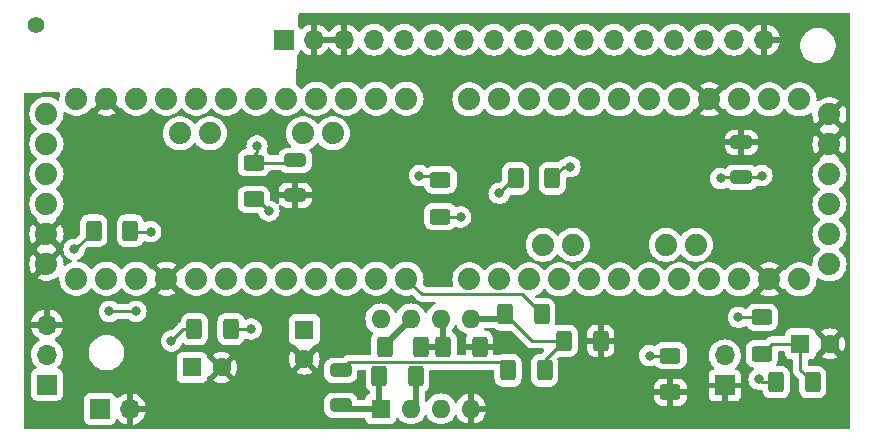
<source format=gbr>
%TF.GenerationSoftware,KiCad,Pcbnew,7.0.2*%
%TF.CreationDate,2023-05-22T23:48:16+02:00*%
%TF.ProjectId,ToneLighter,546f6e65-4c69-4676-9874-65722e6b6963,rev?*%
%TF.SameCoordinates,Original*%
%TF.FileFunction,Copper,L2,Bot*%
%TF.FilePolarity,Positive*%
%FSLAX46Y46*%
G04 Gerber Fmt 4.6, Leading zero omitted, Abs format (unit mm)*
G04 Created by KiCad (PCBNEW 7.0.2) date 2023-05-22 23:48:16*
%MOMM*%
%LPD*%
G01*
G04 APERTURE LIST*
G04 Aperture macros list*
%AMRoundRect*
0 Rectangle with rounded corners*
0 $1 Rounding radius*
0 $2 $3 $4 $5 $6 $7 $8 $9 X,Y pos of 4 corners*
0 Add a 4 corners polygon primitive as box body*
4,1,4,$2,$3,$4,$5,$6,$7,$8,$9,$2,$3,0*
0 Add four circle primitives for the rounded corners*
1,1,$1+$1,$2,$3*
1,1,$1+$1,$4,$5*
1,1,$1+$1,$6,$7*
1,1,$1+$1,$8,$9*
0 Add four rect primitives between the rounded corners*
20,1,$1+$1,$2,$3,$4,$5,0*
20,1,$1+$1,$4,$5,$6,$7,0*
20,1,$1+$1,$6,$7,$8,$9,0*
20,1,$1+$1,$8,$9,$2,$3,0*%
G04 Aperture macros list end*
%TA.AperFunction,ComponentPad*%
%ADD10R,1.600000X1.600000*%
%TD*%
%TA.AperFunction,ComponentPad*%
%ADD11C,1.600000*%
%TD*%
%TA.AperFunction,ComponentPad*%
%ADD12C,1.879600*%
%TD*%
%TA.AperFunction,ComponentPad*%
%ADD13O,1.600000X1.600000*%
%TD*%
%TA.AperFunction,SMDPad,CuDef*%
%ADD14RoundRect,0.250000X0.625000X-0.400000X0.625000X0.400000X-0.625000X0.400000X-0.625000X-0.400000X0*%
%TD*%
%TA.AperFunction,SMDPad,CuDef*%
%ADD15RoundRect,0.250000X0.400000X0.625000X-0.400000X0.625000X-0.400000X-0.625000X0.400000X-0.625000X0*%
%TD*%
%TA.AperFunction,SMDPad,CuDef*%
%ADD16RoundRect,0.250000X-0.400000X-0.625000X0.400000X-0.625000X0.400000X0.625000X-0.400000X0.625000X0*%
%TD*%
%TA.AperFunction,ComponentPad*%
%ADD17R,1.700000X1.700000*%
%TD*%
%TA.AperFunction,ComponentPad*%
%ADD18O,1.700000X1.700000*%
%TD*%
%TA.AperFunction,ComponentPad*%
%ADD19C,1.400000*%
%TD*%
%TA.AperFunction,SMDPad,CuDef*%
%ADD20RoundRect,0.250000X0.650000X-0.325000X0.650000X0.325000X-0.650000X0.325000X-0.650000X-0.325000X0*%
%TD*%
%TA.AperFunction,SMDPad,CuDef*%
%ADD21RoundRect,0.250000X-0.650000X0.325000X-0.650000X-0.325000X0.650000X-0.325000X0.650000X0.325000X0*%
%TD*%
%TA.AperFunction,ViaPad*%
%ADD22C,0.800000*%
%TD*%
%TA.AperFunction,Conductor*%
%ADD23C,0.500000*%
%TD*%
%TA.AperFunction,Conductor*%
%ADD24C,0.250000*%
%TD*%
G04 APERTURE END LIST*
D10*
%TO.P,C2,1*%
%TO.N,VCCP*%
X82500000Y-64750000D03*
D11*
%TO.P,C2,2*%
%TO.N,GND*%
X85000000Y-64750000D03*
%TD*%
D12*
%TO.P,U3,JP1_1,DTR*%
%TO.N,unconnected-(U3-DTR-PadJP1_1)*%
X136463000Y-56021000D03*
%TO.P,U3,JP1_2,TXO*%
%TO.N,Net-(U3-TXO)*%
X136463000Y-53481000D03*
%TO.P,U3,JP1_3,RXI*%
%TO.N,unconnected-(U3-RXI-PadJP1_3)*%
X136463000Y-50941000D03*
%TO.P,U3,JP1_4,VCC*%
%TO.N,Net-(U3-VCC)*%
X136463000Y-48401000D03*
%TO.P,U3,JP1_5,GND*%
%TO.N,GND*%
X136463000Y-45861000D03*
%TO.P,U3,JP1_6,GND*%
X136463000Y-43321000D03*
%TO.P,U3,JP2_1,A4*%
%TO.N,unconnected-(U3-A4-PadJP2_1)*%
X122620000Y-54370000D03*
%TO.P,U3,JP2_2,A5*%
%TO.N,unconnected-(U3-A5-PadJP2_2)*%
X125160000Y-54370000D03*
%TO.P,U3,JP3_2,A7*%
%TO.N,unconnected-(U3-A7-PadJP3_2)*%
X114746000Y-54370000D03*
%TO.P,U3,JP3_1,A6*%
%TO.N,unconnected-(U3-A6-PadJP3_1)*%
X112206000Y-54370000D03*
%TO.P,U3,JP6_1,RAW*%
%TO.N,unconnected-(U3-RAW-PadJP6_1)*%
X133923000Y-57291000D03*
%TO.P,U3,JP6_2,GND_1*%
%TO.N,GND*%
X131383000Y-57291000D03*
%TO.P,U3,JP6_3,RST_1*%
%TO.N,unconnected-(U3-RST_1-PadJP6_3)*%
X128843000Y-57291000D03*
%TO.P,U3,JP6_4,VCC_1*%
%TO.N,unconnected-(U3-VCC_1-PadJP6_4)*%
X126303000Y-57291000D03*
%TO.P,U3,JP6_5,A3*%
%TO.N,unconnected-(U3-A3-PadJP6_5)*%
X123763000Y-57291000D03*
%TO.P,U3,JP6_6,A2*%
%TO.N,unconnected-(U3-A2-PadJP6_6)*%
X121223000Y-57291000D03*
%TO.P,U3,JP6_7,A1*%
%TO.N,unconnected-(U3-A1-PadJP6_7)*%
X118683000Y-57291000D03*
%TO.P,U3,JP6_8,A0*%
%TO.N,unconnected-(U3-A0-PadJP6_8)*%
X116143000Y-57291000D03*
%TO.P,U3,JP6_9,SCK*%
%TO.N,unconnected-(U3-SCK-PadJP6_9)*%
X113603000Y-57291000D03*
%TO.P,U3,JP6_10,MISO*%
%TO.N,unconnected-(U3-MISO-PadJP6_10)*%
X111063000Y-57291000D03*
%TO.P,U3,JP6_11,MOSI*%
%TO.N,unconnected-(U3-MOSI-PadJP6_11)*%
X108523000Y-57291000D03*
%TO.P,U3,JP6_12,D10*%
%TO.N,unconnected-(U3-D10-PadJP6_12)*%
X105983000Y-57291000D03*
%TO.P,U3,JP7_1,D9*%
%TO.N,unconnected-(U3-D9-PadJP7_1)*%
X105983000Y-42051000D03*
%TO.P,U3,JP7_2,D8*%
%TO.N,unconnected-(U3-D8-PadJP7_2)*%
X108523000Y-42051000D03*
%TO.P,U3,JP7_3,D7*%
%TO.N,unconnected-(U3-D7-PadJP7_3)*%
X111063000Y-42051000D03*
%TO.P,U3,JP7_4,D6*%
%TO.N,unconnected-(U3-D6-PadJP7_4)*%
X113603000Y-42051000D03*
%TO.P,U3,JP7_5,D5*%
%TO.N,unconnected-(U3-D5-PadJP7_5)*%
X116143000Y-42051000D03*
%TO.P,U3,JP7_6,D4*%
%TO.N,RF_VCC*%
X118683000Y-42051000D03*
%TO.P,U3,JP7_7,D3*%
%TO.N,unconnected-(U3-D3-PadJP7_7)*%
X121223000Y-42051000D03*
%TO.P,U3,JP7_8,D2*%
%TO.N,RF_DATA*%
X123763000Y-42051000D03*
%TO.P,U3,JP7_9,GND_2*%
%TO.N,GND*%
X126303000Y-42051000D03*
%TO.P,U3,JP7_10,RST_2*%
%TO.N,unconnected-(U3-RST_2-PadJP7_10)*%
X128843000Y-42051000D03*
%TO.P,U3,JP7_11,RXI_2*%
%TO.N,unconnected-(U3-RXI_2-PadJP7_11)*%
X131383000Y-42051000D03*
%TO.P,U3,JP7_12,TXO_2*%
%TO.N,unconnected-(U3-TXO_2-PadJP7_12)*%
X133923000Y-42051000D03*
%TD*%
%TO.P,U2,JP7_12,TXO_2*%
%TO.N,unconnected-(U2-TXO_2-PadJP7_12)*%
X72710000Y-57240000D03*
%TO.P,U2,JP7_11,RXI_2*%
%TO.N,unconnected-(U2-RXI_2-PadJP7_11)*%
X75250000Y-57240000D03*
%TO.P,U2,JP7_10,RST_2*%
%TO.N,unconnected-(U2-RST_2-PadJP7_10)*%
X77790000Y-57240000D03*
%TO.P,U2,JP7_9,GND_2*%
%TO.N,GND*%
X80330000Y-57240000D03*
%TO.P,U2,JP7_8,D2*%
%TO.N,unconnected-(U2-D2-PadJP7_8)*%
X82870000Y-57240000D03*
%TO.P,U2,JP7_7,D3*%
%TO.N,unconnected-(U2-D3-PadJP7_7)*%
X85410000Y-57240000D03*
%TO.P,U2,JP7_6,D4*%
%TO.N,unconnected-(U2-D4-PadJP7_6)*%
X87950000Y-57240000D03*
%TO.P,U2,JP7_5,D5*%
%TO.N,unconnected-(U2-D5-PadJP7_5)*%
X90490000Y-57240000D03*
%TO.P,U2,JP7_4,D6*%
%TO.N,Net-(U2-D6)*%
X93030000Y-57240000D03*
%TO.P,U2,JP7_3,D7*%
%TO.N,unconnected-(U2-D7-PadJP7_3)*%
X95570000Y-57240000D03*
%TO.P,U2,JP7_2,D8*%
%TO.N,Gain1*%
X98110000Y-57240000D03*
%TO.P,U2,JP7_1,D9*%
%TO.N,Gain2*%
X100650000Y-57240000D03*
%TO.P,U2,JP6_12,D10*%
%TO.N,unconnected-(U2-D10-PadJP6_12)*%
X100650000Y-42000000D03*
%TO.P,U2,JP6_11,MOSI*%
%TO.N,unconnected-(U2-MOSI-PadJP6_11)*%
X98110000Y-42000000D03*
%TO.P,U2,JP6_10,MISO*%
%TO.N,unconnected-(U2-MISO-PadJP6_10)*%
X95570000Y-42000000D03*
%TO.P,U2,JP6_9,SCK*%
%TO.N,unconnected-(U2-SCK-PadJP6_9)*%
X93030000Y-42000000D03*
%TO.P,U2,JP6_8,A0*%
%TO.N,Net-(U2-A0)*%
X90490000Y-42000000D03*
%TO.P,U2,JP6_7,A1*%
%TO.N,unconnected-(U2-A1-PadJP6_7)*%
X87950000Y-42000000D03*
%TO.P,U2,JP6_6,A2*%
%TO.N,unconnected-(U2-A2-PadJP6_6)*%
X85410000Y-42000000D03*
%TO.P,U2,JP6_5,A3*%
%TO.N,unconnected-(U2-A3-PadJP6_5)*%
X82870000Y-42000000D03*
%TO.P,U2,JP6_4,VCC_1*%
%TO.N,unconnected-(U2-VCC_1-PadJP6_4)*%
X80330000Y-42000000D03*
%TO.P,U2,JP6_3,RST_1*%
%TO.N,unconnected-(U2-RST_1-PadJP6_3)*%
X77790000Y-42000000D03*
%TO.P,U2,JP6_2,GND_1*%
%TO.N,GND*%
X75250000Y-42000000D03*
%TO.P,U2,JP6_1,RAW*%
%TO.N,unconnected-(U2-RAW-PadJP6_1)*%
X72710000Y-42000000D03*
%TO.P,U2,JP3_1,A6*%
%TO.N,unconnected-(U2-A6-PadJP3_1)*%
X94427000Y-44921000D03*
%TO.P,U2,JP3_2,A7*%
%TO.N,unconnected-(U2-A7-PadJP3_2)*%
X91887000Y-44921000D03*
%TO.P,U2,JP2_2,A5*%
%TO.N,unconnected-(U2-A5-PadJP2_2)*%
X81473000Y-44921000D03*
%TO.P,U2,JP2_1,A4*%
%TO.N,unconnected-(U2-A4-PadJP2_1)*%
X84013000Y-44921000D03*
%TO.P,U2,JP1_6,GND*%
%TO.N,GND*%
X70170000Y-55970000D03*
%TO.P,U2,JP1_5,GND*%
X70170000Y-53430000D03*
%TO.P,U2,JP1_4,VCC*%
%TO.N,+3.3V*%
X70170000Y-50890000D03*
%TO.P,U2,JP1_3,RXI*%
%TO.N,RXI*%
X70170000Y-48350000D03*
%TO.P,U2,JP1_2,TXO*%
%TO.N,unconnected-(U2-TXO-PadJP1_2)*%
X70170000Y-45810000D03*
%TO.P,U2,JP1_1,DTR*%
%TO.N,unconnected-(U2-DTR-PadJP1_1)*%
X70170000Y-43270000D03*
%TD*%
D10*
%TO.P,U1,1*%
%TO.N,Net-(C4-Pad1)*%
X98480000Y-68250000D03*
D13*
%TO.P,U1,2,-*%
%TO.N,Net-(U1A--)*%
X101020000Y-68250000D03*
%TO.P,U1,3,+*%
%TO.N,Net-(J3-Pin_2)*%
X103560000Y-68250000D03*
%TO.P,U1,4,V-*%
%TO.N,GND*%
X106100000Y-68250000D03*
%TO.P,U1,5,+*%
%TO.N,Net-(U1B-+)*%
X106100000Y-60630000D03*
%TO.P,U1,6,-*%
%TO.N,Net-(U1B--)*%
X103560000Y-60630000D03*
%TO.P,U1,7*%
%TO.N,Net-(R10-Pad2)*%
X101020000Y-60630000D03*
%TO.P,U1,8,V+*%
%TO.N,+3.3V*%
X98480000Y-60630000D03*
%TD*%
D14*
%TO.P,R15,1*%
%TO.N,Net-(U3-TXO)*%
X103523000Y-51971000D03*
%TO.P,R15,2*%
%TO.N,RXI*%
X103523000Y-48871000D03*
%TD*%
D15*
%TO.P,R14,1*%
%TO.N,Net-(U3-VCC)*%
X113000000Y-48750000D03*
%TO.P,R14,2*%
%TO.N,VCCP*%
X109900000Y-48750000D03*
%TD*%
D14*
%TO.P,R13,1*%
%TO.N,GND*%
X123000000Y-66850000D03*
%TO.P,R13,2*%
%TO.N,Gain1*%
X123000000Y-63750000D03*
%TD*%
D15*
%TO.P,R11,1*%
%TO.N,GND*%
X106850000Y-63000000D03*
%TO.P,R11,2*%
%TO.N,Net-(U1B--)*%
X103750000Y-63000000D03*
%TD*%
%TO.P,R10,1*%
%TO.N,Net-(U1B--)*%
X101900000Y-63000000D03*
%TO.P,R10,2*%
%TO.N,Net-(R10-Pad2)*%
X98800000Y-63000000D03*
%TD*%
%TO.P,R9,1*%
%TO.N,Net-(U1A--)*%
X101450000Y-65500000D03*
%TO.P,R9,2*%
%TO.N,Net-(C4-Pad1)*%
X98350000Y-65500000D03*
%TD*%
%TO.P,R8,1*%
%TO.N,GND*%
X117100000Y-62500000D03*
%TO.P,R8,2*%
%TO.N,Net-(U1B-+)*%
X114000000Y-62500000D03*
%TD*%
%TO.P,R7,1*%
%TO.N,Gain2*%
X112100000Y-60250000D03*
%TO.P,R7,2*%
%TO.N,Net-(U1B-+)*%
X109000000Y-60250000D03*
%TD*%
D14*
%TO.P,R6,1*%
%TO.N,Net-(R10-Pad2)*%
X87723000Y-50521000D03*
%TO.P,R6,2*%
%TO.N,Net-(U2-A0)*%
X87723000Y-47421000D03*
%TD*%
D15*
%TO.P,R5,1*%
%TO.N,Net-(U1B-+)*%
X112350000Y-65000000D03*
%TO.P,R5,2*%
%TO.N,Net-(C4-Pad2)*%
X109250000Y-65000000D03*
%TD*%
%TO.P,R4,1*%
%TO.N,Net-(U2-D6)*%
X77273000Y-53171000D03*
%TO.P,R4,2*%
%TO.N,Net-(J2-Pin_2)*%
X74173000Y-53171000D03*
%TD*%
D16*
%TO.P,R3,2*%
%TO.N,Net-(C3-Pad1)*%
X135050000Y-66000000D03*
%TO.P,R3,1*%
%TO.N,Net-(J3-Pin_2)*%
X131950000Y-66000000D03*
%TD*%
D14*
%TO.P,R2,1*%
%TO.N,Net-(C3-Pad1)*%
X130750000Y-63600000D03*
%TO.P,R2,2*%
%TO.N,+3.3V*%
X130750000Y-60500000D03*
%TD*%
D15*
%TO.P,R1,1*%
%TO.N,+3.3V*%
X85800000Y-61500000D03*
%TO.P,R1,2*%
%TO.N,VCCP*%
X82700000Y-61500000D03*
%TD*%
D17*
%TO.P,J5,1,Pin_1*%
%TO.N,antenna*%
X90270000Y-37000000D03*
D18*
%TO.P,J5,2,Pin_2*%
%TO.N,GND*%
X92810000Y-37000000D03*
%TO.P,J5,3,Pin_3*%
X95350000Y-37000000D03*
%TO.P,J5,4,Pin_4*%
%TO.N,unconnected-(J5-Pin_4-Pad4)*%
X97890000Y-37000000D03*
%TO.P,J5,5,Pin_5*%
%TO.N,unconnected-(J5-Pin_5-Pad5)*%
X100430000Y-37000000D03*
%TO.P,J5,6,Pin_6*%
%TO.N,unconnected-(J5-Pin_6-Pad6)*%
X102970000Y-37000000D03*
%TO.P,J5,7,Pin_7*%
%TO.N,unconnected-(J5-Pin_7-Pad7)*%
X105510000Y-37000000D03*
%TO.P,J5,8,Pin_8*%
%TO.N,unconnected-(J5-Pin_8-Pad8)*%
X108050000Y-37000000D03*
%TO.P,J5,9,Pin_9*%
%TO.N,unconnected-(J5-Pin_9-Pad9)*%
X110590000Y-37000000D03*
%TO.P,J5,10,Pin_10*%
%TO.N,unconnected-(J5-Pin_10-Pad10)*%
X113130000Y-37000000D03*
%TO.P,J5,11,Pin_11*%
%TO.N,unconnected-(J5-Pin_11-Pad11)*%
X115670000Y-37000000D03*
%TO.P,J5,12,Pin_12*%
%TO.N,unconnected-(J5-Pin_12-Pad12)*%
X118210000Y-37000000D03*
%TO.P,J5,13,Pin_13*%
%TO.N,unconnected-(J5-Pin_13-Pad13)*%
X120750000Y-37000000D03*
%TO.P,J5,14,Pin_14*%
%TO.N,RF_VCC*%
X123290000Y-37000000D03*
%TO.P,J5,15,Pin_15*%
%TO.N,unconnected-(J5-Pin_15-Pad15)*%
X125830000Y-37000000D03*
%TO.P,J5,16,Pin_16*%
%TO.N,RF_DATA*%
X128370000Y-37000000D03*
%TO.P,J5,17,Pin_17*%
%TO.N,GND*%
X130910000Y-37000000D03*
%TD*%
D19*
%TO.P,J4,1,Pin_1*%
%TO.N,antenna*%
X69250000Y-35750000D03*
%TD*%
D17*
%TO.P,J3,1,Pin_1*%
%TO.N,GND*%
X127600000Y-66275000D03*
D18*
%TO.P,J3,2,Pin_2*%
%TO.N,Net-(J3-Pin_2)*%
X127600000Y-63735000D03*
%TD*%
D17*
%TO.P,J2,1,Pin_1*%
%TO.N,VCCP*%
X70223000Y-66196000D03*
D18*
%TO.P,J2,2,Pin_2*%
%TO.N,Net-(J2-Pin_2)*%
X70223000Y-63656000D03*
%TO.P,J2,3,Pin_3*%
%TO.N,GND*%
X70223000Y-61116000D03*
%TD*%
D17*
%TO.P,J1,1,Pin_1*%
%TO.N,VCCP*%
X74710000Y-68250000D03*
D18*
%TO.P,J1,2,Pin_2*%
%TO.N,GND*%
X77250000Y-68250000D03*
%TD*%
D20*
%TO.P,C7,1*%
%TO.N,Net-(U3-VCC)*%
X129000000Y-48646000D03*
%TO.P,C7,2*%
%TO.N,GND*%
X129000000Y-45696000D03*
%TD*%
D21*
%TO.P,C5,1*%
%TO.N,Net-(U2-A0)*%
X91223000Y-47221000D03*
%TO.P,C5,2*%
%TO.N,GND*%
X91223000Y-50171000D03*
%TD*%
D20*
%TO.P,C4,2*%
%TO.N,Net-(C4-Pad2)*%
X95100000Y-65000000D03*
%TO.P,C4,1*%
%TO.N,Net-(C4-Pad1)*%
X95100000Y-67950000D03*
%TD*%
D10*
%TO.P,C3,1*%
%TO.N,Net-(C3-Pad1)*%
X134000000Y-62750000D03*
D11*
%TO.P,C3,2*%
%TO.N,GND*%
X136500000Y-62750000D03*
%TD*%
D10*
%TO.P,C1,1*%
%TO.N,+3.3V*%
X92000000Y-61544888D03*
D11*
%TO.P,C1,2*%
%TO.N,GND*%
X92000000Y-64044888D03*
%TD*%
D22*
%TO.N,+3.3V*%
X128750000Y-60500000D03*
%TO.N,Net-(J3-Pin_2)*%
X130500000Y-65750000D03*
%TO.N,Gain1*%
X121250000Y-63750000D03*
%TO.N,+3.3V*%
X77750000Y-60000000D03*
X75500000Y-60000000D03*
X87500000Y-61500000D03*
%TO.N,VCCP*%
X80750000Y-62500000D03*
X108500000Y-50000000D03*
%TO.N,Net-(U3-VCC)*%
X127250000Y-48750000D03*
X114500000Y-47750000D03*
X130750000Y-48500000D03*
%TO.N,Net-(U3-TXO)*%
X105250000Y-52000000D03*
%TO.N,RXI*%
X101750000Y-48500000D03*
%TO.N,Net-(R10-Pad2)*%
X89000000Y-51500000D03*
%TO.N,Net-(U2-A0)*%
X88000000Y-46000000D03*
%TO.N,Net-(U2-D6)*%
X79000000Y-53250000D03*
%TO.N,Net-(J2-Pin_2)*%
X72500000Y-54750000D03*
%TD*%
D23*
%TO.N,Net-(U1B-+)*%
X106100000Y-60630000D02*
X108620000Y-60630000D01*
X108620000Y-60630000D02*
X109000000Y-60250000D01*
D24*
X111250000Y-62500000D02*
X109000000Y-60250000D01*
%TO.N,+3.3V*%
X130750000Y-60500000D02*
X128750000Y-60500000D01*
%TO.N,Net-(C3-Pad1)*%
X131600000Y-62750000D02*
X130750000Y-63600000D01*
X134000000Y-62750000D02*
X131600000Y-62750000D01*
X134000000Y-64950000D02*
X134000000Y-62750000D01*
X135050000Y-66000000D02*
X134000000Y-64950000D01*
%TO.N,Net-(J3-Pin_2)*%
X130750000Y-66000000D02*
X130500000Y-65750000D01*
X131950000Y-66000000D02*
X130750000Y-66000000D01*
%TO.N,Gain1*%
X121250000Y-63750000D02*
X123000000Y-63750000D01*
%TO.N,Gain2*%
X110405800Y-58555800D02*
X101965800Y-58555800D01*
X112100000Y-60250000D02*
X110405800Y-58555800D01*
X101965800Y-58555800D02*
X100650000Y-57240000D01*
%TO.N,Net-(C4-Pad2)*%
X95800000Y-64300000D02*
X95100000Y-65000000D01*
X109250000Y-65000000D02*
X108550000Y-64300000D01*
X108550000Y-64300000D02*
X95800000Y-64300000D01*
%TO.N,Net-(U1B-+)*%
X114000000Y-62500000D02*
X111250000Y-62500000D01*
X112350000Y-64150000D02*
X114000000Y-62500000D01*
X112350000Y-65000000D02*
X112350000Y-64150000D01*
%TO.N,+3.3V*%
X75500000Y-60000000D02*
X77750000Y-60000000D01*
X85800000Y-61500000D02*
X87500000Y-61500000D01*
%TO.N,VCCP*%
X81750000Y-61500000D02*
X80750000Y-62500000D01*
X82700000Y-61500000D02*
X81750000Y-61500000D01*
X109750000Y-48750000D02*
X108500000Y-50000000D01*
X109900000Y-48750000D02*
X109750000Y-48750000D01*
%TO.N,Net-(U3-VCC)*%
X114000000Y-47750000D02*
X113000000Y-48750000D01*
X127354000Y-48646000D02*
X127250000Y-48750000D01*
X129000000Y-48646000D02*
X127354000Y-48646000D01*
X114500000Y-47750000D02*
X114000000Y-47750000D01*
X130604000Y-48646000D02*
X130750000Y-48500000D01*
X129000000Y-48646000D02*
X130604000Y-48646000D01*
%TO.N,Net-(U3-TXO)*%
X105221000Y-51971000D02*
X105250000Y-52000000D01*
X103523000Y-51971000D02*
X105221000Y-51971000D01*
%TO.N,RXI*%
X101750000Y-48500000D02*
X103152000Y-48500000D01*
X103152000Y-48500000D02*
X103523000Y-48871000D01*
%TO.N,Net-(R10-Pad2)*%
X88021000Y-50521000D02*
X89000000Y-51500000D01*
X87723000Y-50521000D02*
X88021000Y-50521000D01*
%TO.N,Net-(U2-A0)*%
X88000000Y-46500000D02*
X87723000Y-46777000D01*
X88000000Y-46000000D02*
X88000000Y-46500000D01*
X87723000Y-46777000D02*
X87723000Y-47421000D01*
X91023000Y-47421000D02*
X91223000Y-47221000D01*
X87723000Y-47421000D02*
X91023000Y-47421000D01*
%TO.N,Net-(U2-D6)*%
X79000000Y-53250000D02*
X77352000Y-53250000D01*
X77352000Y-53250000D02*
X77273000Y-53171000D01*
%TO.N,Net-(J2-Pin_2)*%
X72750000Y-54500000D02*
X72500000Y-54750000D01*
X72844000Y-54500000D02*
X72750000Y-54500000D01*
X72844000Y-54500000D02*
X74173000Y-53171000D01*
D23*
%TO.N,Net-(U1B--)*%
X103750000Y-60820000D02*
X103560000Y-60630000D01*
X103750000Y-63000000D02*
X103750000Y-60820000D01*
X101900000Y-63000000D02*
X103750000Y-63000000D01*
%TO.N,Net-(R10-Pad2)*%
X98800000Y-63000000D02*
X98800000Y-62850000D01*
X98800000Y-62850000D02*
X101020000Y-60630000D01*
%TO.N,Net-(U1A--)*%
X101450000Y-67820000D02*
X101020000Y-68250000D01*
X101450000Y-65500000D02*
X101450000Y-67820000D01*
%TO.N,Net-(C4-Pad1)*%
X98350000Y-68120000D02*
X98480000Y-68250000D01*
X98350000Y-65500000D02*
X98350000Y-68120000D01*
X95400000Y-68250000D02*
X95100000Y-67950000D01*
X98480000Y-68250000D02*
X95400000Y-68250000D01*
%TD*%
%TA.AperFunction,Conductor*%
%TO.N,GND*%
G36*
X138165539Y-34769685D02*
G01*
X138211294Y-34822489D01*
X138222500Y-34874000D01*
X138222500Y-69876000D01*
X138202815Y-69943039D01*
X138150011Y-69988794D01*
X138098500Y-70000000D01*
X68374000Y-70000000D01*
X68306961Y-69980315D01*
X68261206Y-69927511D01*
X68250000Y-69876000D01*
X68250000Y-69144578D01*
X73359500Y-69144578D01*
X73359501Y-69147872D01*
X73365909Y-69207483D01*
X73416204Y-69342331D01*
X73502454Y-69457546D01*
X73617669Y-69543796D01*
X73752517Y-69594091D01*
X73812127Y-69600500D01*
X75607872Y-69600499D01*
X75667483Y-69594091D01*
X75802331Y-69543796D01*
X75917546Y-69457546D01*
X76003796Y-69342331D01*
X76053003Y-69210399D01*
X76094873Y-69154467D01*
X76160337Y-69130050D01*
X76228610Y-69144901D01*
X76256865Y-69166053D01*
X76378918Y-69288106D01*
X76572423Y-69423600D01*
X76786509Y-69523430D01*
X77000000Y-69580634D01*
X77000000Y-68685501D01*
X77107685Y-68734680D01*
X77214237Y-68750000D01*
X77285763Y-68750000D01*
X77392315Y-68734680D01*
X77500000Y-68685501D01*
X77500000Y-69580633D01*
X77713490Y-69523430D01*
X77927576Y-69423600D01*
X78121081Y-69288106D01*
X78288106Y-69121081D01*
X78423600Y-68927576D01*
X78523430Y-68713492D01*
X78580636Y-68500000D01*
X77683686Y-68500000D01*
X77709493Y-68459844D01*
X77750000Y-68321889D01*
X77750000Y-68178111D01*
X77709493Y-68040156D01*
X77683686Y-68000000D01*
X78580636Y-68000000D01*
X78580635Y-67999999D01*
X78523430Y-67786507D01*
X78423599Y-67572421D01*
X78288109Y-67378921D01*
X78121081Y-67211893D01*
X77927576Y-67076399D01*
X77713492Y-66976569D01*
X77500000Y-66919364D01*
X77500000Y-67814498D01*
X77392315Y-67765320D01*
X77285763Y-67750000D01*
X77214237Y-67750000D01*
X77107685Y-67765320D01*
X77000000Y-67814498D01*
X77000000Y-66919364D01*
X76999999Y-66919364D01*
X76786507Y-66976569D01*
X76572421Y-67076400D01*
X76378924Y-67211888D01*
X76256865Y-67333947D01*
X76195542Y-67367431D01*
X76125850Y-67362447D01*
X76069917Y-67320575D01*
X76053002Y-67289598D01*
X76003796Y-67157669D01*
X75917546Y-67042454D01*
X75802331Y-66956204D01*
X75667483Y-66905909D01*
X75607873Y-66899500D01*
X75604550Y-66899500D01*
X73815439Y-66899500D01*
X73815420Y-66899500D01*
X73812128Y-66899501D01*
X73808848Y-66899853D01*
X73808840Y-66899854D01*
X73752515Y-66905909D01*
X73617669Y-66956204D01*
X73502454Y-67042454D01*
X73416204Y-67157668D01*
X73365909Y-67292516D01*
X73361455Y-67333947D01*
X73359500Y-67352127D01*
X73359500Y-67355448D01*
X73359500Y-67355449D01*
X73359500Y-69144560D01*
X73359500Y-69144578D01*
X68250000Y-69144578D01*
X68250000Y-63656000D01*
X68867340Y-63656000D01*
X68887936Y-63891407D01*
X68928848Y-64044091D01*
X68949097Y-64119663D01*
X69048965Y-64333830D01*
X69184505Y-64527401D01*
X69184508Y-64527403D01*
X69184508Y-64527404D01*
X69306430Y-64649326D01*
X69339915Y-64710649D01*
X69334931Y-64780341D01*
X69293059Y-64836274D01*
X69262083Y-64853189D01*
X69130669Y-64902204D01*
X69015454Y-64988454D01*
X68929204Y-65103668D01*
X68878909Y-65238516D01*
X68872966Y-65293796D01*
X68872500Y-65298127D01*
X68872500Y-65301448D01*
X68872500Y-65301449D01*
X68872500Y-67090560D01*
X68872500Y-67090578D01*
X68872501Y-67093872D01*
X68872853Y-67097152D01*
X68872854Y-67097159D01*
X68878909Y-67153484D01*
X68899119Y-67207668D01*
X68929204Y-67288331D01*
X69015454Y-67403546D01*
X69130669Y-67489796D01*
X69265517Y-67540091D01*
X69325127Y-67546500D01*
X71120872Y-67546499D01*
X71180483Y-67540091D01*
X71315331Y-67489796D01*
X71430546Y-67403546D01*
X71516796Y-67288331D01*
X71567091Y-67153483D01*
X71573500Y-67093873D01*
X71573499Y-65594578D01*
X81199500Y-65594578D01*
X81199501Y-65597872D01*
X81199853Y-65601152D01*
X81199854Y-65601159D01*
X81205909Y-65657484D01*
X81225680Y-65710493D01*
X81256204Y-65792331D01*
X81342454Y-65907546D01*
X81457669Y-65993796D01*
X81592517Y-66044091D01*
X81652127Y-66050500D01*
X83347872Y-66050499D01*
X83407483Y-66044091D01*
X83542331Y-65993796D01*
X83657546Y-65907546D01*
X83743796Y-65792331D01*
X83794091Y-65657483D01*
X83800500Y-65597873D01*
X83800499Y-65594525D01*
X83800549Y-65593612D01*
X83823791Y-65527721D01*
X83878966Y-65484855D01*
X83917115Y-65479330D01*
X84602046Y-64794399D01*
X84614835Y-64875148D01*
X84672359Y-64988045D01*
X84761955Y-65077641D01*
X84874852Y-65135165D01*
X84955599Y-65147953D01*
X84274526Y-65829025D01*
X84274526Y-65829026D01*
X84347515Y-65880133D01*
X84553673Y-65976266D01*
X84773397Y-66035141D01*
X85000000Y-66054966D01*
X85226602Y-66035141D01*
X85446326Y-65976266D01*
X85652480Y-65880134D01*
X85725472Y-65829025D01*
X85044401Y-65147953D01*
X85125148Y-65135165D01*
X85238045Y-65077641D01*
X85327641Y-64988045D01*
X85385165Y-64875148D01*
X85397953Y-64794399D01*
X86079025Y-65475472D01*
X86130134Y-65402480D01*
X86226266Y-65196326D01*
X86285141Y-64976602D01*
X86304966Y-64750000D01*
X86285141Y-64523397D01*
X86226266Y-64303673D01*
X86130133Y-64097515D01*
X86093283Y-64044888D01*
X90695033Y-64044888D01*
X90714858Y-64271490D01*
X90773733Y-64491214D01*
X90869866Y-64697372D01*
X90920972Y-64770359D01*
X90920974Y-64770360D01*
X91602046Y-64089287D01*
X91614835Y-64170036D01*
X91672359Y-64282933D01*
X91761955Y-64372529D01*
X91874852Y-64430053D01*
X91955599Y-64442841D01*
X91274526Y-65123913D01*
X91274526Y-65123914D01*
X91347515Y-65175021D01*
X91553673Y-65271154D01*
X91773397Y-65330029D01*
X92000000Y-65349854D01*
X92226602Y-65330029D01*
X92446326Y-65271154D01*
X92652480Y-65175022D01*
X92725472Y-65123913D01*
X92044401Y-64442841D01*
X92125148Y-64430053D01*
X92238045Y-64372529D01*
X92327641Y-64282933D01*
X92385165Y-64170036D01*
X92397953Y-64089287D01*
X93079025Y-64770360D01*
X93130134Y-64697368D01*
X93226266Y-64491214D01*
X93285141Y-64271490D01*
X93304966Y-64044888D01*
X93285141Y-63818285D01*
X93226266Y-63598561D01*
X93130133Y-63392403D01*
X93079025Y-63319414D01*
X92397953Y-64000485D01*
X92385165Y-63919740D01*
X92327641Y-63806843D01*
X92238045Y-63717247D01*
X92125148Y-63659723D01*
X92044400Y-63646934D01*
X92730600Y-62960733D01*
X92740481Y-62911567D01*
X92789096Y-62861384D01*
X92843621Y-62845436D01*
X92844536Y-62845387D01*
X92847872Y-62845387D01*
X92907483Y-62838979D01*
X93042331Y-62788684D01*
X93157546Y-62702434D01*
X93243796Y-62587219D01*
X93294091Y-62452371D01*
X93300500Y-62392761D01*
X93300499Y-60697016D01*
X93294091Y-60637405D01*
X93243796Y-60502557D01*
X93157546Y-60387342D01*
X93042331Y-60301092D01*
X92907483Y-60250797D01*
X92907482Y-60250796D01*
X92851166Y-60244742D01*
X92851165Y-60244741D01*
X92847873Y-60244388D01*
X92844550Y-60244388D01*
X91155439Y-60244388D01*
X91155420Y-60244388D01*
X91152128Y-60244389D01*
X91148848Y-60244741D01*
X91148840Y-60244742D01*
X91092515Y-60250797D01*
X90957669Y-60301092D01*
X90842454Y-60387342D01*
X90756204Y-60502556D01*
X90705909Y-60637404D01*
X90700142Y-60691048D01*
X90699500Y-60697015D01*
X90699500Y-60700336D01*
X90699500Y-60700337D01*
X90699500Y-62389448D01*
X90699500Y-62389466D01*
X90699501Y-62392760D01*
X90699853Y-62396040D01*
X90699854Y-62396047D01*
X90705909Y-62452372D01*
X90716947Y-62481965D01*
X90756204Y-62587219D01*
X90842454Y-62702434D01*
X90957669Y-62788684D01*
X91092517Y-62838979D01*
X91152127Y-62845388D01*
X91155455Y-62845387D01*
X91156388Y-62845438D01*
X91222278Y-62868680D01*
X91265143Y-62923855D01*
X91270667Y-62962002D01*
X91955600Y-63646934D01*
X91874852Y-63659723D01*
X91761955Y-63717247D01*
X91672359Y-63806843D01*
X91614835Y-63919740D01*
X91602046Y-64000487D01*
X90920973Y-63319414D01*
X90920973Y-63319415D01*
X90869865Y-63392404D01*
X90773733Y-63598560D01*
X90714858Y-63818285D01*
X90695033Y-64044888D01*
X86093283Y-64044888D01*
X86079025Y-64024526D01*
X85397953Y-64705597D01*
X85385165Y-64624852D01*
X85327641Y-64511955D01*
X85238045Y-64422359D01*
X85125148Y-64364835D01*
X85044400Y-64352046D01*
X85725472Y-63670974D01*
X85725471Y-63670972D01*
X85652484Y-63619866D01*
X85446326Y-63523733D01*
X85226602Y-63464858D01*
X85000000Y-63445033D01*
X84773397Y-63464858D01*
X84553672Y-63523733D01*
X84347516Y-63619865D01*
X84274527Y-63670973D01*
X84274526Y-63670973D01*
X84955600Y-64352046D01*
X84874852Y-64364835D01*
X84761955Y-64422359D01*
X84672359Y-64511955D01*
X84614835Y-64624852D01*
X84602046Y-64705599D01*
X83915844Y-64019397D01*
X83866676Y-64009515D01*
X83816494Y-63960899D01*
X83800548Y-63906379D01*
X83800499Y-63905462D01*
X83800499Y-63902128D01*
X83794091Y-63842517D01*
X83743796Y-63707669D01*
X83657546Y-63592454D01*
X83542331Y-63506204D01*
X83407483Y-63455909D01*
X83347873Y-63449500D01*
X83344550Y-63449500D01*
X81655439Y-63449500D01*
X81655420Y-63449500D01*
X81652128Y-63449501D01*
X81648848Y-63449853D01*
X81648840Y-63449854D01*
X81592515Y-63455909D01*
X81457669Y-63506204D01*
X81342454Y-63592454D01*
X81256204Y-63707668D01*
X81205909Y-63842516D01*
X81200653Y-63891407D01*
X81199500Y-63902127D01*
X81199500Y-63905448D01*
X81199500Y-63905449D01*
X81199500Y-65594560D01*
X81199500Y-65594578D01*
X71573499Y-65594578D01*
X71573499Y-65298128D01*
X71567091Y-65238517D01*
X71516796Y-65103669D01*
X71430546Y-64988454D01*
X71315331Y-64902204D01*
X71242790Y-64875148D01*
X71183916Y-64853189D01*
X71127983Y-64811317D01*
X71103566Y-64745853D01*
X71118418Y-64677580D01*
X71139563Y-64649332D01*
X71261495Y-64527401D01*
X71397035Y-64333830D01*
X71496903Y-64119663D01*
X71558063Y-63891408D01*
X71578659Y-63656000D01*
X71575889Y-63624335D01*
X73749500Y-63624335D01*
X73765081Y-63717711D01*
X73790429Y-63869615D01*
X73871170Y-64104805D01*
X73871172Y-64104810D01*
X73987267Y-64319334D01*
X73989529Y-64323514D01*
X74120056Y-64491214D01*
X74142262Y-64519744D01*
X74325215Y-64688164D01*
X74533393Y-64824173D01*
X74533395Y-64824174D01*
X74546757Y-64830035D01*
X74761119Y-64924063D01*
X75002179Y-64985108D01*
X75187933Y-65000500D01*
X75190503Y-65000500D01*
X75309497Y-65000500D01*
X75312067Y-65000500D01*
X75497821Y-64985108D01*
X75738881Y-64924063D01*
X75966607Y-64824173D01*
X76174785Y-64688164D01*
X76357738Y-64519744D01*
X76510474Y-64323509D01*
X76628828Y-64104810D01*
X76709571Y-63869614D01*
X76750500Y-63624335D01*
X76750500Y-63375665D01*
X76709571Y-63130386D01*
X76628828Y-62895190D01*
X76510474Y-62676491D01*
X76510471Y-62676487D01*
X76510470Y-62676485D01*
X76373105Y-62500000D01*
X79844540Y-62500000D01*
X79846136Y-62515186D01*
X79864326Y-62688257D01*
X79922820Y-62868284D01*
X80017466Y-63032216D01*
X80144129Y-63172889D01*
X80297269Y-63284151D01*
X80470197Y-63361144D01*
X80655352Y-63400500D01*
X80655354Y-63400500D01*
X80844648Y-63400500D01*
X80968083Y-63374262D01*
X81029803Y-63361144D01*
X81202730Y-63284151D01*
X81294078Y-63217783D01*
X81355870Y-63172889D01*
X81356825Y-63171829D01*
X81482533Y-63032216D01*
X81577179Y-62868284D01*
X81613906Y-62755249D01*
X81653343Y-62697575D01*
X81717702Y-62670376D01*
X81786548Y-62682290D01*
X81819518Y-62705887D01*
X81831342Y-62717711D01*
X81831344Y-62717712D01*
X81980666Y-62809814D01*
X82068677Y-62838978D01*
X82147202Y-62864999D01*
X82246858Y-62875180D01*
X82246859Y-62875180D01*
X82249991Y-62875500D01*
X83150008Y-62875499D01*
X83252797Y-62864999D01*
X83419334Y-62809814D01*
X83568656Y-62717712D01*
X83692712Y-62593656D01*
X83784814Y-62444334D01*
X83839999Y-62277797D01*
X83850500Y-62175009D01*
X83850500Y-62171878D01*
X84649500Y-62171878D01*
X84649501Y-62175008D01*
X84649820Y-62178140D01*
X84649821Y-62178141D01*
X84660000Y-62277796D01*
X84715186Y-62444334D01*
X84807288Y-62593657D01*
X84931342Y-62717711D01*
X84931344Y-62717712D01*
X85080666Y-62809814D01*
X85168677Y-62838978D01*
X85247202Y-62864999D01*
X85346858Y-62875180D01*
X85346859Y-62875180D01*
X85349991Y-62875500D01*
X86250008Y-62875499D01*
X86352797Y-62864999D01*
X86519334Y-62809814D01*
X86668656Y-62717712D01*
X86792712Y-62593656D01*
X86884814Y-62444334D01*
X86908890Y-62371675D01*
X86948661Y-62314233D01*
X87013176Y-62287409D01*
X87077031Y-62297402D01*
X87220197Y-62361144D01*
X87405352Y-62400500D01*
X87405354Y-62400500D01*
X87594648Y-62400500D01*
X87730244Y-62371678D01*
X87779803Y-62361144D01*
X87952730Y-62284151D01*
X88036643Y-62223185D01*
X88105870Y-62172889D01*
X88106798Y-62171859D01*
X88232533Y-62032216D01*
X88327179Y-61868284D01*
X88385674Y-61688256D01*
X88405460Y-61500000D01*
X88385674Y-61311744D01*
X88333761Y-61151973D01*
X88327179Y-61131715D01*
X88232533Y-60967783D01*
X88105870Y-60827110D01*
X87952730Y-60715848D01*
X87779802Y-60638855D01*
X87594648Y-60599500D01*
X87594646Y-60599500D01*
X87405354Y-60599500D01*
X87405352Y-60599500D01*
X87220199Y-60638854D01*
X87077030Y-60702598D01*
X87007780Y-60711882D01*
X86944504Y-60682254D01*
X86908890Y-60628322D01*
X86884814Y-60555666D01*
X86792712Y-60406344D01*
X86792711Y-60406342D01*
X86668657Y-60282288D01*
X86519334Y-60190186D01*
X86352797Y-60135000D01*
X86253141Y-60124819D01*
X86253122Y-60124818D01*
X86250009Y-60124500D01*
X86246860Y-60124500D01*
X85353141Y-60124500D01*
X85353121Y-60124500D01*
X85349992Y-60124501D01*
X85346860Y-60124820D01*
X85346858Y-60124821D01*
X85247203Y-60135000D01*
X85080665Y-60190186D01*
X84931342Y-60282288D01*
X84807288Y-60406342D01*
X84715186Y-60555665D01*
X84660000Y-60722202D01*
X84649819Y-60821858D01*
X84649817Y-60821878D01*
X84649500Y-60824991D01*
X84649500Y-60828138D01*
X84649500Y-60828139D01*
X84649500Y-62171859D01*
X84649500Y-62171878D01*
X83850500Y-62171878D01*
X83850499Y-60824992D01*
X83839999Y-60722203D01*
X83784814Y-60555666D01*
X83692712Y-60406344D01*
X83692711Y-60406342D01*
X83568657Y-60282288D01*
X83419334Y-60190186D01*
X83252797Y-60135000D01*
X83153141Y-60124819D01*
X83153122Y-60124818D01*
X83150009Y-60124500D01*
X83146860Y-60124500D01*
X82253141Y-60124500D01*
X82253121Y-60124500D01*
X82249992Y-60124501D01*
X82246860Y-60124820D01*
X82246858Y-60124821D01*
X82147203Y-60135000D01*
X81980665Y-60190186D01*
X81831342Y-60282288D01*
X81707288Y-60406342D01*
X81615186Y-60555665D01*
X81560000Y-60722202D01*
X81549820Y-60821852D01*
X81549820Y-60821858D01*
X81549500Y-60824991D01*
X81549500Y-60827464D01*
X81526463Y-60893299D01*
X81488814Y-60927766D01*
X81482362Y-60931581D01*
X81464904Y-60940133D01*
X81446267Y-60947512D01*
X81410931Y-60973185D01*
X81401174Y-60979595D01*
X81363580Y-61001829D01*
X81349413Y-61015996D01*
X81334624Y-61028626D01*
X81318413Y-61040404D01*
X81290572Y-61074058D01*
X81282711Y-61082697D01*
X80802228Y-61563181D01*
X80740905Y-61596666D01*
X80714547Y-61599500D01*
X80655352Y-61599500D01*
X80470197Y-61638855D01*
X80297269Y-61715848D01*
X80144129Y-61827110D01*
X80017466Y-61967783D01*
X79922820Y-62131715D01*
X79864326Y-62311742D01*
X79845878Y-62487269D01*
X79844540Y-62500000D01*
X76373105Y-62500000D01*
X76357738Y-62480256D01*
X76174785Y-62311836D01*
X75966607Y-62175827D01*
X75966604Y-62175825D01*
X75824046Y-62113294D01*
X75738881Y-62075937D01*
X75515611Y-62019397D01*
X75497822Y-62014892D01*
X75463854Y-62012077D01*
X75312067Y-61999500D01*
X75187933Y-61999500D01*
X75070111Y-62009262D01*
X75002177Y-62014892D01*
X74933768Y-62032216D01*
X74761119Y-62075937D01*
X74761116Y-62075938D01*
X74761117Y-62075938D01*
X74533395Y-62175825D01*
X74419862Y-62250000D01*
X74325215Y-62311836D01*
X74178751Y-62446666D01*
X74142259Y-62480259D01*
X73989529Y-62676485D01*
X73967219Y-62717711D01*
X73885519Y-62868680D01*
X73871170Y-62895194D01*
X73790429Y-63130384D01*
X73751923Y-63361144D01*
X73749500Y-63375665D01*
X73749500Y-63624335D01*
X71575889Y-63624335D01*
X71558063Y-63420592D01*
X71496903Y-63192337D01*
X71397035Y-62978171D01*
X71261495Y-62784599D01*
X71094401Y-62617505D01*
X70908402Y-62487267D01*
X70864780Y-62432692D01*
X70857587Y-62363193D01*
X70889109Y-62300839D01*
X70908405Y-62284119D01*
X71094078Y-62154109D01*
X71261106Y-61987081D01*
X71396600Y-61793576D01*
X71496430Y-61579492D01*
X71553636Y-61366000D01*
X70656686Y-61366000D01*
X70682493Y-61325844D01*
X70723000Y-61187889D01*
X70723000Y-61044111D01*
X70682493Y-60906156D01*
X70656686Y-60866000D01*
X71553636Y-60866000D01*
X71553635Y-60865999D01*
X71496430Y-60652507D01*
X71396599Y-60438421D01*
X71261109Y-60244921D01*
X71094081Y-60077893D01*
X70982839Y-60000000D01*
X74594540Y-60000000D01*
X74614326Y-60188257D01*
X74672820Y-60368284D01*
X74767466Y-60532216D01*
X74894129Y-60672889D01*
X75047269Y-60784151D01*
X75220197Y-60861144D01*
X75405352Y-60900500D01*
X75405354Y-60900500D01*
X75594648Y-60900500D01*
X75718083Y-60874262D01*
X75779803Y-60861144D01*
X75952730Y-60784151D01*
X76105871Y-60672888D01*
X76111598Y-60666527D01*
X76171084Y-60629879D01*
X76203747Y-60625500D01*
X77046253Y-60625500D01*
X77113292Y-60645185D01*
X77138400Y-60666526D01*
X77144129Y-60672888D01*
X77297270Y-60784151D01*
X77297271Y-60784151D01*
X77297272Y-60784152D01*
X77470197Y-60861144D01*
X77655352Y-60900500D01*
X77655354Y-60900500D01*
X77844648Y-60900500D01*
X77968084Y-60874262D01*
X78029803Y-60861144D01*
X78202730Y-60784151D01*
X78355870Y-60672889D01*
X78361598Y-60666528D01*
X78482533Y-60532216D01*
X78577179Y-60368284D01*
X78635674Y-60188256D01*
X78655460Y-60000000D01*
X78635674Y-59811744D01*
X78577179Y-59631716D01*
X78577179Y-59631715D01*
X78482533Y-59467783D01*
X78355870Y-59327110D01*
X78202730Y-59215848D01*
X78029802Y-59138855D01*
X77844648Y-59099500D01*
X77844646Y-59099500D01*
X77655354Y-59099500D01*
X77655352Y-59099500D01*
X77470197Y-59138855D01*
X77297272Y-59215847D01*
X77195175Y-59290024D01*
X77144129Y-59327112D01*
X77138401Y-59333472D01*
X77078916Y-59370121D01*
X77046253Y-59374500D01*
X76203747Y-59374500D01*
X76136708Y-59354815D01*
X76111599Y-59333473D01*
X76105871Y-59327112D01*
X75952730Y-59215849D01*
X75952729Y-59215848D01*
X75952727Y-59215847D01*
X75779802Y-59138855D01*
X75594648Y-59099500D01*
X75594646Y-59099500D01*
X75405354Y-59099500D01*
X75405352Y-59099500D01*
X75220197Y-59138855D01*
X75047269Y-59215848D01*
X74894129Y-59327110D01*
X74767466Y-59467783D01*
X74672820Y-59631715D01*
X74614326Y-59811742D01*
X74594540Y-60000000D01*
X70982839Y-60000000D01*
X70900576Y-59942399D01*
X70686492Y-59842569D01*
X70473000Y-59785364D01*
X70473000Y-60680498D01*
X70365315Y-60631320D01*
X70258763Y-60616000D01*
X70187237Y-60616000D01*
X70080685Y-60631320D01*
X69973000Y-60680498D01*
X69973000Y-59785364D01*
X69972999Y-59785364D01*
X69759507Y-59842569D01*
X69545421Y-59942400D01*
X69351921Y-60077890D01*
X69184890Y-60244921D01*
X69049400Y-60438421D01*
X68949569Y-60652507D01*
X68892364Y-60865999D01*
X68892364Y-60866000D01*
X69789314Y-60866000D01*
X69763507Y-60906156D01*
X69723000Y-61044111D01*
X69723000Y-61187889D01*
X69763507Y-61325844D01*
X69789314Y-61366000D01*
X68892364Y-61366000D01*
X68949569Y-61579492D01*
X69049399Y-61793576D01*
X69184893Y-61987081D01*
X69351918Y-62154106D01*
X69537595Y-62284119D01*
X69581219Y-62338696D01*
X69588412Y-62408195D01*
X69556890Y-62470549D01*
X69537595Y-62487269D01*
X69394852Y-62587219D01*
X69362318Y-62610000D01*
X69351595Y-62617508D01*
X69184505Y-62784598D01*
X69048965Y-62978170D01*
X68949097Y-63192336D01*
X68887936Y-63420592D01*
X68867340Y-63656000D01*
X68250000Y-63656000D01*
X68250000Y-41619985D01*
X68269685Y-41552946D01*
X68322489Y-41507191D01*
X68372666Y-41495992D01*
X71198920Y-41465602D01*
X71266164Y-41484565D01*
X71312484Y-41536874D01*
X71323171Y-41605921D01*
X71320456Y-41620035D01*
X71284474Y-41762126D01*
X71264763Y-41999994D01*
X71267721Y-42035685D01*
X71253639Y-42104121D01*
X71204793Y-42154080D01*
X71136692Y-42169700D01*
X71070957Y-42146022D01*
X71068012Y-42143801D01*
X70960469Y-42060097D01*
X70750545Y-41946491D01*
X70750543Y-41946490D01*
X70750539Y-41946488D01*
X70524788Y-41868988D01*
X70336434Y-41837557D01*
X70289347Y-41829700D01*
X70050653Y-41829700D01*
X70011413Y-41836248D01*
X69815211Y-41868988D01*
X69589460Y-41946488D01*
X69379529Y-42060098D01*
X69191167Y-42206705D01*
X69029507Y-42382316D01*
X68898952Y-42582146D01*
X68803071Y-42800731D01*
X68744474Y-43032126D01*
X68724763Y-43270000D01*
X68744474Y-43507873D01*
X68744474Y-43507876D01*
X68744475Y-43507878D01*
X68767168Y-43597491D01*
X68803071Y-43739268D01*
X68855023Y-43857705D01*
X68898953Y-43957856D01*
X69029506Y-44157682D01*
X69191168Y-44333295D01*
X69331021Y-44442146D01*
X69371834Y-44498857D01*
X69375509Y-44568630D01*
X69340878Y-44629313D01*
X69331025Y-44637850D01*
X69191168Y-44746705D01*
X69029507Y-44922316D01*
X68898952Y-45122146D01*
X68803071Y-45340731D01*
X68744474Y-45572126D01*
X68724763Y-45810000D01*
X68744474Y-46047873D01*
X68744474Y-46047876D01*
X68744475Y-46047878D01*
X68751118Y-46074109D01*
X68803071Y-46279268D01*
X68858808Y-46406335D01*
X68898953Y-46497856D01*
X69029506Y-46697682D01*
X69191168Y-46873295D01*
X69331021Y-46982146D01*
X69371834Y-47038857D01*
X69375509Y-47108630D01*
X69340878Y-47169313D01*
X69331025Y-47177850D01*
X69201548Y-47278626D01*
X69191168Y-47286705D01*
X69029507Y-47462316D01*
X69029506Y-47462318D01*
X68902743Y-47656344D01*
X68898952Y-47662146D01*
X68803071Y-47880731D01*
X68744474Y-48112126D01*
X68724763Y-48350000D01*
X68744474Y-48587873D01*
X68744474Y-48587876D01*
X68744475Y-48587878D01*
X68756829Y-48636662D01*
X68803071Y-48819268D01*
X68855264Y-48938256D01*
X68898953Y-49037856D01*
X69029506Y-49237682D01*
X69191168Y-49413295D01*
X69315671Y-49510199D01*
X69331021Y-49522146D01*
X69371834Y-49578857D01*
X69375509Y-49648630D01*
X69340878Y-49709313D01*
X69331025Y-49717850D01*
X69234616Y-49792888D01*
X69191168Y-49826705D01*
X69029507Y-50002316D01*
X68984640Y-50070991D01*
X68908027Y-50188256D01*
X68898952Y-50202146D01*
X68803071Y-50420731D01*
X68744474Y-50652126D01*
X68724763Y-50890000D01*
X68744474Y-51127873D01*
X68744474Y-51127876D01*
X68744475Y-51127878D01*
X68766752Y-51215848D01*
X68803071Y-51359268D01*
X68850671Y-51467784D01*
X68898953Y-51577856D01*
X69029506Y-51777682D01*
X69076455Y-51828683D01*
X69191168Y-51953295D01*
X69331427Y-52062463D01*
X69372239Y-52119173D01*
X69375914Y-52188946D01*
X69343006Y-52246606D01*
X69342840Y-52249287D01*
X70030400Y-52936847D01*
X70025408Y-52937565D01*
X69892530Y-52998248D01*
X69782131Y-53093910D01*
X69703155Y-53216799D01*
X69680478Y-53294030D01*
X68990057Y-52603609D01*
X68899391Y-52742384D01*
X68803546Y-52960891D01*
X68744968Y-53192209D01*
X68725264Y-53430000D01*
X68744968Y-53667790D01*
X68803546Y-53899108D01*
X68899393Y-54117620D01*
X68990056Y-54256389D01*
X68990057Y-54256389D01*
X69680477Y-53565969D01*
X69703155Y-53643201D01*
X69782131Y-53766090D01*
X69892530Y-53861752D01*
X70025408Y-53922435D01*
X70030399Y-53923152D01*
X69342839Y-54610711D01*
X69343296Y-54618072D01*
X69372648Y-54658857D01*
X69376321Y-54728630D01*
X69342979Y-54787052D01*
X69342840Y-54789287D01*
X70030400Y-55476847D01*
X70025408Y-55477565D01*
X69892530Y-55538248D01*
X69782131Y-55633910D01*
X69703155Y-55756799D01*
X69680477Y-55834030D01*
X68990057Y-55143609D01*
X68899391Y-55282384D01*
X68803546Y-55500891D01*
X68744968Y-55732209D01*
X68725264Y-55970000D01*
X68744968Y-56207790D01*
X68803546Y-56439108D01*
X68899393Y-56657620D01*
X68990056Y-56796389D01*
X68990057Y-56796389D01*
X69680477Y-56105968D01*
X69703155Y-56183201D01*
X69782131Y-56306090D01*
X69892530Y-56401752D01*
X70025408Y-56462435D01*
X70030399Y-56463152D01*
X69342839Y-57150711D01*
X69342840Y-57150712D01*
X69379804Y-57179483D01*
X69589658Y-57293050D01*
X69815336Y-57370525D01*
X70050696Y-57409800D01*
X70289304Y-57409800D01*
X70524663Y-57370525D01*
X70750339Y-57293051D01*
X70960196Y-57179482D01*
X71068037Y-57095546D01*
X71133031Y-57069903D01*
X71201571Y-57083469D01*
X71251896Y-57131937D01*
X71268028Y-57199919D01*
X71267777Y-57203638D01*
X71264764Y-57240000D01*
X71284474Y-57477873D01*
X71343071Y-57709268D01*
X71394186Y-57825798D01*
X71438953Y-57927856D01*
X71569506Y-58127682D01*
X71731168Y-58303295D01*
X71919531Y-58449903D01*
X72129455Y-58563509D01*
X72129458Y-58563510D01*
X72129460Y-58563511D01*
X72355211Y-58641011D01*
X72355215Y-58641011D01*
X72355216Y-58641012D01*
X72590653Y-58680300D01*
X72590654Y-58680300D01*
X72829346Y-58680300D01*
X72829347Y-58680300D01*
X73064784Y-58641012D01*
X73064785Y-58641011D01*
X73064788Y-58641011D01*
X73290539Y-58563511D01*
X73290538Y-58563511D01*
X73290545Y-58563509D01*
X73500469Y-58449903D01*
X73688832Y-58303295D01*
X73850494Y-58127682D01*
X73876192Y-58088348D01*
X73929337Y-58042992D01*
X73998568Y-58033568D01*
X74061904Y-58063069D01*
X74083807Y-58088346D01*
X74109506Y-58127682D01*
X74271168Y-58303295D01*
X74459531Y-58449903D01*
X74669455Y-58563509D01*
X74669458Y-58563510D01*
X74669460Y-58563511D01*
X74895211Y-58641011D01*
X74895215Y-58641011D01*
X74895216Y-58641012D01*
X75130653Y-58680300D01*
X75130654Y-58680300D01*
X75369346Y-58680300D01*
X75369347Y-58680300D01*
X75604784Y-58641012D01*
X75604785Y-58641011D01*
X75604788Y-58641011D01*
X75830539Y-58563511D01*
X75830538Y-58563511D01*
X75830545Y-58563509D01*
X76040469Y-58449903D01*
X76228832Y-58303295D01*
X76390494Y-58127682D01*
X76416192Y-58088348D01*
X76469337Y-58042992D01*
X76538568Y-58033568D01*
X76601904Y-58063069D01*
X76623807Y-58088346D01*
X76649506Y-58127682D01*
X76811168Y-58303295D01*
X76999531Y-58449903D01*
X77209455Y-58563509D01*
X77209458Y-58563510D01*
X77209460Y-58563511D01*
X77435211Y-58641011D01*
X77435215Y-58641011D01*
X77435216Y-58641012D01*
X77670653Y-58680300D01*
X77670654Y-58680300D01*
X77909346Y-58680300D01*
X77909347Y-58680300D01*
X78144784Y-58641012D01*
X78144785Y-58641011D01*
X78144788Y-58641011D01*
X78370539Y-58563511D01*
X78370538Y-58563511D01*
X78370545Y-58563509D01*
X78580469Y-58449903D01*
X78768832Y-58303295D01*
X78930494Y-58127682D01*
X78956490Y-58087892D01*
X79009635Y-58042536D01*
X79078866Y-58033112D01*
X79142202Y-58062613D01*
X79145021Y-58065867D01*
X79150057Y-58066389D01*
X79840477Y-57375968D01*
X79863155Y-57453201D01*
X79942131Y-57576090D01*
X80052530Y-57671752D01*
X80185408Y-57732435D01*
X80190399Y-57733152D01*
X79502839Y-58420711D01*
X79502840Y-58420712D01*
X79539804Y-58449483D01*
X79749658Y-58563050D01*
X79975336Y-58640525D01*
X80210696Y-58679800D01*
X80449304Y-58679800D01*
X80684663Y-58640525D01*
X80910342Y-58563050D01*
X81120193Y-58449485D01*
X81157158Y-58420712D01*
X81157158Y-58420711D01*
X80469599Y-57733152D01*
X80474592Y-57732435D01*
X80607470Y-57671752D01*
X80717869Y-57576090D01*
X80796845Y-57453201D01*
X80819521Y-57375969D01*
X81509941Y-58066389D01*
X81522629Y-58065073D01*
X81549037Y-58042536D01*
X81618268Y-58033111D01*
X81681604Y-58062612D01*
X81703509Y-58087891D01*
X81729506Y-58127682D01*
X81891168Y-58303295D01*
X82079531Y-58449903D01*
X82289455Y-58563509D01*
X82289458Y-58563510D01*
X82289460Y-58563511D01*
X82515211Y-58641011D01*
X82515215Y-58641011D01*
X82515216Y-58641012D01*
X82750653Y-58680300D01*
X82750654Y-58680300D01*
X82989346Y-58680300D01*
X82989347Y-58680300D01*
X83224784Y-58641012D01*
X83224785Y-58641011D01*
X83224788Y-58641011D01*
X83450539Y-58563511D01*
X83450538Y-58563511D01*
X83450545Y-58563509D01*
X83660469Y-58449903D01*
X83848832Y-58303295D01*
X84010494Y-58127682D01*
X84036192Y-58088348D01*
X84089337Y-58042992D01*
X84158568Y-58033568D01*
X84221904Y-58063069D01*
X84243807Y-58088346D01*
X84269506Y-58127682D01*
X84431168Y-58303295D01*
X84619531Y-58449903D01*
X84829455Y-58563509D01*
X84829458Y-58563510D01*
X84829460Y-58563511D01*
X85055211Y-58641011D01*
X85055215Y-58641011D01*
X85055216Y-58641012D01*
X85290653Y-58680300D01*
X85290654Y-58680300D01*
X85529346Y-58680300D01*
X85529347Y-58680300D01*
X85764784Y-58641012D01*
X85764785Y-58641011D01*
X85764788Y-58641011D01*
X85990539Y-58563511D01*
X85990538Y-58563511D01*
X85990545Y-58563509D01*
X86200469Y-58449903D01*
X86388832Y-58303295D01*
X86550494Y-58127682D01*
X86576192Y-58088348D01*
X86629337Y-58042992D01*
X86698568Y-58033568D01*
X86761904Y-58063069D01*
X86783807Y-58088346D01*
X86809506Y-58127682D01*
X86971168Y-58303295D01*
X87159531Y-58449903D01*
X87369455Y-58563509D01*
X87369458Y-58563510D01*
X87369460Y-58563511D01*
X87595211Y-58641011D01*
X87595215Y-58641011D01*
X87595216Y-58641012D01*
X87830653Y-58680300D01*
X87830654Y-58680300D01*
X88069346Y-58680300D01*
X88069347Y-58680300D01*
X88304784Y-58641012D01*
X88304785Y-58641011D01*
X88304788Y-58641011D01*
X88530539Y-58563511D01*
X88530538Y-58563511D01*
X88530545Y-58563509D01*
X88740469Y-58449903D01*
X88928832Y-58303295D01*
X89090494Y-58127682D01*
X89116192Y-58088348D01*
X89169337Y-58042992D01*
X89238568Y-58033568D01*
X89301904Y-58063069D01*
X89323807Y-58088346D01*
X89349506Y-58127682D01*
X89511168Y-58303295D01*
X89699531Y-58449903D01*
X89909455Y-58563509D01*
X89909458Y-58563510D01*
X89909460Y-58563511D01*
X90135211Y-58641011D01*
X90135215Y-58641011D01*
X90135216Y-58641012D01*
X90370653Y-58680300D01*
X90370654Y-58680300D01*
X90609346Y-58680300D01*
X90609347Y-58680300D01*
X90844784Y-58641012D01*
X90844785Y-58641011D01*
X90844788Y-58641011D01*
X91070539Y-58563511D01*
X91070538Y-58563511D01*
X91070545Y-58563509D01*
X91280469Y-58449903D01*
X91468832Y-58303295D01*
X91630494Y-58127682D01*
X91656191Y-58088349D01*
X91709334Y-58042993D01*
X91778565Y-58033568D01*
X91841902Y-58063068D01*
X91863807Y-58088348D01*
X91880314Y-58113613D01*
X91889506Y-58127682D01*
X92051168Y-58303295D01*
X92239531Y-58449903D01*
X92449455Y-58563509D01*
X92449458Y-58563510D01*
X92449460Y-58563511D01*
X92675211Y-58641011D01*
X92675215Y-58641011D01*
X92675216Y-58641012D01*
X92910653Y-58680300D01*
X92910654Y-58680300D01*
X93149346Y-58680300D01*
X93149347Y-58680300D01*
X93384784Y-58641012D01*
X93384785Y-58641011D01*
X93384788Y-58641011D01*
X93610539Y-58563511D01*
X93610538Y-58563511D01*
X93610545Y-58563509D01*
X93820469Y-58449903D01*
X94008832Y-58303295D01*
X94170494Y-58127682D01*
X94196192Y-58088348D01*
X94249337Y-58042992D01*
X94318568Y-58033568D01*
X94381904Y-58063069D01*
X94403807Y-58088346D01*
X94429506Y-58127682D01*
X94591168Y-58303295D01*
X94779531Y-58449903D01*
X94989455Y-58563509D01*
X94989458Y-58563510D01*
X94989460Y-58563511D01*
X95215211Y-58641011D01*
X95215215Y-58641011D01*
X95215216Y-58641012D01*
X95450653Y-58680300D01*
X95450654Y-58680300D01*
X95689346Y-58680300D01*
X95689347Y-58680300D01*
X95924784Y-58641012D01*
X95924785Y-58641011D01*
X95924788Y-58641011D01*
X96150539Y-58563511D01*
X96150538Y-58563511D01*
X96150545Y-58563509D01*
X96360469Y-58449903D01*
X96548832Y-58303295D01*
X96710494Y-58127682D01*
X96736192Y-58088348D01*
X96789337Y-58042992D01*
X96858568Y-58033568D01*
X96921904Y-58063069D01*
X96943807Y-58088346D01*
X96969506Y-58127682D01*
X97131168Y-58303295D01*
X97319531Y-58449903D01*
X97529455Y-58563509D01*
X97529458Y-58563510D01*
X97529460Y-58563511D01*
X97755211Y-58641011D01*
X97755215Y-58641011D01*
X97755216Y-58641012D01*
X97990653Y-58680300D01*
X97990654Y-58680300D01*
X98229346Y-58680300D01*
X98229347Y-58680300D01*
X98464784Y-58641012D01*
X98464785Y-58641011D01*
X98464788Y-58641011D01*
X98690539Y-58563511D01*
X98690538Y-58563511D01*
X98690545Y-58563509D01*
X98900469Y-58449903D01*
X99088832Y-58303295D01*
X99250494Y-58127682D01*
X99276192Y-58088348D01*
X99329337Y-58042992D01*
X99398568Y-58033568D01*
X99461904Y-58063069D01*
X99483807Y-58088346D01*
X99509506Y-58127682D01*
X99671168Y-58303295D01*
X99859531Y-58449903D01*
X100069455Y-58563509D01*
X100069458Y-58563510D01*
X100069460Y-58563511D01*
X100295211Y-58641011D01*
X100295215Y-58641011D01*
X100295216Y-58641012D01*
X100530653Y-58680300D01*
X100530654Y-58680300D01*
X100769346Y-58680300D01*
X100769347Y-58680300D01*
X101004784Y-58641012D01*
X101051900Y-58624836D01*
X101121697Y-58621685D01*
X101179845Y-58654436D01*
X101464996Y-58939587D01*
X101477896Y-58955688D01*
X101529023Y-59003700D01*
X101531820Y-59006411D01*
X101551329Y-59025920D01*
X101554509Y-59028387D01*
X101563371Y-59035955D01*
X101595218Y-59065862D01*
X101612770Y-59075511D01*
X101629038Y-59086197D01*
X101644864Y-59098473D01*
X101684946Y-59115817D01*
X101695433Y-59120955D01*
X101733707Y-59141997D01*
X101742210Y-59144179D01*
X101753108Y-59146978D01*
X101771513Y-59153278D01*
X101789904Y-59161237D01*
X101833050Y-59168070D01*
X101844468Y-59170435D01*
X101886781Y-59181300D01*
X101906816Y-59181300D01*
X101926215Y-59182827D01*
X101945996Y-59185960D01*
X101989474Y-59181850D01*
X102001144Y-59181300D01*
X103030173Y-59181300D01*
X103097212Y-59200985D01*
X103142967Y-59253789D01*
X103152911Y-59322947D01*
X103123886Y-59386503D01*
X103082578Y-59417682D01*
X102907264Y-59499432D01*
X102720859Y-59629953D01*
X102559953Y-59790859D01*
X102429433Y-59977263D01*
X102402382Y-60035275D01*
X102356209Y-60087714D01*
X102289015Y-60106865D01*
X102222134Y-60086649D01*
X102177618Y-60035275D01*
X102150568Y-59977266D01*
X102042228Y-59822539D01*
X102020046Y-59790859D01*
X101859140Y-59629953D01*
X101672735Y-59499432D01*
X101466497Y-59403261D01*
X101246689Y-59344364D01*
X101020000Y-59324531D01*
X100793310Y-59344364D01*
X100573502Y-59403261D01*
X100367264Y-59499432D01*
X100180859Y-59629953D01*
X100019953Y-59790859D01*
X99889433Y-59977263D01*
X99862382Y-60035275D01*
X99816209Y-60087714D01*
X99749015Y-60106865D01*
X99682134Y-60086649D01*
X99637618Y-60035275D01*
X99610568Y-59977266D01*
X99502228Y-59822539D01*
X99480046Y-59790859D01*
X99319140Y-59629953D01*
X99132735Y-59499432D01*
X98926497Y-59403261D01*
X98706689Y-59344364D01*
X98480000Y-59324531D01*
X98253310Y-59344364D01*
X98033502Y-59403261D01*
X97827264Y-59499432D01*
X97640859Y-59629953D01*
X97479953Y-59790859D01*
X97349432Y-59977264D01*
X97253261Y-60183502D01*
X97194364Y-60403310D01*
X97174531Y-60630000D01*
X97194364Y-60856689D01*
X97253261Y-61076497D01*
X97349432Y-61282735D01*
X97479953Y-61469140D01*
X97640859Y-61630046D01*
X97670071Y-61650500D01*
X97772617Y-61722303D01*
X97780277Y-61727666D01*
X97823902Y-61782242D01*
X97831096Y-61851740D01*
X97814693Y-61894337D01*
X97715186Y-62055665D01*
X97660000Y-62222202D01*
X97649819Y-62321858D01*
X97649817Y-62321878D01*
X97649500Y-62324991D01*
X97649500Y-62988045D01*
X97649501Y-63550500D01*
X97629816Y-63617539D01*
X97577013Y-63663294D01*
X97525501Y-63674500D01*
X95882740Y-63674500D01*
X95862236Y-63672236D01*
X95792144Y-63674439D01*
X95788250Y-63674500D01*
X95760650Y-63674500D01*
X95756789Y-63674987D01*
X95756778Y-63674988D01*
X95756645Y-63675005D01*
X95745029Y-63675918D01*
X95701368Y-63677290D01*
X95682129Y-63682880D01*
X95663080Y-63686825D01*
X95643208Y-63689335D01*
X95602593Y-63705415D01*
X95591549Y-63709196D01*
X95549611Y-63721382D01*
X95532364Y-63731581D01*
X95514900Y-63740136D01*
X95496267Y-63747514D01*
X95460926Y-63773189D01*
X95451168Y-63779599D01*
X95413579Y-63801829D01*
X95399410Y-63815998D01*
X95384622Y-63828628D01*
X95368413Y-63840405D01*
X95340572Y-63874058D01*
X95332711Y-63882696D01*
X95327226Y-63888181D01*
X95265903Y-63921666D01*
X95239545Y-63924500D01*
X94403141Y-63924500D01*
X94403121Y-63924500D01*
X94399992Y-63924501D01*
X94396860Y-63924820D01*
X94396858Y-63924821D01*
X94297203Y-63935000D01*
X94130665Y-63990186D01*
X93981342Y-64082288D01*
X93857288Y-64206342D01*
X93765186Y-64355665D01*
X93710000Y-64522202D01*
X93699819Y-64621858D01*
X93699817Y-64621878D01*
X93699500Y-64624991D01*
X93699500Y-64628138D01*
X93699500Y-64628139D01*
X93699500Y-65371858D01*
X93699500Y-65371877D01*
X93699501Y-65375008D01*
X93699820Y-65378140D01*
X93699821Y-65378141D01*
X93710000Y-65477796D01*
X93765186Y-65644334D01*
X93857288Y-65793657D01*
X93981342Y-65917711D01*
X93981344Y-65917712D01*
X94130666Y-66009814D01*
X94207098Y-66035141D01*
X94297202Y-66064999D01*
X94396858Y-66075180D01*
X94396859Y-66075180D01*
X94399991Y-66075500D01*
X95800008Y-66075499D01*
X95902797Y-66064999D01*
X96069334Y-66009814D01*
X96218656Y-65917712D01*
X96342712Y-65793656D01*
X96434814Y-65644334D01*
X96489999Y-65477797D01*
X96500500Y-65375009D01*
X96500499Y-65049499D01*
X96520183Y-64982461D01*
X96572987Y-64936706D01*
X96624499Y-64925500D01*
X97075500Y-64925500D01*
X97142539Y-64945185D01*
X97188294Y-64997989D01*
X97199500Y-65049500D01*
X97199500Y-66171859D01*
X97199500Y-66171878D01*
X97199501Y-66175008D01*
X97199820Y-66178140D01*
X97199821Y-66178141D01*
X97210000Y-66277796D01*
X97265186Y-66444334D01*
X97357286Y-66593654D01*
X97357287Y-66593655D01*
X97357288Y-66593656D01*
X97481344Y-66717712D01*
X97540547Y-66754228D01*
X97587272Y-66806176D01*
X97598495Y-66875138D01*
X97570652Y-66939220D01*
X97518786Y-66975948D01*
X97437671Y-67006203D01*
X97437670Y-67006203D01*
X97437669Y-67006204D01*
X97343901Y-67076399D01*
X97322454Y-67092454D01*
X97236204Y-67207668D01*
X97185910Y-67342515D01*
X97185909Y-67342517D01*
X97182398Y-67375178D01*
X97180938Y-67388755D01*
X97154200Y-67453306D01*
X97096807Y-67493154D01*
X97057648Y-67499500D01*
X96588585Y-67499500D01*
X96521546Y-67479815D01*
X96475791Y-67427011D01*
X96470879Y-67414504D01*
X96469672Y-67410861D01*
X96434814Y-67305666D01*
X96342712Y-67156344D01*
X96342711Y-67156342D01*
X96218657Y-67032288D01*
X96069334Y-66940186D01*
X95902797Y-66885000D01*
X95803141Y-66874819D01*
X95803122Y-66874818D01*
X95800009Y-66874500D01*
X95796860Y-66874500D01*
X94403140Y-66874500D01*
X94403120Y-66874500D01*
X94399992Y-66874501D01*
X94396860Y-66874820D01*
X94396858Y-66874821D01*
X94297203Y-66885000D01*
X94130665Y-66940186D01*
X93981342Y-67032288D01*
X93857288Y-67156342D01*
X93765186Y-67305665D01*
X93710000Y-67472202D01*
X93699819Y-67571858D01*
X93699817Y-67571878D01*
X93699500Y-67574991D01*
X93699500Y-67578138D01*
X93699500Y-67578139D01*
X93699500Y-68321858D01*
X93699500Y-68321877D01*
X93699501Y-68325008D01*
X93699820Y-68328140D01*
X93699821Y-68328141D01*
X93710000Y-68427796D01*
X93765186Y-68594334D01*
X93857288Y-68743657D01*
X93981342Y-68867711D01*
X93981344Y-68867712D01*
X94130666Y-68959814D01*
X94242017Y-68996712D01*
X94297202Y-69014999D01*
X94396858Y-69025180D01*
X94396859Y-69025180D01*
X94399991Y-69025500D01*
X95800008Y-69025499D01*
X95902797Y-69014999D01*
X95927558Y-69006793D01*
X95966562Y-69000500D01*
X97057649Y-69000500D01*
X97124688Y-69020185D01*
X97170443Y-69072989D01*
X97180938Y-69111245D01*
X97185909Y-69157483D01*
X97236204Y-69292331D01*
X97322454Y-69407546D01*
X97437669Y-69493796D01*
X97572517Y-69544091D01*
X97632127Y-69550500D01*
X99327872Y-69550499D01*
X99387483Y-69544091D01*
X99522331Y-69493796D01*
X99637546Y-69407546D01*
X99723796Y-69292331D01*
X99774091Y-69157483D01*
X99777862Y-69122404D01*
X99804598Y-69057856D01*
X99861989Y-69018006D01*
X99931814Y-69015511D01*
X99991904Y-69051162D01*
X100002726Y-69064537D01*
X100019953Y-69089140D01*
X100180859Y-69250046D01*
X100367264Y-69380567D01*
X100367265Y-69380567D01*
X100367266Y-69380568D01*
X100573504Y-69476739D01*
X100793308Y-69535635D01*
X101020000Y-69555468D01*
X101246692Y-69535635D01*
X101466496Y-69476739D01*
X101672734Y-69380568D01*
X101859139Y-69250047D01*
X102020047Y-69089139D01*
X102150568Y-68902734D01*
X102177618Y-68844724D01*
X102223790Y-68792285D01*
X102290983Y-68773133D01*
X102357865Y-68793348D01*
X102402382Y-68844725D01*
X102429431Y-68902733D01*
X102559953Y-69089140D01*
X102720859Y-69250046D01*
X102907264Y-69380567D01*
X102907265Y-69380567D01*
X102907266Y-69380568D01*
X103113504Y-69476739D01*
X103333308Y-69535635D01*
X103560000Y-69555468D01*
X103786692Y-69535635D01*
X104006496Y-69476739D01*
X104212734Y-69380568D01*
X104399139Y-69250047D01*
X104560047Y-69089139D01*
X104690568Y-68902734D01*
X104717893Y-68844134D01*
X104764065Y-68791695D01*
X104831258Y-68772543D01*
X104898139Y-68792758D01*
X104942657Y-68844133D01*
X104969866Y-68902482D01*
X105100341Y-69088819D01*
X105261180Y-69249658D01*
X105447519Y-69380134D01*
X105653673Y-69476266D01*
X105849999Y-69528871D01*
X105850000Y-69528871D01*
X105850000Y-68565686D01*
X105861955Y-68577641D01*
X105974852Y-68635165D01*
X106068519Y-68650000D01*
X106131481Y-68650000D01*
X106225148Y-68635165D01*
X106338045Y-68577641D01*
X106350000Y-68565686D01*
X106350000Y-69528871D01*
X106546326Y-69476266D01*
X106752480Y-69380134D01*
X106938819Y-69249658D01*
X107099658Y-69088819D01*
X107230134Y-68902480D01*
X107326266Y-68696326D01*
X107378872Y-68500000D01*
X106415686Y-68500000D01*
X106427641Y-68488045D01*
X106485165Y-68375148D01*
X106504986Y-68250000D01*
X106485165Y-68124852D01*
X106427641Y-68011955D01*
X106415686Y-68000000D01*
X107378872Y-68000000D01*
X107378871Y-67999999D01*
X107326266Y-67803673D01*
X107230134Y-67597519D01*
X107099658Y-67411180D01*
X106938819Y-67250341D01*
X106752480Y-67119865D01*
X106709880Y-67100000D01*
X121625001Y-67100000D01*
X121625001Y-67296829D01*
X121625321Y-67303111D01*
X121635493Y-67402695D01*
X121690642Y-67569122D01*
X121782683Y-67718345D01*
X121906654Y-67842316D01*
X122055877Y-67934357D01*
X122222303Y-67989506D01*
X122321890Y-67999680D01*
X122328168Y-67999999D01*
X122749999Y-67999999D01*
X122750000Y-67999998D01*
X122750000Y-67100000D01*
X123250000Y-67100000D01*
X123250000Y-67999999D01*
X123671829Y-67999999D01*
X123678111Y-67999678D01*
X123777695Y-67989506D01*
X123944122Y-67934357D01*
X124093345Y-67842316D01*
X124217316Y-67718345D01*
X124309357Y-67569122D01*
X124364506Y-67402696D01*
X124374680Y-67303109D01*
X124375000Y-67296831D01*
X124375000Y-67100000D01*
X123250000Y-67100000D01*
X122750000Y-67100000D01*
X121625001Y-67100000D01*
X106709880Y-67100000D01*
X106546326Y-67023733D01*
X106350000Y-66971126D01*
X106350000Y-67934314D01*
X106338045Y-67922359D01*
X106225148Y-67864835D01*
X106131481Y-67850000D01*
X106068519Y-67850000D01*
X105974852Y-67864835D01*
X105861955Y-67922359D01*
X105850000Y-67934314D01*
X105850000Y-66971126D01*
X105849999Y-66971126D01*
X105653673Y-67023733D01*
X105447519Y-67119865D01*
X105261180Y-67250341D01*
X105100341Y-67411180D01*
X104969863Y-67597522D01*
X104942656Y-67655866D01*
X104896483Y-67708305D01*
X104829290Y-67727456D01*
X104762409Y-67707239D01*
X104717893Y-67655865D01*
X104703500Y-67625000D01*
X104690568Y-67597266D01*
X104677176Y-67578139D01*
X104560046Y-67410859D01*
X104399140Y-67249953D01*
X104212735Y-67119432D01*
X104006497Y-67023261D01*
X103786689Y-66964364D01*
X103559999Y-66944531D01*
X103333310Y-66964364D01*
X103113502Y-67023261D01*
X102907264Y-67119432D01*
X102720859Y-67249953D01*
X102559952Y-67410860D01*
X102426074Y-67602060D01*
X102371497Y-67645685D01*
X102301999Y-67652879D01*
X102239644Y-67621356D01*
X102204230Y-67561126D01*
X102200499Y-67530943D01*
X102200499Y-66859796D01*
X102220184Y-66792758D01*
X102259401Y-66754259D01*
X102318656Y-66717712D01*
X102436368Y-66600000D01*
X121625000Y-66600000D01*
X122750000Y-66600000D01*
X122750000Y-65700000D01*
X123250000Y-65700000D01*
X123250000Y-66600000D01*
X124374999Y-66600000D01*
X124374999Y-66403170D01*
X124374678Y-66396888D01*
X124364506Y-66297304D01*
X124309357Y-66130877D01*
X124217316Y-65981654D01*
X124093345Y-65857683D01*
X123944122Y-65765642D01*
X123777696Y-65710493D01*
X123678109Y-65700319D01*
X123671832Y-65700000D01*
X123250000Y-65700000D01*
X122750000Y-65700000D01*
X122328171Y-65700000D01*
X122321888Y-65700321D01*
X122222304Y-65710493D01*
X122055877Y-65765642D01*
X121906654Y-65857683D01*
X121782683Y-65981654D01*
X121690642Y-66130877D01*
X121635493Y-66297303D01*
X121625319Y-66396890D01*
X121625000Y-66403168D01*
X121625000Y-66600000D01*
X102436368Y-66600000D01*
X102442712Y-66593656D01*
X102534814Y-66444334D01*
X102589999Y-66277797D01*
X102600500Y-66175009D01*
X102600499Y-65049499D01*
X102620184Y-64982461D01*
X102672987Y-64936706D01*
X102724499Y-64925500D01*
X107975500Y-64925500D01*
X108042539Y-64945185D01*
X108088294Y-64997989D01*
X108099500Y-65049500D01*
X108099500Y-65671858D01*
X108099500Y-65671877D01*
X108099501Y-65675008D01*
X108099820Y-65678140D01*
X108099821Y-65678141D01*
X108110000Y-65777796D01*
X108165186Y-65944334D01*
X108257288Y-66093657D01*
X108381342Y-66217711D01*
X108381344Y-66217712D01*
X108530666Y-66309814D01*
X108642016Y-66346712D01*
X108697202Y-66364999D01*
X108796858Y-66375180D01*
X108796859Y-66375180D01*
X108799991Y-66375500D01*
X109700008Y-66375499D01*
X109802797Y-66364999D01*
X109969334Y-66309814D01*
X110118656Y-66217712D01*
X110242712Y-66093656D01*
X110334814Y-65944334D01*
X110389999Y-65777797D01*
X110400500Y-65675009D01*
X110400499Y-64324992D01*
X110389999Y-64222203D01*
X110334814Y-64055666D01*
X110250975Y-63919740D01*
X110242711Y-63906342D01*
X110118657Y-63782288D01*
X109969334Y-63690186D01*
X109802797Y-63635000D01*
X109703141Y-63624819D01*
X109703122Y-63624818D01*
X109700009Y-63624500D01*
X109696860Y-63624500D01*
X108803141Y-63624500D01*
X108803121Y-63624500D01*
X108799992Y-63624501D01*
X108796860Y-63624820D01*
X108796858Y-63624821D01*
X108697201Y-63635001D01*
X108613485Y-63662741D01*
X108585085Y-63665070D01*
X108585397Y-63668366D01*
X108526325Y-63673950D01*
X108514655Y-63674500D01*
X108124000Y-63674500D01*
X108056961Y-63654815D01*
X108011206Y-63602011D01*
X108000000Y-63550500D01*
X108000000Y-63250000D01*
X105700001Y-63250000D01*
X105700001Y-63550500D01*
X105680316Y-63617539D01*
X105627512Y-63663294D01*
X105576001Y-63674500D01*
X105024500Y-63674500D01*
X104957461Y-63654815D01*
X104911706Y-63602011D01*
X104900500Y-63550500D01*
X104900499Y-62328140D01*
X104900499Y-62328139D01*
X104900499Y-62324992D01*
X104889999Y-62222203D01*
X104834814Y-62055666D01*
X104742712Y-61906344D01*
X104742711Y-61906342D01*
X104618655Y-61782286D01*
X104559403Y-61745739D01*
X104512678Y-61693791D01*
X104500500Y-61640201D01*
X104500500Y-61580048D01*
X104520185Y-61513009D01*
X104536819Y-61492367D01*
X104546333Y-61482853D01*
X104560047Y-61469139D01*
X104690568Y-61282734D01*
X104717618Y-61224724D01*
X104763790Y-61172285D01*
X104830983Y-61153133D01*
X104897865Y-61173348D01*
X104942382Y-61224725D01*
X104969431Y-61282733D01*
X105099953Y-61469140D01*
X105260859Y-61630046D01*
X105447264Y-61760567D01*
X105447265Y-61760567D01*
X105447266Y-61760568D01*
X105653504Y-61856739D01*
X105694261Y-61867659D01*
X105753920Y-61904023D01*
X105784450Y-61966870D01*
X105776156Y-62036246D01*
X105767710Y-62052524D01*
X105765643Y-62055875D01*
X105710493Y-62222303D01*
X105700319Y-62321890D01*
X105700000Y-62328168D01*
X105700000Y-62750000D01*
X107999999Y-62750000D01*
X107999999Y-62328170D01*
X107999678Y-62321888D01*
X107989506Y-62222304D01*
X107934357Y-62055877D01*
X107842316Y-61906654D01*
X107718345Y-61782683D01*
X107569122Y-61690642D01*
X107402695Y-61635493D01*
X107327955Y-61627858D01*
X107263263Y-61601462D01*
X107223111Y-61544281D01*
X107220248Y-61474470D01*
X107255582Y-61414193D01*
X107317895Y-61382588D01*
X107340557Y-61380500D01*
X107992770Y-61380500D01*
X108059809Y-61400185D01*
X108080446Y-61416814D01*
X108108665Y-61445033D01*
X108131345Y-61467713D01*
X108193750Y-61506204D01*
X108280666Y-61559814D01*
X108379167Y-61592454D01*
X108447202Y-61614999D01*
X108546858Y-61625180D01*
X108546859Y-61625180D01*
X108549991Y-61625500D01*
X109439547Y-61625499D01*
X109506586Y-61645183D01*
X109527228Y-61661818D01*
X110749197Y-62883787D01*
X110762098Y-62899889D01*
X110764212Y-62901874D01*
X110764214Y-62901877D01*
X110795578Y-62931330D01*
X110813240Y-62947916D01*
X110816036Y-62950626D01*
X110835530Y-62970120D01*
X110838615Y-62972513D01*
X110838701Y-62972580D01*
X110847573Y-62980158D01*
X110879418Y-63010062D01*
X110896974Y-63019714D01*
X110913231Y-63030392D01*
X110929064Y-63042674D01*
X110939531Y-63047203D01*
X110969156Y-63060023D01*
X110979643Y-63065160D01*
X111017908Y-63086197D01*
X111037316Y-63091180D01*
X111055710Y-63097478D01*
X111074105Y-63105438D01*
X111117254Y-63112271D01*
X111128680Y-63114638D01*
X111144222Y-63118629D01*
X111170980Y-63125500D01*
X111170981Y-63125500D01*
X111191016Y-63125500D01*
X111210413Y-63127026D01*
X111230196Y-63130160D01*
X111273674Y-63126050D01*
X111285344Y-63125500D01*
X112190547Y-63125500D01*
X112257586Y-63145185D01*
X112303341Y-63197989D01*
X112313285Y-63267147D01*
X112284260Y-63330703D01*
X112278247Y-63337161D01*
X112087687Y-63527721D01*
X112027226Y-63588182D01*
X111965903Y-63621666D01*
X111939548Y-63624500D01*
X111903142Y-63624500D01*
X111903123Y-63624500D01*
X111899992Y-63624501D01*
X111896861Y-63624820D01*
X111896857Y-63624821D01*
X111797203Y-63635000D01*
X111630665Y-63690186D01*
X111481342Y-63782288D01*
X111357288Y-63906342D01*
X111265186Y-64055665D01*
X111210000Y-64222202D01*
X111199819Y-64321858D01*
X111199817Y-64321878D01*
X111199500Y-64324991D01*
X111199500Y-64328138D01*
X111199500Y-64328139D01*
X111199500Y-65671859D01*
X111199500Y-65671878D01*
X111199501Y-65675008D01*
X111199820Y-65678140D01*
X111199821Y-65678141D01*
X111210000Y-65777796D01*
X111265186Y-65944334D01*
X111357288Y-66093657D01*
X111481342Y-66217711D01*
X111481344Y-66217712D01*
X111630666Y-66309814D01*
X111742017Y-66346712D01*
X111797202Y-66364999D01*
X111896858Y-66375180D01*
X111896859Y-66375180D01*
X111899991Y-66375500D01*
X112800008Y-66375499D01*
X112902797Y-66364999D01*
X113069334Y-66309814D01*
X113218656Y-66217712D01*
X113342712Y-66093656D01*
X113434814Y-65944334D01*
X113489999Y-65777797D01*
X113500500Y-65675009D01*
X113500499Y-64324992D01*
X113489999Y-64222203D01*
X113434814Y-64055666D01*
X113434813Y-64055665D01*
X113432516Y-64048732D01*
X113430114Y-63978904D01*
X113462539Y-63922049D01*
X113472772Y-63911816D01*
X113534093Y-63878333D01*
X113560441Y-63875499D01*
X114450008Y-63875499D01*
X114552797Y-63864999D01*
X114719334Y-63809814D01*
X114868656Y-63717712D01*
X114992712Y-63593656D01*
X115084814Y-63444334D01*
X115139999Y-63277797D01*
X115150500Y-63175009D01*
X115150500Y-62750000D01*
X115950001Y-62750000D01*
X115950001Y-63171829D01*
X115950321Y-63178111D01*
X115960493Y-63277695D01*
X116015642Y-63444122D01*
X116107683Y-63593345D01*
X116231654Y-63717316D01*
X116380877Y-63809357D01*
X116547303Y-63864506D01*
X116646890Y-63874680D01*
X116653168Y-63874999D01*
X116849999Y-63874999D01*
X116850000Y-63874998D01*
X116850000Y-62750000D01*
X117350000Y-62750000D01*
X117350000Y-63874999D01*
X117546829Y-63874999D01*
X117553111Y-63874678D01*
X117652695Y-63864506D01*
X117819122Y-63809357D01*
X117915356Y-63750000D01*
X120344540Y-63750000D01*
X120364326Y-63938257D01*
X120422820Y-64118284D01*
X120517466Y-64282216D01*
X120644129Y-64422889D01*
X120797269Y-64534151D01*
X120970197Y-64611144D01*
X121155352Y-64650500D01*
X121155354Y-64650500D01*
X121344648Y-64650500D01*
X121479397Y-64621858D01*
X121529803Y-64611144D01*
X121579509Y-64589013D01*
X121625201Y-64568670D01*
X121694451Y-64559385D01*
X121757728Y-64589013D01*
X121781173Y-64616848D01*
X121782288Y-64618656D01*
X121848445Y-64684813D01*
X121906345Y-64742713D01*
X121918970Y-64750500D01*
X122055666Y-64834814D01*
X122167016Y-64871712D01*
X122222202Y-64889999D01*
X122321858Y-64900180D01*
X122321859Y-64900180D01*
X122324991Y-64900500D01*
X123675008Y-64900499D01*
X123777797Y-64889999D01*
X123944334Y-64834814D01*
X124093656Y-64742712D01*
X124217712Y-64618656D01*
X124309814Y-64469334D01*
X124364999Y-64302797D01*
X124375500Y-64200009D01*
X124375499Y-63734999D01*
X126244340Y-63734999D01*
X126264936Y-63970407D01*
X126304560Y-64118284D01*
X126326097Y-64198663D01*
X126425965Y-64412830D01*
X126561505Y-64606401D01*
X126561507Y-64606403D01*
X126561508Y-64606404D01*
X126683818Y-64728714D01*
X126717303Y-64790037D01*
X126712319Y-64859729D01*
X126670447Y-64915662D01*
X126639472Y-64932576D01*
X126507913Y-64981646D01*
X126392811Y-65067811D01*
X126306647Y-65182910D01*
X126256400Y-65317628D01*
X126250354Y-65373867D01*
X126250000Y-65380481D01*
X126250000Y-66025000D01*
X127166314Y-66025000D01*
X127140507Y-66065156D01*
X127100000Y-66203111D01*
X127100000Y-66346889D01*
X127140507Y-66484844D01*
X127166314Y-66525000D01*
X126250000Y-66525000D01*
X126250000Y-67169518D01*
X126250354Y-67176132D01*
X126256400Y-67232371D01*
X126306647Y-67367089D01*
X126392811Y-67482188D01*
X126507910Y-67568352D01*
X126642628Y-67618599D01*
X126698867Y-67624645D01*
X126705482Y-67625000D01*
X127350000Y-67625000D01*
X127350000Y-66710501D01*
X127457685Y-66759680D01*
X127564237Y-66775000D01*
X127635763Y-66775000D01*
X127742315Y-66759680D01*
X127849999Y-66710501D01*
X127849999Y-67624999D01*
X127850000Y-67625000D01*
X128494518Y-67625000D01*
X128501132Y-67624645D01*
X128557371Y-67618599D01*
X128692089Y-67568352D01*
X128807188Y-67482188D01*
X128893352Y-67367089D01*
X128943599Y-67232371D01*
X128949645Y-67176132D01*
X128950000Y-67169518D01*
X128950000Y-66525000D01*
X128033686Y-66525000D01*
X128059493Y-66484844D01*
X128100000Y-66346889D01*
X128100000Y-66203111D01*
X128059493Y-66065156D01*
X128033686Y-66025000D01*
X128950000Y-66025000D01*
X128950000Y-65380481D01*
X128949645Y-65373867D01*
X128943599Y-65317628D01*
X128893352Y-65182910D01*
X128807188Y-65067811D01*
X128692088Y-64981647D01*
X128560528Y-64932577D01*
X128504594Y-64890705D01*
X128480178Y-64825240D01*
X128495030Y-64756967D01*
X128516175Y-64728720D01*
X128638495Y-64606401D01*
X128774035Y-64412830D01*
X128873903Y-64198663D01*
X128914573Y-64046877D01*
X129374500Y-64046877D01*
X129374501Y-64050008D01*
X129374820Y-64053140D01*
X129374821Y-64053141D01*
X129385000Y-64152796D01*
X129440186Y-64319334D01*
X129532288Y-64468657D01*
X129656342Y-64592711D01*
X129698406Y-64618656D01*
X129805666Y-64684814D01*
X129883631Y-64710649D01*
X129972202Y-64739999D01*
X129987785Y-64741591D01*
X130052477Y-64767986D01*
X130092629Y-64825167D01*
X130095493Y-64894978D01*
X130060160Y-64955255D01*
X130048070Y-64965267D01*
X129894127Y-65077112D01*
X129767466Y-65217783D01*
X129672820Y-65381715D01*
X129614326Y-65561742D01*
X129594540Y-65750000D01*
X129614326Y-65938257D01*
X129672820Y-66118284D01*
X129767466Y-66282216D01*
X129894129Y-66422889D01*
X130047269Y-66534151D01*
X130220197Y-66611144D01*
X130405352Y-66650500D01*
X130405354Y-66650500D01*
X130594645Y-66650500D01*
X130594646Y-66650500D01*
X130657595Y-66637119D01*
X130727259Y-66642434D01*
X130782993Y-66684570D01*
X130806733Y-66745808D01*
X130810000Y-66777796D01*
X130865186Y-66944334D01*
X130957288Y-67093657D01*
X131081342Y-67217711D01*
X131081344Y-67217712D01*
X131230666Y-67309814D01*
X131329351Y-67342515D01*
X131397202Y-67364999D01*
X131496858Y-67375180D01*
X131496859Y-67375180D01*
X131499991Y-67375500D01*
X132400008Y-67375499D01*
X132502797Y-67364999D01*
X132669334Y-67309814D01*
X132818656Y-67217712D01*
X132942712Y-67093656D01*
X133034814Y-66944334D01*
X133089999Y-66777797D01*
X133100500Y-66675009D01*
X133100499Y-65324992D01*
X133089999Y-65222203D01*
X133034814Y-65055666D01*
X132958892Y-64932576D01*
X132942711Y-64906342D01*
X132818657Y-64782288D01*
X132669334Y-64690186D01*
X132502797Y-64635000D01*
X132403141Y-64624819D01*
X132403122Y-64624818D01*
X132400009Y-64624500D01*
X132396860Y-64624500D01*
X132093761Y-64624500D01*
X132026722Y-64604815D01*
X131980967Y-64552011D01*
X131971023Y-64482853D01*
X131988222Y-64435404D01*
X131996268Y-64422359D01*
X132059814Y-64319334D01*
X132114999Y-64152797D01*
X132125500Y-64050009D01*
X132125499Y-63499499D01*
X132145183Y-63432461D01*
X132197987Y-63386706D01*
X132249499Y-63375500D01*
X132575501Y-63375500D01*
X132642540Y-63395185D01*
X132688295Y-63447989D01*
X132699501Y-63499500D01*
X132699501Y-63597872D01*
X132699853Y-63601152D01*
X132699854Y-63601159D01*
X132705909Y-63657484D01*
X132728225Y-63717316D01*
X132756204Y-63792331D01*
X132842454Y-63907546D01*
X132957669Y-63993796D01*
X133092517Y-64044091D01*
X133152127Y-64050500D01*
X133250500Y-64050499D01*
X133317538Y-64070183D01*
X133363294Y-64122986D01*
X133374500Y-64174499D01*
X133374500Y-64867256D01*
X133372235Y-64887766D01*
X133374439Y-64957872D01*
X133374500Y-64961767D01*
X133374500Y-64989350D01*
X133374988Y-64993219D01*
X133374989Y-64993225D01*
X133375004Y-64993343D01*
X133375918Y-65004967D01*
X133377290Y-65048626D01*
X133382879Y-65067860D01*
X133386825Y-65086916D01*
X133389335Y-65106792D01*
X133405414Y-65147404D01*
X133409197Y-65158451D01*
X133421382Y-65200391D01*
X133431580Y-65217635D01*
X133440136Y-65235100D01*
X133447514Y-65253732D01*
X133447515Y-65253733D01*
X133473180Y-65289059D01*
X133479593Y-65298822D01*
X133501826Y-65336416D01*
X133501829Y-65336419D01*
X133501830Y-65336420D01*
X133515995Y-65350585D01*
X133528627Y-65365375D01*
X133540406Y-65381587D01*
X133574058Y-65409426D01*
X133582699Y-65417289D01*
X133863181Y-65697771D01*
X133896666Y-65759094D01*
X133899500Y-65785452D01*
X133899500Y-66671858D01*
X133899500Y-66671877D01*
X133899501Y-66675008D01*
X133899820Y-66678140D01*
X133899821Y-66678141D01*
X133910000Y-66777796D01*
X133965186Y-66944334D01*
X134057288Y-67093657D01*
X134181342Y-67217711D01*
X134181344Y-67217712D01*
X134330666Y-67309814D01*
X134429351Y-67342515D01*
X134497202Y-67364999D01*
X134596858Y-67375180D01*
X134596859Y-67375180D01*
X134599991Y-67375500D01*
X135500008Y-67375499D01*
X135602797Y-67364999D01*
X135769334Y-67309814D01*
X135918656Y-67217712D01*
X136042712Y-67093656D01*
X136134814Y-66944334D01*
X136189999Y-66777797D01*
X136200500Y-66675009D01*
X136200499Y-65324992D01*
X136189999Y-65222203D01*
X136134814Y-65055666D01*
X136058892Y-64932576D01*
X136042711Y-64906342D01*
X135918657Y-64782288D01*
X135769334Y-64690186D01*
X135602797Y-64635000D01*
X135503141Y-64624819D01*
X135503122Y-64624818D01*
X135500009Y-64624500D01*
X135496860Y-64624500D01*
X134749500Y-64624500D01*
X134682461Y-64604815D01*
X134636706Y-64552011D01*
X134625500Y-64500500D01*
X134625500Y-64174499D01*
X134645185Y-64107460D01*
X134697989Y-64061705D01*
X134749500Y-64050499D01*
X134844561Y-64050499D01*
X134847872Y-64050499D01*
X134907483Y-64044091D01*
X135042331Y-63993796D01*
X135157546Y-63907546D01*
X135243796Y-63792331D01*
X135294091Y-63657483D01*
X135300500Y-63597873D01*
X135300499Y-63594525D01*
X135300549Y-63593612D01*
X135323791Y-63527721D01*
X135378966Y-63484855D01*
X135417115Y-63479330D01*
X136102045Y-62794399D01*
X136114835Y-62875148D01*
X136172359Y-62988045D01*
X136261955Y-63077641D01*
X136374852Y-63135165D01*
X136455599Y-63147953D01*
X135774526Y-63829025D01*
X135774526Y-63829026D01*
X135847515Y-63880133D01*
X136053673Y-63976266D01*
X136273397Y-64035141D01*
X136500000Y-64054966D01*
X136726602Y-64035141D01*
X136946326Y-63976266D01*
X137152480Y-63880134D01*
X137225472Y-63829025D01*
X136544401Y-63147953D01*
X136625148Y-63135165D01*
X136738045Y-63077641D01*
X136827641Y-62988045D01*
X136885165Y-62875148D01*
X136897953Y-62794400D01*
X137579025Y-63475472D01*
X137630134Y-63402480D01*
X137726266Y-63196326D01*
X137785141Y-62976602D01*
X137804966Y-62749999D01*
X137785141Y-62523397D01*
X137726266Y-62303673D01*
X137630133Y-62097515D01*
X137579025Y-62024526D01*
X136897953Y-62705598D01*
X136885165Y-62624852D01*
X136827641Y-62511955D01*
X136738045Y-62422359D01*
X136625148Y-62364835D01*
X136544400Y-62352046D01*
X137225472Y-61670974D01*
X137225471Y-61670972D01*
X137152484Y-61619866D01*
X136946326Y-61523733D01*
X136726602Y-61464858D01*
X136500000Y-61445033D01*
X136273397Y-61464858D01*
X136053672Y-61523733D01*
X135847516Y-61619865D01*
X135774527Y-61670973D01*
X135774526Y-61670973D01*
X136455600Y-62352046D01*
X136374852Y-62364835D01*
X136261955Y-62422359D01*
X136172359Y-62511955D01*
X136114835Y-62624852D01*
X136102046Y-62705598D01*
X135415843Y-62019397D01*
X135366677Y-62009515D01*
X135316494Y-61960899D01*
X135300548Y-61906379D01*
X135300499Y-61905462D01*
X135300499Y-61902128D01*
X135294091Y-61842517D01*
X135243796Y-61707669D01*
X135157546Y-61592454D01*
X135042331Y-61506204D01*
X134907483Y-61455909D01*
X134847873Y-61449500D01*
X134844550Y-61449500D01*
X133155439Y-61449500D01*
X133155420Y-61449500D01*
X133152128Y-61449501D01*
X133148848Y-61449853D01*
X133148840Y-61449854D01*
X133092515Y-61455909D01*
X132957669Y-61506204D01*
X132842454Y-61592454D01*
X132756204Y-61707668D01*
X132705909Y-61842516D01*
X132700338Y-61894337D01*
X132699500Y-61902127D01*
X132699500Y-61905449D01*
X132699500Y-62000500D01*
X132679815Y-62067539D01*
X132627011Y-62113294D01*
X132575500Y-62124500D01*
X131682744Y-62124500D01*
X131662236Y-62122235D01*
X131592113Y-62124439D01*
X131588219Y-62124500D01*
X131560650Y-62124500D01*
X131556794Y-62124986D01*
X131556791Y-62124987D01*
X131556735Y-62124994D01*
X131556662Y-62125003D01*
X131545043Y-62125917D01*
X131501372Y-62127289D01*
X131482128Y-62132880D01*
X131463084Y-62136824D01*
X131443208Y-62139335D01*
X131402600Y-62155413D01*
X131391554Y-62159194D01*
X131364654Y-62167011D01*
X131349607Y-62171383D01*
X131332365Y-62181579D01*
X131314904Y-62190133D01*
X131296267Y-62197512D01*
X131260931Y-62223185D01*
X131251174Y-62229595D01*
X131213580Y-62251829D01*
X131199413Y-62265996D01*
X131184624Y-62278626D01*
X131168413Y-62290404D01*
X131140572Y-62324058D01*
X131132711Y-62332697D01*
X131052227Y-62413181D01*
X130990904Y-62446666D01*
X130964546Y-62449500D01*
X130078141Y-62449500D01*
X130078121Y-62449500D01*
X130074992Y-62449501D01*
X130071860Y-62449820D01*
X130071858Y-62449821D01*
X129972203Y-62460000D01*
X129805665Y-62515186D01*
X129656342Y-62607288D01*
X129532288Y-62731342D01*
X129440186Y-62880665D01*
X129385000Y-63047202D01*
X129374819Y-63146858D01*
X129374817Y-63146878D01*
X129374500Y-63149991D01*
X129374500Y-63153138D01*
X129374500Y-63153139D01*
X129374500Y-64046858D01*
X129374500Y-64046877D01*
X128914573Y-64046877D01*
X128935063Y-63970408D01*
X128955659Y-63735000D01*
X128954146Y-63717712D01*
X128935063Y-63499592D01*
X128920200Y-63444122D01*
X128873903Y-63271337D01*
X128774035Y-63057171D01*
X128638495Y-62863599D01*
X128471401Y-62696505D01*
X128277830Y-62560965D01*
X128063663Y-62461097D01*
X128001098Y-62444333D01*
X127835407Y-62399936D01*
X127600000Y-62379340D01*
X127364592Y-62399936D01*
X127136336Y-62461097D01*
X126922170Y-62560965D01*
X126728598Y-62696505D01*
X126561505Y-62863598D01*
X126425965Y-63057170D01*
X126326097Y-63271336D01*
X126264936Y-63499592D01*
X126244340Y-63734999D01*
X124375499Y-63734999D01*
X124375499Y-63299992D01*
X124364999Y-63197203D01*
X124309814Y-63030666D01*
X124223959Y-62891472D01*
X124217711Y-62881342D01*
X124093657Y-62757288D01*
X123944334Y-62665186D01*
X123777797Y-62610000D01*
X123678141Y-62599819D01*
X123678122Y-62599818D01*
X123675009Y-62599500D01*
X123671860Y-62599500D01*
X122328140Y-62599500D01*
X122328120Y-62599500D01*
X122324992Y-62599501D01*
X122321860Y-62599820D01*
X122321858Y-62599821D01*
X122222203Y-62610000D01*
X122055665Y-62665186D01*
X121906342Y-62757288D01*
X121782285Y-62881345D01*
X121781171Y-62883152D01*
X121774294Y-62889336D01*
X121772039Y-62891592D01*
X121771919Y-62891472D01*
X121729221Y-62929874D01*
X121660258Y-62941093D01*
X121625200Y-62931330D01*
X121535948Y-62891592D01*
X121529803Y-62888856D01*
X121529802Y-62888855D01*
X121529798Y-62888854D01*
X121344648Y-62849500D01*
X121344646Y-62849500D01*
X121155354Y-62849500D01*
X121155352Y-62849500D01*
X120970197Y-62888855D01*
X120797269Y-62965848D01*
X120644129Y-63077110D01*
X120517466Y-63217783D01*
X120422820Y-63381715D01*
X120364326Y-63561742D01*
X120344540Y-63750000D01*
X117915356Y-63750000D01*
X117968345Y-63717316D01*
X118092316Y-63593345D01*
X118184357Y-63444122D01*
X118239506Y-63277696D01*
X118249680Y-63178109D01*
X118250000Y-63171831D01*
X118250000Y-62750000D01*
X117350000Y-62750000D01*
X116850000Y-62750000D01*
X115950001Y-62750000D01*
X115150500Y-62750000D01*
X115150499Y-62250000D01*
X115950000Y-62250000D01*
X116850000Y-62250000D01*
X116850000Y-61125000D01*
X117350000Y-61125000D01*
X117350000Y-62250000D01*
X118249999Y-62250000D01*
X118249999Y-61828170D01*
X118249678Y-61821888D01*
X118239506Y-61722304D01*
X118184357Y-61555877D01*
X118092316Y-61406654D01*
X117968345Y-61282683D01*
X117819122Y-61190642D01*
X117652696Y-61135493D01*
X117553109Y-61125319D01*
X117546832Y-61125000D01*
X117350000Y-61125000D01*
X116850000Y-61125000D01*
X116653171Y-61125000D01*
X116646888Y-61125321D01*
X116547304Y-61135493D01*
X116380877Y-61190642D01*
X116231654Y-61282683D01*
X116107683Y-61406654D01*
X116015642Y-61555877D01*
X115960493Y-61722303D01*
X115950319Y-61821890D01*
X115950000Y-61828168D01*
X115950000Y-62250000D01*
X115150499Y-62250000D01*
X115150499Y-61824992D01*
X115139999Y-61722203D01*
X115084814Y-61555666D01*
X114992712Y-61406344D01*
X114992711Y-61406342D01*
X114868657Y-61282288D01*
X114719334Y-61190186D01*
X114552797Y-61135000D01*
X114453141Y-61124819D01*
X114453122Y-61124818D01*
X114450009Y-61124500D01*
X114446860Y-61124500D01*
X113553141Y-61124500D01*
X113553121Y-61124500D01*
X113549992Y-61124501D01*
X113546860Y-61124820D01*
X113546858Y-61124821D01*
X113447203Y-61135000D01*
X113403233Y-61149571D01*
X113333404Y-61151973D01*
X113273362Y-61116241D01*
X113242170Y-61053720D01*
X113240871Y-61019263D01*
X113249321Y-60936546D01*
X113250500Y-60925009D01*
X113250500Y-60500000D01*
X127844540Y-60500000D01*
X127864326Y-60688257D01*
X127922820Y-60868284D01*
X128017466Y-61032216D01*
X128144129Y-61172889D01*
X128297269Y-61284151D01*
X128470197Y-61361144D01*
X128655352Y-61400500D01*
X128655354Y-61400500D01*
X128844648Y-61400500D01*
X128968083Y-61374262D01*
X129029803Y-61361144D01*
X129202730Y-61284151D01*
X129286105Y-61223575D01*
X129351907Y-61200096D01*
X129419961Y-61215921D01*
X129464527Y-61258798D01*
X129532288Y-61368657D01*
X129656342Y-61492711D01*
X129674238Y-61503749D01*
X129805666Y-61584814D01*
X129896758Y-61614999D01*
X129972202Y-61639999D01*
X130071858Y-61650180D01*
X130071859Y-61650180D01*
X130074991Y-61650500D01*
X131425008Y-61650499D01*
X131527797Y-61639999D01*
X131694334Y-61584814D01*
X131843656Y-61492712D01*
X131967712Y-61368656D01*
X132059814Y-61219334D01*
X132114999Y-61052797D01*
X132125500Y-60950009D01*
X132125499Y-60049992D01*
X132114999Y-59947203D01*
X132059814Y-59780666D01*
X132002592Y-59687895D01*
X131967711Y-59631342D01*
X131843657Y-59507288D01*
X131694334Y-59415186D01*
X131527797Y-59360000D01*
X131428141Y-59349819D01*
X131428122Y-59349818D01*
X131425009Y-59349500D01*
X131421860Y-59349500D01*
X130078140Y-59349500D01*
X130078120Y-59349500D01*
X130074992Y-59349501D01*
X130071860Y-59349820D01*
X130071858Y-59349821D01*
X129972203Y-59360000D01*
X129805665Y-59415186D01*
X129656342Y-59507288D01*
X129532289Y-59631341D01*
X129464527Y-59741202D01*
X129412579Y-59787926D01*
X129343616Y-59799149D01*
X129286104Y-59776424D01*
X129237626Y-59741202D01*
X129202727Y-59715846D01*
X129029802Y-59638855D01*
X128844648Y-59599500D01*
X128844646Y-59599500D01*
X128655354Y-59599500D01*
X128655352Y-59599500D01*
X128470197Y-59638855D01*
X128297269Y-59715848D01*
X128144129Y-59827110D01*
X128017466Y-59967783D01*
X127922820Y-60131715D01*
X127864326Y-60311742D01*
X127844540Y-60500000D01*
X113250500Y-60500000D01*
X113250499Y-59574992D01*
X113239999Y-59472203D01*
X113184814Y-59305666D01*
X113095730Y-59161237D01*
X113092711Y-59156342D01*
X112968657Y-59032288D01*
X112819334Y-58940186D01*
X112652797Y-58885000D01*
X112553141Y-58874819D01*
X112553122Y-58874818D01*
X112550009Y-58874500D01*
X112546860Y-58874500D01*
X111660453Y-58874500D01*
X111593414Y-58854815D01*
X111572772Y-58838181D01*
X111564812Y-58830221D01*
X111531327Y-58768898D01*
X111536311Y-58699206D01*
X111578183Y-58643273D01*
X111612228Y-58625259D01*
X111643545Y-58614509D01*
X111853469Y-58500903D01*
X112041832Y-58354295D01*
X112203494Y-58178682D01*
X112229192Y-58139348D01*
X112282337Y-58093992D01*
X112351568Y-58084568D01*
X112414904Y-58114069D01*
X112436807Y-58139346D01*
X112462506Y-58178682D01*
X112624168Y-58354295D01*
X112812531Y-58500903D01*
X113022455Y-58614509D01*
X113022458Y-58614510D01*
X113022460Y-58614511D01*
X113248211Y-58692011D01*
X113248215Y-58692011D01*
X113248216Y-58692012D01*
X113483653Y-58731300D01*
X113483654Y-58731300D01*
X113722346Y-58731300D01*
X113722347Y-58731300D01*
X113957784Y-58692012D01*
X113957785Y-58692011D01*
X113957788Y-58692011D01*
X114183539Y-58614511D01*
X114183538Y-58614511D01*
X114183545Y-58614509D01*
X114393469Y-58500903D01*
X114581832Y-58354295D01*
X114743494Y-58178682D01*
X114769191Y-58139349D01*
X114822334Y-58093993D01*
X114891565Y-58084568D01*
X114954902Y-58114068D01*
X114976807Y-58139348D01*
X115002503Y-58178678D01*
X115002506Y-58178682D01*
X115164168Y-58354295D01*
X115352531Y-58500903D01*
X115562455Y-58614509D01*
X115562458Y-58614510D01*
X115562460Y-58614511D01*
X115788211Y-58692011D01*
X115788215Y-58692011D01*
X115788216Y-58692012D01*
X116023653Y-58731300D01*
X116023654Y-58731300D01*
X116262346Y-58731300D01*
X116262347Y-58731300D01*
X116497784Y-58692012D01*
X116497785Y-58692011D01*
X116497788Y-58692011D01*
X116723539Y-58614511D01*
X116723538Y-58614511D01*
X116723545Y-58614509D01*
X116933469Y-58500903D01*
X117121832Y-58354295D01*
X117283494Y-58178682D01*
X117309191Y-58139349D01*
X117362334Y-58093993D01*
X117431565Y-58084568D01*
X117494902Y-58114068D01*
X117516807Y-58139348D01*
X117542503Y-58178678D01*
X117542506Y-58178682D01*
X117704168Y-58354295D01*
X117892531Y-58500903D01*
X118102455Y-58614509D01*
X118102458Y-58614510D01*
X118102460Y-58614511D01*
X118328211Y-58692011D01*
X118328215Y-58692011D01*
X118328216Y-58692012D01*
X118563653Y-58731300D01*
X118563654Y-58731300D01*
X118802346Y-58731300D01*
X118802347Y-58731300D01*
X119037784Y-58692012D01*
X119037785Y-58692011D01*
X119037788Y-58692011D01*
X119263539Y-58614511D01*
X119263538Y-58614511D01*
X119263545Y-58614509D01*
X119473469Y-58500903D01*
X119661832Y-58354295D01*
X119823494Y-58178682D01*
X119849191Y-58139349D01*
X119902334Y-58093993D01*
X119971565Y-58084568D01*
X120034902Y-58114068D01*
X120056807Y-58139348D01*
X120082503Y-58178678D01*
X120082506Y-58178682D01*
X120244168Y-58354295D01*
X120432531Y-58500903D01*
X120642455Y-58614509D01*
X120642458Y-58614510D01*
X120642460Y-58614511D01*
X120868211Y-58692011D01*
X120868215Y-58692011D01*
X120868216Y-58692012D01*
X121103653Y-58731300D01*
X121103654Y-58731300D01*
X121342346Y-58731300D01*
X121342347Y-58731300D01*
X121577784Y-58692012D01*
X121577785Y-58692011D01*
X121577788Y-58692011D01*
X121803539Y-58614511D01*
X121803538Y-58614511D01*
X121803545Y-58614509D01*
X122013469Y-58500903D01*
X122201832Y-58354295D01*
X122363494Y-58178682D01*
X122389192Y-58139348D01*
X122442337Y-58093992D01*
X122511568Y-58084568D01*
X122574904Y-58114069D01*
X122596807Y-58139346D01*
X122622506Y-58178682D01*
X122784168Y-58354295D01*
X122972531Y-58500903D01*
X123182455Y-58614509D01*
X123182458Y-58614510D01*
X123182460Y-58614511D01*
X123408211Y-58692011D01*
X123408215Y-58692011D01*
X123408216Y-58692012D01*
X123643653Y-58731300D01*
X123643654Y-58731300D01*
X123882346Y-58731300D01*
X123882347Y-58731300D01*
X124117784Y-58692012D01*
X124117785Y-58692011D01*
X124117788Y-58692011D01*
X124343539Y-58614511D01*
X124343538Y-58614511D01*
X124343545Y-58614509D01*
X124553469Y-58500903D01*
X124741832Y-58354295D01*
X124903494Y-58178682D01*
X124929192Y-58139348D01*
X124982337Y-58093992D01*
X125051568Y-58084568D01*
X125114904Y-58114069D01*
X125136807Y-58139346D01*
X125162506Y-58178682D01*
X125324168Y-58354295D01*
X125512531Y-58500903D01*
X125722455Y-58614509D01*
X125722458Y-58614510D01*
X125722460Y-58614511D01*
X125948211Y-58692011D01*
X125948215Y-58692011D01*
X125948216Y-58692012D01*
X126183653Y-58731300D01*
X126183654Y-58731300D01*
X126422346Y-58731300D01*
X126422347Y-58731300D01*
X126657784Y-58692012D01*
X126657785Y-58692011D01*
X126657788Y-58692011D01*
X126883539Y-58614511D01*
X126883538Y-58614511D01*
X126883545Y-58614509D01*
X127093469Y-58500903D01*
X127281832Y-58354295D01*
X127443494Y-58178682D01*
X127469191Y-58139348D01*
X127522334Y-58093993D01*
X127591565Y-58084568D01*
X127654902Y-58114068D01*
X127676807Y-58139348D01*
X127702503Y-58178678D01*
X127702506Y-58178682D01*
X127864168Y-58354295D01*
X128052531Y-58500903D01*
X128262455Y-58614509D01*
X128262458Y-58614510D01*
X128262460Y-58614511D01*
X128488211Y-58692011D01*
X128488215Y-58692011D01*
X128488216Y-58692012D01*
X128723653Y-58731300D01*
X128723654Y-58731300D01*
X128962346Y-58731300D01*
X128962347Y-58731300D01*
X129197784Y-58692012D01*
X129197785Y-58692011D01*
X129197788Y-58692011D01*
X129423539Y-58614511D01*
X129423538Y-58614511D01*
X129423545Y-58614509D01*
X129633469Y-58500903D01*
X129821832Y-58354295D01*
X129983494Y-58178682D01*
X130009490Y-58138892D01*
X130062635Y-58093536D01*
X130131866Y-58084112D01*
X130195202Y-58113613D01*
X130198021Y-58116867D01*
X130203057Y-58117389D01*
X130893477Y-57426969D01*
X130916155Y-57504201D01*
X130995131Y-57627090D01*
X131105530Y-57722752D01*
X131238408Y-57783435D01*
X131243399Y-57784152D01*
X130555839Y-58471711D01*
X130555840Y-58471712D01*
X130592804Y-58500483D01*
X130802658Y-58614050D01*
X131028336Y-58691525D01*
X131263696Y-58730800D01*
X131502304Y-58730800D01*
X131737663Y-58691525D01*
X131963342Y-58614050D01*
X132173193Y-58500485D01*
X132210158Y-58471712D01*
X132210158Y-58471711D01*
X131522599Y-57784152D01*
X131527592Y-57783435D01*
X131660470Y-57722752D01*
X131770869Y-57627090D01*
X131849845Y-57504201D01*
X131872521Y-57426969D01*
X132562941Y-58117389D01*
X132575629Y-58116073D01*
X132602037Y-58093536D01*
X132671268Y-58084111D01*
X132734604Y-58113612D01*
X132756509Y-58138891D01*
X132782506Y-58178682D01*
X132944168Y-58354295D01*
X133132531Y-58500903D01*
X133342455Y-58614509D01*
X133342458Y-58614510D01*
X133342460Y-58614511D01*
X133568211Y-58692011D01*
X133568215Y-58692011D01*
X133568216Y-58692012D01*
X133803653Y-58731300D01*
X133803654Y-58731300D01*
X134042346Y-58731300D01*
X134042347Y-58731300D01*
X134277784Y-58692012D01*
X134277785Y-58692011D01*
X134277788Y-58692011D01*
X134503539Y-58614511D01*
X134503538Y-58614511D01*
X134503545Y-58614509D01*
X134713469Y-58500903D01*
X134901832Y-58354295D01*
X135063494Y-58178682D01*
X135194047Y-57978856D01*
X135289929Y-57760267D01*
X135348525Y-57528878D01*
X135368236Y-57291000D01*
X135365279Y-57255315D01*
X135379359Y-57186880D01*
X135428204Y-57136920D01*
X135496305Y-57121299D01*
X135562040Y-57144976D01*
X135564977Y-57147191D01*
X135672531Y-57230903D01*
X135882455Y-57344509D01*
X135882458Y-57344510D01*
X135882460Y-57344511D01*
X136108211Y-57422011D01*
X136108215Y-57422011D01*
X136108216Y-57422012D01*
X136343653Y-57461300D01*
X136343654Y-57461300D01*
X136582346Y-57461300D01*
X136582347Y-57461300D01*
X136817784Y-57422012D01*
X136817785Y-57422011D01*
X136817788Y-57422011D01*
X137043539Y-57344511D01*
X137043538Y-57344511D01*
X137043545Y-57344509D01*
X137253469Y-57230903D01*
X137441832Y-57084295D01*
X137603494Y-56908682D01*
X137734047Y-56708856D01*
X137829929Y-56490267D01*
X137888525Y-56258878D01*
X137908236Y-56021000D01*
X137888525Y-55783122D01*
X137829929Y-55551733D01*
X137734047Y-55333144D01*
X137603494Y-55133318D01*
X137441832Y-54957705D01*
X137301976Y-54848851D01*
X137261165Y-54792144D01*
X137257490Y-54722371D01*
X137292121Y-54661687D01*
X137301965Y-54653157D01*
X137441832Y-54544295D01*
X137603494Y-54368682D01*
X137734047Y-54168856D01*
X137829929Y-53950267D01*
X137888525Y-53718878D01*
X137908236Y-53481000D01*
X137888525Y-53243122D01*
X137829929Y-53011733D01*
X137734047Y-52793144D01*
X137603494Y-52593318D01*
X137441832Y-52417705D01*
X137301976Y-52308851D01*
X137261165Y-52252144D01*
X137257490Y-52182371D01*
X137292121Y-52121687D01*
X137301965Y-52113157D01*
X137441832Y-52004295D01*
X137603494Y-51828682D01*
X137734047Y-51628856D01*
X137829929Y-51410267D01*
X137888525Y-51178878D01*
X137908236Y-50941000D01*
X137888525Y-50703122D01*
X137829929Y-50471733D01*
X137734047Y-50253144D01*
X137603494Y-50053318D01*
X137441832Y-49877705D01*
X137301976Y-49768851D01*
X137261165Y-49712144D01*
X137257490Y-49642371D01*
X137292121Y-49581687D01*
X137301965Y-49573157D01*
X137441832Y-49464295D01*
X137603494Y-49288682D01*
X137734047Y-49088856D01*
X137829929Y-48870267D01*
X137888525Y-48638878D01*
X137908236Y-48401000D01*
X137888525Y-48163122D01*
X137829929Y-47931733D01*
X137734047Y-47713144D01*
X137603494Y-47513318D01*
X137441832Y-47337705D01*
X137441830Y-47337704D01*
X137441828Y-47337701D01*
X137301571Y-47228535D01*
X137260758Y-47171825D01*
X137257083Y-47102052D01*
X137289992Y-47044387D01*
X137290158Y-47041711D01*
X136602599Y-46354152D01*
X136607592Y-46353435D01*
X136740470Y-46292752D01*
X136850869Y-46197090D01*
X136929845Y-46074201D01*
X136952522Y-45996969D01*
X137642941Y-46687389D01*
X137733605Y-46548619D01*
X137829453Y-46330108D01*
X137888031Y-46098790D01*
X137907735Y-45860999D01*
X137888031Y-45623209D01*
X137829453Y-45391891D01*
X137733605Y-45173380D01*
X137642941Y-45034609D01*
X136952521Y-45725029D01*
X136929845Y-45647799D01*
X136850869Y-45524910D01*
X136740470Y-45429248D01*
X136607592Y-45368565D01*
X136602598Y-45367847D01*
X137290159Y-44680287D01*
X137289702Y-44672926D01*
X137260350Y-44632140D01*
X137256677Y-44562367D01*
X137290020Y-44503942D01*
X137290158Y-44501711D01*
X136602599Y-43814152D01*
X136607592Y-43813435D01*
X136740470Y-43752752D01*
X136850869Y-43657090D01*
X136929845Y-43534201D01*
X136952522Y-43456969D01*
X137642941Y-44147389D01*
X137733605Y-44008619D01*
X137829453Y-43790108D01*
X137888031Y-43558790D01*
X137907735Y-43320999D01*
X137888031Y-43083209D01*
X137829453Y-42851891D01*
X137733605Y-42633380D01*
X137642941Y-42494609D01*
X136952521Y-43185029D01*
X136929845Y-43107799D01*
X136850869Y-42984910D01*
X136740470Y-42889248D01*
X136607592Y-42828565D01*
X136602598Y-42827847D01*
X137290159Y-42140287D01*
X137290158Y-42140286D01*
X137253195Y-42111516D01*
X137043341Y-41997949D01*
X136817663Y-41920474D01*
X136582304Y-41881200D01*
X136343696Y-41881200D01*
X136108336Y-41920474D01*
X135882660Y-41997948D01*
X135672803Y-42111517D01*
X135564961Y-42195454D01*
X135499967Y-42221096D01*
X135431427Y-42207529D01*
X135381102Y-42159061D01*
X135364971Y-42091079D01*
X135365223Y-42087359D01*
X135368236Y-42050998D01*
X135350570Y-41837799D01*
X135348525Y-41813122D01*
X135289929Y-41581733D01*
X135194047Y-41363144D01*
X135063494Y-41163318D01*
X134901832Y-40987705D01*
X134713469Y-40841097D01*
X134503545Y-40727491D01*
X134503543Y-40727490D01*
X134503539Y-40727488D01*
X134277788Y-40649988D01*
X134089434Y-40618557D01*
X134042347Y-40610700D01*
X133803653Y-40610700D01*
X133764413Y-40617248D01*
X133568211Y-40649988D01*
X133342460Y-40727488D01*
X133132529Y-40841098D01*
X132944167Y-40987705D01*
X132782505Y-41163318D01*
X132756808Y-41202651D01*
X132703661Y-41248007D01*
X132634430Y-41257430D01*
X132571094Y-41227927D01*
X132549192Y-41202651D01*
X132523494Y-41163318D01*
X132361832Y-40987705D01*
X132296302Y-40936701D01*
X132173469Y-40841097D01*
X131963545Y-40727491D01*
X131963543Y-40727490D01*
X131963539Y-40727488D01*
X131737788Y-40649988D01*
X131549434Y-40618557D01*
X131502347Y-40610700D01*
X131263653Y-40610700D01*
X131224413Y-40617248D01*
X131028211Y-40649988D01*
X130802460Y-40727488D01*
X130592529Y-40841098D01*
X130404167Y-40987705D01*
X130242503Y-41163320D01*
X130216806Y-41202652D01*
X130163658Y-41248008D01*
X130094427Y-41257429D01*
X130031092Y-41227926D01*
X130009190Y-41202649D01*
X129992385Y-41176927D01*
X129983494Y-41163318D01*
X129821832Y-40987705D01*
X129633469Y-40841097D01*
X129423545Y-40727491D01*
X129423543Y-40727490D01*
X129423539Y-40727488D01*
X129197788Y-40649988D01*
X129009434Y-40618557D01*
X128962347Y-40610700D01*
X128723653Y-40610700D01*
X128684413Y-40617248D01*
X128488211Y-40649988D01*
X128262460Y-40727488D01*
X128052529Y-40841098D01*
X127864167Y-40987705D01*
X127702501Y-41163322D01*
X127676508Y-41203108D01*
X127623361Y-41248464D01*
X127554130Y-41257886D01*
X127490795Y-41228384D01*
X127487976Y-41225131D01*
X127482941Y-41224609D01*
X126792521Y-41915029D01*
X126769845Y-41837799D01*
X126690869Y-41714910D01*
X126580470Y-41619248D01*
X126447592Y-41558565D01*
X126442598Y-41557847D01*
X127130159Y-40870287D01*
X127130158Y-40870286D01*
X127093195Y-40841516D01*
X126883341Y-40727949D01*
X126657663Y-40650474D01*
X126422304Y-40611200D01*
X126183696Y-40611200D01*
X125948336Y-40650474D01*
X125722660Y-40727948D01*
X125512803Y-40841517D01*
X125475840Y-40870287D01*
X126163400Y-41557847D01*
X126158408Y-41558565D01*
X126025530Y-41619248D01*
X125915131Y-41714910D01*
X125836155Y-41837799D01*
X125813478Y-41915029D01*
X125123057Y-41224609D01*
X125110367Y-41225925D01*
X125083956Y-41248465D01*
X125014725Y-41257886D01*
X124951390Y-41228383D01*
X124929488Y-41203105D01*
X124929191Y-41202651D01*
X124903494Y-41163318D01*
X124741832Y-40987705D01*
X124553469Y-40841097D01*
X124343545Y-40727491D01*
X124343543Y-40727490D01*
X124343539Y-40727488D01*
X124117788Y-40649988D01*
X123929434Y-40618557D01*
X123882347Y-40610700D01*
X123643653Y-40610700D01*
X123604413Y-40617248D01*
X123408211Y-40649988D01*
X123182460Y-40727488D01*
X122972529Y-40841098D01*
X122784167Y-40987705D01*
X122622505Y-41163318D01*
X122596808Y-41202651D01*
X122543661Y-41248007D01*
X122474430Y-41257430D01*
X122411094Y-41227927D01*
X122389192Y-41202651D01*
X122363494Y-41163318D01*
X122201832Y-40987705D01*
X122136302Y-40936701D01*
X122013469Y-40841097D01*
X121803545Y-40727491D01*
X121803543Y-40727490D01*
X121803539Y-40727488D01*
X121577788Y-40649988D01*
X121389434Y-40618557D01*
X121342347Y-40610700D01*
X121103653Y-40610700D01*
X121064413Y-40617248D01*
X120868211Y-40649988D01*
X120642460Y-40727488D01*
X120432529Y-40841098D01*
X120244167Y-40987705D01*
X120082501Y-41163322D01*
X120056806Y-41202652D01*
X120003659Y-41248008D01*
X119934428Y-41257430D01*
X119871093Y-41227928D01*
X119849190Y-41202649D01*
X119823496Y-41163321D01*
X119823495Y-41163320D01*
X119823494Y-41163318D01*
X119661832Y-40987705D01*
X119473469Y-40841097D01*
X119263545Y-40727491D01*
X119263543Y-40727490D01*
X119263539Y-40727488D01*
X119037788Y-40649988D01*
X118849434Y-40618557D01*
X118802347Y-40610700D01*
X118563653Y-40610700D01*
X118524413Y-40617248D01*
X118328211Y-40649988D01*
X118102460Y-40727488D01*
X117892529Y-40841098D01*
X117704167Y-40987705D01*
X117542501Y-41163322D01*
X117516806Y-41202652D01*
X117463659Y-41248008D01*
X117394428Y-41257430D01*
X117331093Y-41227928D01*
X117309190Y-41202649D01*
X117283496Y-41163321D01*
X117283495Y-41163320D01*
X117283494Y-41163318D01*
X117121832Y-40987705D01*
X116933469Y-40841097D01*
X116723545Y-40727491D01*
X116723543Y-40727490D01*
X116723539Y-40727488D01*
X116497788Y-40649988D01*
X116309434Y-40618557D01*
X116262347Y-40610700D01*
X116023653Y-40610700D01*
X115984413Y-40617248D01*
X115788211Y-40649988D01*
X115562460Y-40727488D01*
X115352529Y-40841098D01*
X115164167Y-40987705D01*
X115002503Y-41163320D01*
X114976806Y-41202652D01*
X114923658Y-41248008D01*
X114854427Y-41257429D01*
X114791092Y-41227926D01*
X114769190Y-41202649D01*
X114752385Y-41176927D01*
X114743494Y-41163318D01*
X114581832Y-40987705D01*
X114393469Y-40841097D01*
X114183545Y-40727491D01*
X114183543Y-40727490D01*
X114183539Y-40727488D01*
X113957788Y-40649988D01*
X113769434Y-40618557D01*
X113722347Y-40610700D01*
X113483653Y-40610700D01*
X113444413Y-40617248D01*
X113248211Y-40649988D01*
X113022460Y-40727488D01*
X112812529Y-40841098D01*
X112624167Y-40987705D01*
X112462505Y-41163318D01*
X112436808Y-41202651D01*
X112383661Y-41248007D01*
X112314430Y-41257430D01*
X112251094Y-41227927D01*
X112229192Y-41202651D01*
X112203494Y-41163318D01*
X112041832Y-40987705D01*
X111976302Y-40936701D01*
X111853469Y-40841097D01*
X111643545Y-40727491D01*
X111643543Y-40727490D01*
X111643539Y-40727488D01*
X111417788Y-40649988D01*
X111229434Y-40618557D01*
X111182347Y-40610700D01*
X110943653Y-40610700D01*
X110904413Y-40617248D01*
X110708211Y-40649988D01*
X110482460Y-40727488D01*
X110272529Y-40841098D01*
X110084167Y-40987705D01*
X109922503Y-41163320D01*
X109896806Y-41202652D01*
X109843658Y-41248008D01*
X109774427Y-41257429D01*
X109711092Y-41227926D01*
X109689190Y-41202649D01*
X109672385Y-41176927D01*
X109663494Y-41163318D01*
X109501832Y-40987705D01*
X109313469Y-40841097D01*
X109103545Y-40727491D01*
X109103543Y-40727490D01*
X109103539Y-40727488D01*
X108877788Y-40649988D01*
X108689434Y-40618557D01*
X108642347Y-40610700D01*
X108403653Y-40610700D01*
X108364413Y-40617248D01*
X108168211Y-40649988D01*
X107942460Y-40727488D01*
X107732529Y-40841098D01*
X107544167Y-40987705D01*
X107382505Y-41163318D01*
X107356808Y-41202651D01*
X107303661Y-41248007D01*
X107234430Y-41257430D01*
X107171094Y-41227927D01*
X107149192Y-41202651D01*
X107123494Y-41163318D01*
X106961832Y-40987705D01*
X106896302Y-40936701D01*
X106773469Y-40841097D01*
X106563545Y-40727491D01*
X106563543Y-40727490D01*
X106563539Y-40727488D01*
X106337788Y-40649988D01*
X106149434Y-40618557D01*
X106102347Y-40610700D01*
X105863653Y-40610700D01*
X105824413Y-40617248D01*
X105628211Y-40649988D01*
X105402460Y-40727488D01*
X105192529Y-40841098D01*
X105004167Y-40987705D01*
X104842507Y-41163316D01*
X104801603Y-41225925D01*
X104713001Y-41361541D01*
X104711952Y-41363146D01*
X104616071Y-41581731D01*
X104557474Y-41813126D01*
X104537763Y-42051000D01*
X104557474Y-42288873D01*
X104616071Y-42520268D01*
X104665687Y-42633380D01*
X104711953Y-42738856D01*
X104842505Y-42938680D01*
X104842507Y-42938683D01*
X104975551Y-43083209D01*
X105004168Y-43114295D01*
X105192531Y-43260903D01*
X105402455Y-43374509D01*
X105402458Y-43374510D01*
X105402460Y-43374511D01*
X105628211Y-43452011D01*
X105628215Y-43452011D01*
X105628216Y-43452012D01*
X105863653Y-43491300D01*
X105863654Y-43491300D01*
X106102346Y-43491300D01*
X106102347Y-43491300D01*
X106337784Y-43452012D01*
X106337785Y-43452011D01*
X106337788Y-43452011D01*
X106563539Y-43374511D01*
X106563538Y-43374511D01*
X106563545Y-43374509D01*
X106773469Y-43260903D01*
X106961832Y-43114295D01*
X107123494Y-42938682D01*
X107149191Y-42899348D01*
X107202334Y-42853993D01*
X107271565Y-42844568D01*
X107334902Y-42874068D01*
X107356807Y-42899348D01*
X107382503Y-42938678D01*
X107382506Y-42938682D01*
X107544168Y-43114295D01*
X107732531Y-43260903D01*
X107942455Y-43374509D01*
X107942458Y-43374510D01*
X107942460Y-43374511D01*
X108168211Y-43452011D01*
X108168215Y-43452011D01*
X108168216Y-43452012D01*
X108403653Y-43491300D01*
X108403654Y-43491300D01*
X108642346Y-43491300D01*
X108642347Y-43491300D01*
X108877784Y-43452012D01*
X108877785Y-43452011D01*
X108877788Y-43452011D01*
X109103539Y-43374511D01*
X109103538Y-43374511D01*
X109103545Y-43374509D01*
X109313469Y-43260903D01*
X109501832Y-43114295D01*
X109663494Y-42938682D01*
X109689191Y-42899348D01*
X109742334Y-42853993D01*
X109811565Y-42844568D01*
X109874902Y-42874068D01*
X109896807Y-42899348D01*
X109922503Y-42938678D01*
X109922506Y-42938682D01*
X110084168Y-43114295D01*
X110272531Y-43260903D01*
X110482455Y-43374509D01*
X110482458Y-43374510D01*
X110482460Y-43374511D01*
X110708211Y-43452011D01*
X110708215Y-43452011D01*
X110708216Y-43452012D01*
X110943653Y-43491300D01*
X110943654Y-43491300D01*
X111182346Y-43491300D01*
X111182347Y-43491300D01*
X111417784Y-43452012D01*
X111417785Y-43452011D01*
X111417788Y-43452011D01*
X111643539Y-43374511D01*
X111643538Y-43374511D01*
X111643545Y-43374509D01*
X111853469Y-43260903D01*
X112041832Y-43114295D01*
X112203494Y-42938682D01*
X112229191Y-42899348D01*
X112282334Y-42853993D01*
X112351565Y-42844568D01*
X112414902Y-42874068D01*
X112436807Y-42899348D01*
X112462503Y-42938678D01*
X112462506Y-42938682D01*
X112624168Y-43114295D01*
X112812531Y-43260903D01*
X113022455Y-43374509D01*
X113022458Y-43374510D01*
X113022460Y-43374511D01*
X113248211Y-43452011D01*
X113248215Y-43452011D01*
X113248216Y-43452012D01*
X113483653Y-43491300D01*
X113483654Y-43491300D01*
X113722346Y-43491300D01*
X113722347Y-43491300D01*
X113957784Y-43452012D01*
X113957785Y-43452011D01*
X113957788Y-43452011D01*
X114183539Y-43374511D01*
X114183538Y-43374511D01*
X114183545Y-43374509D01*
X114393469Y-43260903D01*
X114581832Y-43114295D01*
X114743494Y-42938682D01*
X114769192Y-42899348D01*
X114822337Y-42853992D01*
X114891568Y-42844568D01*
X114954904Y-42874069D01*
X114976807Y-42899346D01*
X115002506Y-42938682D01*
X115164168Y-43114295D01*
X115352531Y-43260903D01*
X115562455Y-43374509D01*
X115562458Y-43374510D01*
X115562460Y-43374511D01*
X115788211Y-43452011D01*
X115788215Y-43452011D01*
X115788216Y-43452012D01*
X116023653Y-43491300D01*
X116023654Y-43491300D01*
X116262346Y-43491300D01*
X116262347Y-43491300D01*
X116497784Y-43452012D01*
X116497785Y-43452011D01*
X116497788Y-43452011D01*
X116723539Y-43374511D01*
X116723538Y-43374511D01*
X116723545Y-43374509D01*
X116933469Y-43260903D01*
X117121832Y-43114295D01*
X117283494Y-42938682D01*
X117309191Y-42899349D01*
X117362334Y-42853993D01*
X117431565Y-42844568D01*
X117494902Y-42874068D01*
X117516807Y-42899348D01*
X117542503Y-42938678D01*
X117542506Y-42938682D01*
X117704168Y-43114295D01*
X117892531Y-43260903D01*
X118102455Y-43374509D01*
X118102458Y-43374510D01*
X118102460Y-43374511D01*
X118328211Y-43452011D01*
X118328215Y-43452011D01*
X118328216Y-43452012D01*
X118563653Y-43491300D01*
X118563654Y-43491300D01*
X118802346Y-43491300D01*
X118802347Y-43491300D01*
X119037784Y-43452012D01*
X119037785Y-43452011D01*
X119037788Y-43452011D01*
X119263539Y-43374511D01*
X119263538Y-43374511D01*
X119263545Y-43374509D01*
X119473469Y-43260903D01*
X119661832Y-43114295D01*
X119823494Y-42938682D01*
X119849191Y-42899349D01*
X119902334Y-42853993D01*
X119971565Y-42844568D01*
X120034902Y-42874068D01*
X120056807Y-42899348D01*
X120082503Y-42938678D01*
X120082506Y-42938682D01*
X120244168Y-43114295D01*
X120432531Y-43260903D01*
X120642455Y-43374509D01*
X120642458Y-43374510D01*
X120642460Y-43374511D01*
X120868211Y-43452011D01*
X120868215Y-43452011D01*
X120868216Y-43452012D01*
X121103653Y-43491300D01*
X121103654Y-43491300D01*
X121342346Y-43491300D01*
X121342347Y-43491300D01*
X121577784Y-43452012D01*
X121577785Y-43452011D01*
X121577788Y-43452011D01*
X121803539Y-43374511D01*
X121803538Y-43374511D01*
X121803545Y-43374509D01*
X122013469Y-43260903D01*
X122201832Y-43114295D01*
X122363494Y-42938682D01*
X122389192Y-42899348D01*
X122442337Y-42853992D01*
X122511568Y-42844568D01*
X122574904Y-42874069D01*
X122596807Y-42899346D01*
X122622506Y-42938682D01*
X122784168Y-43114295D01*
X122972531Y-43260903D01*
X123182455Y-43374509D01*
X123182458Y-43374510D01*
X123182460Y-43374511D01*
X123408211Y-43452011D01*
X123408215Y-43452011D01*
X123408216Y-43452012D01*
X123643653Y-43491300D01*
X123643654Y-43491300D01*
X123882346Y-43491300D01*
X123882347Y-43491300D01*
X124117784Y-43452012D01*
X124117785Y-43452011D01*
X124117788Y-43452011D01*
X124343539Y-43374511D01*
X124343538Y-43374511D01*
X124343545Y-43374509D01*
X124553469Y-43260903D01*
X124741832Y-43114295D01*
X124903494Y-42938682D01*
X124929490Y-42898892D01*
X124982635Y-42853536D01*
X125051866Y-42844112D01*
X125115202Y-42873613D01*
X125118021Y-42876867D01*
X125123057Y-42877389D01*
X125813477Y-42186968D01*
X125836155Y-42264201D01*
X125915131Y-42387090D01*
X126025530Y-42482752D01*
X126158408Y-42543435D01*
X126163399Y-42544152D01*
X125475839Y-43231711D01*
X125475840Y-43231712D01*
X125512804Y-43260483D01*
X125722658Y-43374050D01*
X125948336Y-43451525D01*
X126183696Y-43490800D01*
X126422304Y-43490800D01*
X126657663Y-43451525D01*
X126883342Y-43374050D01*
X127093193Y-43260485D01*
X127130158Y-43231712D01*
X127130158Y-43231711D01*
X126442599Y-42544152D01*
X126447592Y-42543435D01*
X126580470Y-42482752D01*
X126690869Y-42387090D01*
X126769845Y-42264201D01*
X126792521Y-42186969D01*
X127482941Y-42877389D01*
X127495629Y-42876073D01*
X127522037Y-42853536D01*
X127591268Y-42844111D01*
X127654604Y-42873612D01*
X127676509Y-42898891D01*
X127702506Y-42938682D01*
X127864168Y-43114295D01*
X128052531Y-43260903D01*
X128262455Y-43374509D01*
X128262458Y-43374510D01*
X128262460Y-43374511D01*
X128488211Y-43452011D01*
X128488215Y-43452011D01*
X128488216Y-43452012D01*
X128723653Y-43491300D01*
X128723654Y-43491300D01*
X128962346Y-43491300D01*
X128962347Y-43491300D01*
X129197784Y-43452012D01*
X129197785Y-43452011D01*
X129197788Y-43452011D01*
X129423539Y-43374511D01*
X129423538Y-43374511D01*
X129423545Y-43374509D01*
X129633469Y-43260903D01*
X129821832Y-43114295D01*
X129983494Y-42938682D01*
X130009191Y-42899348D01*
X130062334Y-42853993D01*
X130131565Y-42844568D01*
X130194902Y-42874068D01*
X130216807Y-42899348D01*
X130242503Y-42938678D01*
X130242506Y-42938682D01*
X130404168Y-43114295D01*
X130592531Y-43260903D01*
X130802455Y-43374509D01*
X130802458Y-43374510D01*
X130802460Y-43374511D01*
X131028211Y-43452011D01*
X131028215Y-43452011D01*
X131028216Y-43452012D01*
X131263653Y-43491300D01*
X131263654Y-43491300D01*
X131502346Y-43491300D01*
X131502347Y-43491300D01*
X131737784Y-43452012D01*
X131737785Y-43452011D01*
X131737788Y-43452011D01*
X131963539Y-43374511D01*
X131963538Y-43374511D01*
X131963545Y-43374509D01*
X132173469Y-43260903D01*
X132361832Y-43114295D01*
X132523494Y-42938682D01*
X132549191Y-42899348D01*
X132602334Y-42853993D01*
X132671565Y-42844568D01*
X132734902Y-42874068D01*
X132756807Y-42899348D01*
X132782503Y-42938678D01*
X132782506Y-42938682D01*
X132944168Y-43114295D01*
X133132531Y-43260903D01*
X133342455Y-43374509D01*
X133342458Y-43374510D01*
X133342460Y-43374511D01*
X133568211Y-43452011D01*
X133568215Y-43452011D01*
X133568216Y-43452012D01*
X133803653Y-43491300D01*
X133803654Y-43491300D01*
X134042346Y-43491300D01*
X134042347Y-43491300D01*
X134277784Y-43452012D01*
X134277785Y-43452011D01*
X134277788Y-43452011D01*
X134503539Y-43374511D01*
X134503538Y-43374511D01*
X134503545Y-43374509D01*
X134713469Y-43260903D01*
X134821517Y-43176805D01*
X134886511Y-43151163D01*
X134955051Y-43164729D01*
X135005375Y-43213198D01*
X135021507Y-43281180D01*
X135021256Y-43284896D01*
X135018264Y-43321003D01*
X135037968Y-43558790D01*
X135096546Y-43790108D01*
X135192393Y-44008620D01*
X135283056Y-44147389D01*
X135283057Y-44147389D01*
X135973477Y-43456968D01*
X135996155Y-43534201D01*
X136075131Y-43657090D01*
X136185530Y-43752752D01*
X136318408Y-43813435D01*
X136323399Y-43814152D01*
X135635839Y-44501711D01*
X135636296Y-44509072D01*
X135665648Y-44549857D01*
X135669321Y-44619630D01*
X135635979Y-44678052D01*
X135635840Y-44680287D01*
X136323400Y-45367847D01*
X136318408Y-45368565D01*
X136185530Y-45429248D01*
X136075131Y-45524910D01*
X135996155Y-45647799D01*
X135973478Y-45725029D01*
X135283057Y-45034610D01*
X135192391Y-45173384D01*
X135096546Y-45391891D01*
X135037968Y-45623209D01*
X135018264Y-45860999D01*
X135037968Y-46098790D01*
X135096546Y-46330108D01*
X135192393Y-46548620D01*
X135283056Y-46687389D01*
X135283057Y-46687389D01*
X135973477Y-45996968D01*
X135996155Y-46074201D01*
X136075131Y-46197090D01*
X136185530Y-46292752D01*
X136318408Y-46353435D01*
X136323399Y-46354152D01*
X135635839Y-47041711D01*
X135636313Y-47049344D01*
X135665242Y-47089541D01*
X135668915Y-47159314D01*
X135634283Y-47219997D01*
X135624428Y-47228536D01*
X135484171Y-47337701D01*
X135322507Y-47513316D01*
X135268481Y-47596009D01*
X135201327Y-47698797D01*
X135191952Y-47713146D01*
X135096071Y-47931731D01*
X135037474Y-48163126D01*
X135017763Y-48401000D01*
X135037474Y-48638873D01*
X135037474Y-48638876D01*
X135037475Y-48638878D01*
X135096071Y-48870267D01*
X135191953Y-49088856D01*
X135322506Y-49288682D01*
X135484168Y-49464295D01*
X135611900Y-49563712D01*
X135624021Y-49573146D01*
X135664834Y-49629857D01*
X135668509Y-49699630D01*
X135633878Y-49760313D01*
X135624025Y-49768850D01*
X135527913Y-49843657D01*
X135484168Y-49877705D01*
X135322507Y-50053316D01*
X135310959Y-50070992D01*
X135234347Y-50188256D01*
X135191952Y-50253146D01*
X135096071Y-50471731D01*
X135037474Y-50703126D01*
X135017763Y-50941000D01*
X135037474Y-51178873D01*
X135037474Y-51178876D01*
X135037475Y-51178878D01*
X135055907Y-51251665D01*
X135096071Y-51410268D01*
X135141446Y-51513711D01*
X135191953Y-51628856D01*
X135322506Y-51828682D01*
X135484168Y-52004295D01*
X135607006Y-52099903D01*
X135624021Y-52113146D01*
X135664834Y-52169857D01*
X135668509Y-52239630D01*
X135633878Y-52300313D01*
X135624025Y-52308850D01*
X135515650Y-52393202D01*
X135484168Y-52417705D01*
X135322507Y-52593316D01*
X135270520Y-52672888D01*
X135197829Y-52784151D01*
X135191952Y-52793146D01*
X135096071Y-53011731D01*
X135037474Y-53243126D01*
X135017763Y-53481000D01*
X135037474Y-53718873D01*
X135037474Y-53718876D01*
X135037475Y-53718878D01*
X135053853Y-53783553D01*
X135096071Y-53950268D01*
X135151709Y-54077110D01*
X135191953Y-54168856D01*
X135322506Y-54368682D01*
X135484168Y-54544295D01*
X135624023Y-54653148D01*
X135664834Y-54709855D01*
X135668509Y-54779628D01*
X135633878Y-54840312D01*
X135624022Y-54848852D01*
X135484168Y-54957704D01*
X135322507Y-55133316D01*
X135191952Y-55333146D01*
X135096071Y-55551731D01*
X135037474Y-55783126D01*
X135017763Y-56020994D01*
X135020721Y-56056685D01*
X135006639Y-56125121D01*
X134957793Y-56175080D01*
X134889692Y-56190700D01*
X134823957Y-56167022D01*
X134821012Y-56164801D01*
X134713469Y-56081097D01*
X134503545Y-55967491D01*
X134503543Y-55967490D01*
X134503539Y-55967488D01*
X134277788Y-55889988D01*
X134089434Y-55858557D01*
X134042347Y-55850700D01*
X133803653Y-55850700D01*
X133764413Y-55857248D01*
X133568211Y-55889988D01*
X133342460Y-55967488D01*
X133132529Y-56081098D01*
X132944167Y-56227705D01*
X132782501Y-56403322D01*
X132756508Y-56443108D01*
X132703361Y-56488464D01*
X132634130Y-56497886D01*
X132570795Y-56468384D01*
X132567976Y-56465131D01*
X132562941Y-56464609D01*
X131872521Y-57155029D01*
X131849845Y-57077799D01*
X131770869Y-56954910D01*
X131660470Y-56859248D01*
X131527592Y-56798565D01*
X131522600Y-56797847D01*
X132210159Y-56110288D01*
X132210158Y-56110286D01*
X132173195Y-56081516D01*
X131963341Y-55967949D01*
X131737663Y-55890474D01*
X131502304Y-55851200D01*
X131263696Y-55851200D01*
X131028336Y-55890474D01*
X130802660Y-55967948D01*
X130592803Y-56081517D01*
X130555840Y-56110287D01*
X131243400Y-56797847D01*
X131238408Y-56798565D01*
X131105530Y-56859248D01*
X130995131Y-56954910D01*
X130916155Y-57077799D01*
X130893478Y-57155030D01*
X130203057Y-56464609D01*
X130190367Y-56465925D01*
X130163956Y-56488465D01*
X130094725Y-56497886D01*
X130031390Y-56468383D01*
X130009488Y-56443105D01*
X130009191Y-56442651D01*
X129983494Y-56403318D01*
X129821832Y-56227705D01*
X129633469Y-56081097D01*
X129423545Y-55967491D01*
X129423543Y-55967490D01*
X129423539Y-55967488D01*
X129197788Y-55889988D01*
X129009434Y-55858557D01*
X128962347Y-55850700D01*
X128723653Y-55850700D01*
X128684413Y-55857248D01*
X128488211Y-55889988D01*
X128262460Y-55967488D01*
X128052529Y-56081098D01*
X127864167Y-56227705D01*
X127702505Y-56403318D01*
X127676808Y-56442651D01*
X127623661Y-56488007D01*
X127554430Y-56497430D01*
X127491094Y-56467927D01*
X127469192Y-56442651D01*
X127443494Y-56403318D01*
X127281832Y-56227705D01*
X127130974Y-56110288D01*
X127093469Y-56081097D01*
X126883545Y-55967491D01*
X126883543Y-55967490D01*
X126883539Y-55967488D01*
X126657788Y-55889988D01*
X126469434Y-55858557D01*
X126422347Y-55850700D01*
X126183653Y-55850700D01*
X126144413Y-55857248D01*
X125948211Y-55889988D01*
X125722460Y-55967488D01*
X125512529Y-56081098D01*
X125324167Y-56227705D01*
X125162505Y-56403318D01*
X125136808Y-56442651D01*
X125083661Y-56488007D01*
X125014430Y-56497430D01*
X124951094Y-56467927D01*
X124929192Y-56442651D01*
X124903494Y-56403318D01*
X124741832Y-56227705D01*
X124590974Y-56110288D01*
X124553469Y-56081097D01*
X124343545Y-55967491D01*
X124343543Y-55967490D01*
X124343539Y-55967488D01*
X124117788Y-55889988D01*
X123929434Y-55858557D01*
X123882347Y-55850700D01*
X123643653Y-55850700D01*
X123604413Y-55857248D01*
X123408211Y-55889988D01*
X123182460Y-55967488D01*
X122972529Y-56081098D01*
X122784167Y-56227705D01*
X122622505Y-56403318D01*
X122596808Y-56442651D01*
X122543661Y-56488007D01*
X122474430Y-56497430D01*
X122411094Y-56467927D01*
X122389192Y-56442651D01*
X122363494Y-56403318D01*
X122201832Y-56227705D01*
X122050974Y-56110288D01*
X122013469Y-56081097D01*
X121803545Y-55967491D01*
X121803543Y-55967490D01*
X121803539Y-55967488D01*
X121577788Y-55889988D01*
X121389434Y-55858557D01*
X121342347Y-55850700D01*
X121103653Y-55850700D01*
X121064413Y-55857248D01*
X120868211Y-55889988D01*
X120642460Y-55967488D01*
X120432529Y-56081098D01*
X120244167Y-56227705D01*
X120082501Y-56403322D01*
X120056806Y-56442652D01*
X120003659Y-56488008D01*
X119934428Y-56497430D01*
X119871093Y-56467928D01*
X119849190Y-56442649D01*
X119823496Y-56403321D01*
X119823495Y-56403320D01*
X119823494Y-56403318D01*
X119661832Y-56227705D01*
X119473469Y-56081097D01*
X119263545Y-55967491D01*
X119263543Y-55967490D01*
X119263539Y-55967488D01*
X119037788Y-55889988D01*
X118849434Y-55858557D01*
X118802347Y-55850700D01*
X118563653Y-55850700D01*
X118524413Y-55857248D01*
X118328211Y-55889988D01*
X118102460Y-55967488D01*
X117892529Y-56081098D01*
X117704167Y-56227705D01*
X117542501Y-56403322D01*
X117516806Y-56442652D01*
X117463659Y-56488008D01*
X117394428Y-56497430D01*
X117331093Y-56467928D01*
X117309190Y-56442649D01*
X117283496Y-56403321D01*
X117283495Y-56403320D01*
X117283494Y-56403318D01*
X117121832Y-56227705D01*
X116933469Y-56081097D01*
X116723545Y-55967491D01*
X116723543Y-55967490D01*
X116723539Y-55967488D01*
X116497788Y-55889988D01*
X116309434Y-55858557D01*
X116262347Y-55850700D01*
X116023653Y-55850700D01*
X115984413Y-55857248D01*
X115788211Y-55889988D01*
X115562460Y-55967488D01*
X115352529Y-56081098D01*
X115164167Y-56227705D01*
X115002501Y-56403322D01*
X114976806Y-56442652D01*
X114923659Y-56488008D01*
X114854428Y-56497430D01*
X114791093Y-56467928D01*
X114769190Y-56442649D01*
X114743496Y-56403321D01*
X114743495Y-56403320D01*
X114743494Y-56403318D01*
X114581832Y-56227705D01*
X114393469Y-56081097D01*
X114183545Y-55967491D01*
X114183543Y-55967490D01*
X114183539Y-55967488D01*
X113957788Y-55889988D01*
X113769434Y-55858557D01*
X113722347Y-55850700D01*
X113483653Y-55850700D01*
X113444413Y-55857248D01*
X113248211Y-55889988D01*
X113022460Y-55967488D01*
X112812529Y-56081098D01*
X112624167Y-56227705D01*
X112462501Y-56403322D01*
X112436806Y-56442652D01*
X112383659Y-56488008D01*
X112314428Y-56497430D01*
X112251093Y-56467928D01*
X112229190Y-56442649D01*
X112203496Y-56403321D01*
X112203495Y-56403320D01*
X112203494Y-56403318D01*
X112041832Y-56227705D01*
X111853469Y-56081097D01*
X111643545Y-55967491D01*
X111643543Y-55967490D01*
X111643539Y-55967488D01*
X111417788Y-55889988D01*
X111229434Y-55858557D01*
X111182347Y-55850700D01*
X110943653Y-55850700D01*
X110904413Y-55857248D01*
X110708211Y-55889988D01*
X110482460Y-55967488D01*
X110272529Y-56081098D01*
X110084167Y-56227705D01*
X109922505Y-56403318D01*
X109896808Y-56442651D01*
X109843661Y-56488007D01*
X109774430Y-56497430D01*
X109711094Y-56467927D01*
X109689192Y-56442651D01*
X109663494Y-56403318D01*
X109501832Y-56227705D01*
X109350974Y-56110288D01*
X109313469Y-56081097D01*
X109103545Y-55967491D01*
X109103543Y-55967490D01*
X109103539Y-55967488D01*
X108877788Y-55889988D01*
X108689434Y-55858557D01*
X108642347Y-55850700D01*
X108403653Y-55850700D01*
X108364413Y-55857248D01*
X108168211Y-55889988D01*
X107942460Y-55967488D01*
X107732529Y-56081098D01*
X107544167Y-56227705D01*
X107382505Y-56403318D01*
X107356808Y-56442651D01*
X107303661Y-56488007D01*
X107234430Y-56497430D01*
X107171094Y-56467927D01*
X107149192Y-56442651D01*
X107123494Y-56403318D01*
X106961832Y-56227705D01*
X106810974Y-56110288D01*
X106773469Y-56081097D01*
X106563545Y-55967491D01*
X106563543Y-55967490D01*
X106563539Y-55967488D01*
X106337788Y-55889988D01*
X106149434Y-55858557D01*
X106102347Y-55850700D01*
X105863653Y-55850700D01*
X105824413Y-55857248D01*
X105628211Y-55889988D01*
X105402460Y-55967488D01*
X105192529Y-56081098D01*
X105004167Y-56227705D01*
X104842507Y-56403316D01*
X104801603Y-56465925D01*
X104713001Y-56601541D01*
X104711952Y-56603146D01*
X104616071Y-56821731D01*
X104557474Y-57053126D01*
X104537763Y-57291000D01*
X104557474Y-57528873D01*
X104557474Y-57528876D01*
X104557475Y-57528878D01*
X104616071Y-57760267D01*
X104616072Y-57760269D01*
X104618594Y-57770228D01*
X104616256Y-57770819D01*
X104623316Y-57825798D01*
X104593335Y-57888908D01*
X104533993Y-57925791D01*
X104500858Y-57930300D01*
X102276253Y-57930300D01*
X102209214Y-57910615D01*
X102188572Y-57893981D01*
X102064108Y-57769517D01*
X102030623Y-57708194D01*
X102031584Y-57651395D01*
X102075525Y-57477877D01*
X102095236Y-57240000D01*
X102087362Y-57144976D01*
X102075525Y-57002122D01*
X102016929Y-56770733D01*
X101921047Y-56552144D01*
X101790494Y-56352318D01*
X101628832Y-56176705D01*
X101440469Y-56030097D01*
X101230545Y-55916491D01*
X101230543Y-55916490D01*
X101230539Y-55916488D01*
X101004788Y-55838988D01*
X100816434Y-55807557D01*
X100769347Y-55799700D01*
X100530653Y-55799700D01*
X100491413Y-55806248D01*
X100295211Y-55838988D01*
X100069460Y-55916488D01*
X99859529Y-56030098D01*
X99671167Y-56176705D01*
X99509505Y-56352318D01*
X99483808Y-56391651D01*
X99430661Y-56437007D01*
X99361430Y-56446430D01*
X99298094Y-56416927D01*
X99276192Y-56391651D01*
X99250494Y-56352318D01*
X99088832Y-56176705D01*
X99024031Y-56126269D01*
X98900469Y-56030097D01*
X98690545Y-55916491D01*
X98690543Y-55916490D01*
X98690539Y-55916488D01*
X98464788Y-55838988D01*
X98276434Y-55807557D01*
X98229347Y-55799700D01*
X97990653Y-55799700D01*
X97951413Y-55806248D01*
X97755211Y-55838988D01*
X97529460Y-55916488D01*
X97319529Y-56030098D01*
X97131167Y-56176705D01*
X96969505Y-56352318D01*
X96943808Y-56391651D01*
X96890661Y-56437007D01*
X96821430Y-56446430D01*
X96758094Y-56416927D01*
X96736192Y-56391651D01*
X96710494Y-56352318D01*
X96548832Y-56176705D01*
X96484031Y-56126269D01*
X96360469Y-56030097D01*
X96150545Y-55916491D01*
X96150543Y-55916490D01*
X96150539Y-55916488D01*
X95924788Y-55838988D01*
X95736434Y-55807557D01*
X95689347Y-55799700D01*
X95450653Y-55799700D01*
X95411413Y-55806248D01*
X95215211Y-55838988D01*
X94989460Y-55916488D01*
X94779529Y-56030098D01*
X94591167Y-56176705D01*
X94429505Y-56352318D01*
X94403808Y-56391651D01*
X94350661Y-56437007D01*
X94281430Y-56446430D01*
X94218094Y-56416927D01*
X94196192Y-56391651D01*
X94170494Y-56352318D01*
X94008832Y-56176705D01*
X93944031Y-56126269D01*
X93820469Y-56030097D01*
X93610545Y-55916491D01*
X93610543Y-55916490D01*
X93610539Y-55916488D01*
X93384788Y-55838988D01*
X93196434Y-55807557D01*
X93149347Y-55799700D01*
X92910653Y-55799700D01*
X92871413Y-55806248D01*
X92675211Y-55838988D01*
X92449460Y-55916488D01*
X92239529Y-56030098D01*
X92051167Y-56176705D01*
X91889501Y-56352322D01*
X91863806Y-56391652D01*
X91810659Y-56437008D01*
X91741428Y-56446430D01*
X91678093Y-56416928D01*
X91656190Y-56391649D01*
X91630496Y-56352321D01*
X91630495Y-56352320D01*
X91630494Y-56352318D01*
X91468832Y-56176705D01*
X91280469Y-56030097D01*
X91070545Y-55916491D01*
X91070543Y-55916490D01*
X91070539Y-55916488D01*
X90844788Y-55838988D01*
X90656434Y-55807557D01*
X90609347Y-55799700D01*
X90370653Y-55799700D01*
X90331413Y-55806248D01*
X90135211Y-55838988D01*
X89909460Y-55916488D01*
X89699529Y-56030098D01*
X89511167Y-56176705D01*
X89349505Y-56352318D01*
X89323808Y-56391651D01*
X89270661Y-56437007D01*
X89201430Y-56446430D01*
X89138094Y-56416927D01*
X89116192Y-56391651D01*
X89090494Y-56352318D01*
X88928832Y-56176705D01*
X88864031Y-56126269D01*
X88740469Y-56030097D01*
X88530545Y-55916491D01*
X88530543Y-55916490D01*
X88530539Y-55916488D01*
X88304788Y-55838988D01*
X88116434Y-55807557D01*
X88069347Y-55799700D01*
X87830653Y-55799700D01*
X87791413Y-55806248D01*
X87595211Y-55838988D01*
X87369460Y-55916488D01*
X87159529Y-56030098D01*
X86971167Y-56176705D01*
X86809505Y-56352318D01*
X86783808Y-56391651D01*
X86730661Y-56437007D01*
X86661430Y-56446430D01*
X86598094Y-56416927D01*
X86576192Y-56391651D01*
X86550494Y-56352318D01*
X86388832Y-56176705D01*
X86324031Y-56126269D01*
X86200469Y-56030097D01*
X85990545Y-55916491D01*
X85990543Y-55916490D01*
X85990539Y-55916488D01*
X85764788Y-55838988D01*
X85576434Y-55807557D01*
X85529347Y-55799700D01*
X85290653Y-55799700D01*
X85251413Y-55806248D01*
X85055211Y-55838988D01*
X84829460Y-55916488D01*
X84619529Y-56030098D01*
X84431167Y-56176705D01*
X84269505Y-56352318D01*
X84243808Y-56391651D01*
X84190661Y-56437007D01*
X84121430Y-56446430D01*
X84058094Y-56416927D01*
X84036192Y-56391651D01*
X84010494Y-56352318D01*
X83848832Y-56176705D01*
X83784031Y-56126269D01*
X83660469Y-56030097D01*
X83450545Y-55916491D01*
X83450543Y-55916490D01*
X83450539Y-55916488D01*
X83224788Y-55838988D01*
X83036434Y-55807557D01*
X82989347Y-55799700D01*
X82750653Y-55799700D01*
X82711413Y-55806248D01*
X82515211Y-55838988D01*
X82289460Y-55916488D01*
X82079529Y-56030098D01*
X81891167Y-56176705D01*
X81729501Y-56352322D01*
X81703508Y-56392108D01*
X81650361Y-56437464D01*
X81581130Y-56446886D01*
X81517795Y-56417384D01*
X81514976Y-56414131D01*
X81509941Y-56413609D01*
X80819521Y-57104029D01*
X80796845Y-57026799D01*
X80717869Y-56903910D01*
X80607470Y-56808248D01*
X80474592Y-56747565D01*
X80469600Y-56746847D01*
X81157159Y-56059288D01*
X81157158Y-56059286D01*
X81120195Y-56030516D01*
X80910341Y-55916949D01*
X80684663Y-55839474D01*
X80449304Y-55800200D01*
X80210696Y-55800200D01*
X79975336Y-55839474D01*
X79749660Y-55916948D01*
X79539803Y-56030517D01*
X79502840Y-56059287D01*
X80190400Y-56746847D01*
X80185408Y-56747565D01*
X80052530Y-56808248D01*
X79942131Y-56903910D01*
X79863155Y-57026799D01*
X79840478Y-57104029D01*
X79150057Y-56413609D01*
X79137367Y-56414925D01*
X79110956Y-56437465D01*
X79041725Y-56446886D01*
X78978390Y-56417383D01*
X78956488Y-56392105D01*
X78956191Y-56391651D01*
X78930494Y-56352318D01*
X78768832Y-56176705D01*
X78580469Y-56030097D01*
X78370545Y-55916491D01*
X78370543Y-55916490D01*
X78370539Y-55916488D01*
X78144788Y-55838988D01*
X77956434Y-55807557D01*
X77909347Y-55799700D01*
X77670653Y-55799700D01*
X77631413Y-55806248D01*
X77435211Y-55838988D01*
X77209460Y-55916488D01*
X76999529Y-56030098D01*
X76811167Y-56176705D01*
X76649505Y-56352318D01*
X76623808Y-56391651D01*
X76570661Y-56437007D01*
X76501430Y-56446430D01*
X76438094Y-56416927D01*
X76416192Y-56391651D01*
X76390494Y-56352318D01*
X76228832Y-56176705D01*
X76164031Y-56126269D01*
X76040469Y-56030097D01*
X75830545Y-55916491D01*
X75830543Y-55916490D01*
X75830539Y-55916488D01*
X75604788Y-55838988D01*
X75416434Y-55807557D01*
X75369347Y-55799700D01*
X75130653Y-55799700D01*
X75091413Y-55806248D01*
X74895211Y-55838988D01*
X74669460Y-55916488D01*
X74459529Y-56030098D01*
X74271167Y-56176705D01*
X74109505Y-56352318D01*
X74083808Y-56391651D01*
X74030661Y-56437007D01*
X73961430Y-56446430D01*
X73898094Y-56416927D01*
X73876192Y-56391651D01*
X73850494Y-56352318D01*
X73688832Y-56176705D01*
X73624031Y-56126269D01*
X73500469Y-56030097D01*
X73290545Y-55916491D01*
X73290543Y-55916490D01*
X73290539Y-55916488D01*
X73064788Y-55838988D01*
X72892868Y-55810300D01*
X72891986Y-55810152D01*
X72829102Y-55779702D01*
X72792662Y-55720087D01*
X72794238Y-55650236D01*
X72833328Y-55592324D01*
X72861962Y-55574564D01*
X72952732Y-55534150D01*
X73105870Y-55422889D01*
X73232533Y-55282216D01*
X73327179Y-55118284D01*
X73346814Y-55057853D01*
X73385674Y-54938256D01*
X73392281Y-54875385D01*
X73418865Y-54810772D01*
X73427912Y-54800676D01*
X73645772Y-54582816D01*
X73707093Y-54549333D01*
X73733441Y-54546499D01*
X74623008Y-54546499D01*
X74725797Y-54535999D01*
X74892334Y-54480814D01*
X75041656Y-54388712D01*
X75165712Y-54264656D01*
X75257814Y-54115334D01*
X75312999Y-53948797D01*
X75323500Y-53846009D01*
X75323500Y-53842878D01*
X76122500Y-53842878D01*
X76122501Y-53846008D01*
X76122820Y-53849140D01*
X76122821Y-53849141D01*
X76133000Y-53948796D01*
X76188186Y-54115334D01*
X76280288Y-54264657D01*
X76404342Y-54388711D01*
X76404344Y-54388712D01*
X76553666Y-54480814D01*
X76665016Y-54517712D01*
X76720202Y-54535999D01*
X76819858Y-54546180D01*
X76819859Y-54546180D01*
X76822991Y-54546500D01*
X77723008Y-54546499D01*
X77825797Y-54535999D01*
X77992334Y-54480814D01*
X78141656Y-54388712D01*
X78160368Y-54370000D01*
X110760763Y-54370000D01*
X110780474Y-54607873D01*
X110780474Y-54607876D01*
X110780475Y-54607878D01*
X110796553Y-54671367D01*
X110839071Y-54839268D01*
X110882492Y-54938257D01*
X110934953Y-55057856D01*
X111065506Y-55257682D01*
X111227168Y-55433295D01*
X111415531Y-55579903D01*
X111625455Y-55693509D01*
X111625458Y-55693510D01*
X111625460Y-55693511D01*
X111851211Y-55771011D01*
X111851215Y-55771011D01*
X111851216Y-55771012D01*
X112086653Y-55810300D01*
X112086654Y-55810300D01*
X112325346Y-55810300D01*
X112325347Y-55810300D01*
X112560784Y-55771012D01*
X112560785Y-55771011D01*
X112560788Y-55771011D01*
X112786539Y-55693511D01*
X112786538Y-55693511D01*
X112786545Y-55693509D01*
X112996469Y-55579903D01*
X113184832Y-55433295D01*
X113346494Y-55257682D01*
X113372192Y-55218348D01*
X113425337Y-55172992D01*
X113494568Y-55163568D01*
X113557904Y-55193069D01*
X113579807Y-55218346D01*
X113605506Y-55257682D01*
X113767168Y-55433295D01*
X113955531Y-55579903D01*
X114165455Y-55693509D01*
X114165458Y-55693510D01*
X114165460Y-55693511D01*
X114391211Y-55771011D01*
X114391215Y-55771011D01*
X114391216Y-55771012D01*
X114626653Y-55810300D01*
X114626654Y-55810300D01*
X114865346Y-55810300D01*
X114865347Y-55810300D01*
X115100784Y-55771012D01*
X115100785Y-55771011D01*
X115100788Y-55771011D01*
X115326539Y-55693511D01*
X115326538Y-55693511D01*
X115326545Y-55693509D01*
X115536469Y-55579903D01*
X115724832Y-55433295D01*
X115886494Y-55257682D01*
X116017047Y-55057856D01*
X116112929Y-54839267D01*
X116171525Y-54607878D01*
X116191236Y-54370000D01*
X121174763Y-54370000D01*
X121194474Y-54607873D01*
X121194474Y-54607876D01*
X121194475Y-54607878D01*
X121210553Y-54671367D01*
X121253071Y-54839268D01*
X121296492Y-54938257D01*
X121348953Y-55057856D01*
X121479506Y-55257682D01*
X121641168Y-55433295D01*
X121829531Y-55579903D01*
X122039455Y-55693509D01*
X122039458Y-55693510D01*
X122039460Y-55693511D01*
X122265211Y-55771011D01*
X122265215Y-55771011D01*
X122265216Y-55771012D01*
X122500653Y-55810300D01*
X122500654Y-55810300D01*
X122739346Y-55810300D01*
X122739347Y-55810300D01*
X122974784Y-55771012D01*
X122974785Y-55771011D01*
X122974788Y-55771011D01*
X123200539Y-55693511D01*
X123200538Y-55693511D01*
X123200545Y-55693509D01*
X123410469Y-55579903D01*
X123598832Y-55433295D01*
X123760494Y-55257682D01*
X123786192Y-55218348D01*
X123839337Y-55172992D01*
X123908568Y-55163568D01*
X123971904Y-55193069D01*
X123993807Y-55218346D01*
X124019506Y-55257682D01*
X124181168Y-55433295D01*
X124369531Y-55579903D01*
X124579455Y-55693509D01*
X124579458Y-55693510D01*
X124579460Y-55693511D01*
X124805211Y-55771011D01*
X124805215Y-55771011D01*
X124805216Y-55771012D01*
X125040653Y-55810300D01*
X125040654Y-55810300D01*
X125279346Y-55810300D01*
X125279347Y-55810300D01*
X125514784Y-55771012D01*
X125514785Y-55771011D01*
X125514788Y-55771011D01*
X125740539Y-55693511D01*
X125740538Y-55693511D01*
X125740545Y-55693509D01*
X125950469Y-55579903D01*
X126138832Y-55433295D01*
X126300494Y-55257682D01*
X126431047Y-55057856D01*
X126526929Y-54839267D01*
X126585525Y-54607878D01*
X126605236Y-54370000D01*
X126585525Y-54132122D01*
X126526929Y-53900733D01*
X126431047Y-53682144D01*
X126300494Y-53482318D01*
X126138832Y-53306705D01*
X125950469Y-53160097D01*
X125740545Y-53046491D01*
X125740543Y-53046490D01*
X125740539Y-53046488D01*
X125514788Y-52968988D01*
X125326434Y-52937557D01*
X125279347Y-52929700D01*
X125040653Y-52929700D01*
X125001413Y-52936248D01*
X124805211Y-52968988D01*
X124579460Y-53046488D01*
X124369529Y-53160098D01*
X124181167Y-53306705D01*
X124019505Y-53482318D01*
X123993808Y-53521651D01*
X123940661Y-53567007D01*
X123871430Y-53576430D01*
X123808094Y-53546927D01*
X123786192Y-53521651D01*
X123760494Y-53482318D01*
X123598832Y-53306705D01*
X123410470Y-53160098D01*
X123410469Y-53160097D01*
X123200545Y-53046491D01*
X123200543Y-53046490D01*
X123200539Y-53046488D01*
X122974788Y-52968988D01*
X122786434Y-52937557D01*
X122739347Y-52929700D01*
X122500653Y-52929700D01*
X122461413Y-52936248D01*
X122265211Y-52968988D01*
X122039460Y-53046488D01*
X121829529Y-53160098D01*
X121641167Y-53306705D01*
X121479507Y-53482316D01*
X121479506Y-53482318D01*
X121350001Y-53680541D01*
X121348952Y-53682146D01*
X121253071Y-53900731D01*
X121194474Y-54132126D01*
X121174763Y-54370000D01*
X116191236Y-54370000D01*
X116171525Y-54132122D01*
X116112929Y-53900733D01*
X116017047Y-53682144D01*
X115886494Y-53482318D01*
X115724832Y-53306705D01*
X115536469Y-53160097D01*
X115326545Y-53046491D01*
X115326543Y-53046490D01*
X115326539Y-53046488D01*
X115100788Y-52968988D01*
X114912434Y-52937557D01*
X114865347Y-52929700D01*
X114626653Y-52929700D01*
X114587413Y-52936248D01*
X114391211Y-52968988D01*
X114165460Y-53046488D01*
X113955529Y-53160098D01*
X113767167Y-53306705D01*
X113605505Y-53482318D01*
X113579808Y-53521651D01*
X113526661Y-53567007D01*
X113457430Y-53576430D01*
X113394094Y-53546927D01*
X113372192Y-53521651D01*
X113346494Y-53482318D01*
X113184832Y-53306705D01*
X112996470Y-53160098D01*
X112996469Y-53160097D01*
X112786545Y-53046491D01*
X112786543Y-53046490D01*
X112786539Y-53046488D01*
X112560788Y-52968988D01*
X112372434Y-52937557D01*
X112325347Y-52929700D01*
X112086653Y-52929700D01*
X112047413Y-52936248D01*
X111851211Y-52968988D01*
X111625460Y-53046488D01*
X111415529Y-53160098D01*
X111227167Y-53306705D01*
X111065507Y-53482316D01*
X111065506Y-53482318D01*
X110936001Y-53680541D01*
X110934952Y-53682146D01*
X110839071Y-53900731D01*
X110780474Y-54132126D01*
X110760763Y-54370000D01*
X78160368Y-54370000D01*
X78265712Y-54264656D01*
X78357814Y-54115334D01*
X78362900Y-54099984D01*
X78402668Y-54042542D01*
X78467183Y-54015717D01*
X78535959Y-54028029D01*
X78542672Y-54032103D01*
X78547267Y-54034148D01*
X78547270Y-54034151D01*
X78695141Y-54099988D01*
X78720197Y-54111144D01*
X78905352Y-54150500D01*
X78905354Y-54150500D01*
X79094648Y-54150500D01*
X79218084Y-54124262D01*
X79279803Y-54111144D01*
X79452730Y-54034151D01*
X79546740Y-53965849D01*
X79605870Y-53922889D01*
X79625820Y-53900733D01*
X79732533Y-53782216D01*
X79827179Y-53618284D01*
X79885674Y-53438256D01*
X79905460Y-53250000D01*
X79885674Y-53061744D01*
X79840268Y-52922000D01*
X79827179Y-52881715D01*
X79732533Y-52717783D01*
X79605870Y-52577110D01*
X79452730Y-52465848D01*
X79344986Y-52417877D01*
X102147500Y-52417877D01*
X102147501Y-52421008D01*
X102147820Y-52424140D01*
X102147821Y-52424141D01*
X102158000Y-52523796D01*
X102213186Y-52690334D01*
X102305288Y-52839657D01*
X102429342Y-52963711D01*
X102485336Y-52998248D01*
X102578666Y-53055814D01*
X102690016Y-53092712D01*
X102745202Y-53110999D01*
X102844858Y-53121180D01*
X102844859Y-53121180D01*
X102847991Y-53121500D01*
X104198008Y-53121499D01*
X104300797Y-53110999D01*
X104467334Y-53055814D01*
X104616656Y-52963712D01*
X104736282Y-52844085D01*
X104797601Y-52810603D01*
X104867293Y-52815587D01*
X104874396Y-52818490D01*
X104970197Y-52861144D01*
X105155352Y-52900500D01*
X105155354Y-52900500D01*
X105344648Y-52900500D01*
X105468083Y-52874262D01*
X105529803Y-52861144D01*
X105702730Y-52784151D01*
X105855871Y-52672888D01*
X105982533Y-52532216D01*
X106077179Y-52368284D01*
X106135674Y-52188256D01*
X106155460Y-52000000D01*
X106135674Y-51811744D01*
X106096501Y-51691183D01*
X106077179Y-51631715D01*
X105982533Y-51467783D01*
X105855870Y-51327110D01*
X105702730Y-51215848D01*
X105529802Y-51138855D01*
X105344648Y-51099500D01*
X105344646Y-51099500D01*
X105155354Y-51099500D01*
X105155352Y-51099500D01*
X104970198Y-51138854D01*
X104906875Y-51167048D01*
X104837624Y-51176332D01*
X104774348Y-51146703D01*
X104750903Y-51118866D01*
X104740712Y-51102344D01*
X104616656Y-50978288D01*
X104616655Y-50978287D01*
X104616654Y-50978286D01*
X104467334Y-50886186D01*
X104300797Y-50831000D01*
X104201141Y-50820819D01*
X104201122Y-50820818D01*
X104198009Y-50820500D01*
X104194860Y-50820500D01*
X102851140Y-50820500D01*
X102851120Y-50820500D01*
X102847992Y-50820501D01*
X102844860Y-50820820D01*
X102844858Y-50820821D01*
X102745203Y-50831000D01*
X102578665Y-50886186D01*
X102429342Y-50978288D01*
X102305288Y-51102342D01*
X102213186Y-51251665D01*
X102158000Y-51418202D01*
X102147819Y-51517858D01*
X102147817Y-51517878D01*
X102147500Y-51520991D01*
X102147500Y-51524138D01*
X102147500Y-51524139D01*
X102147500Y-52417858D01*
X102147500Y-52417877D01*
X79344986Y-52417877D01*
X79279802Y-52388855D01*
X79094648Y-52349500D01*
X79094646Y-52349500D01*
X78905354Y-52349500D01*
X78905352Y-52349500D01*
X78720201Y-52388854D01*
X78576315Y-52452917D01*
X78507064Y-52462201D01*
X78443788Y-52432573D01*
X78408174Y-52378642D01*
X78357814Y-52226666D01*
X78287795Y-52113146D01*
X78265711Y-52077342D01*
X78141657Y-51953288D01*
X77992334Y-51861186D01*
X77825797Y-51806000D01*
X77726141Y-51795819D01*
X77726122Y-51795818D01*
X77723009Y-51795500D01*
X77719860Y-51795500D01*
X76826141Y-51795500D01*
X76826121Y-51795500D01*
X76822992Y-51795501D01*
X76819860Y-51795820D01*
X76819858Y-51795821D01*
X76720203Y-51806000D01*
X76553665Y-51861186D01*
X76404342Y-51953288D01*
X76280288Y-52077342D01*
X76188186Y-52226665D01*
X76133000Y-52393202D01*
X76122819Y-52492858D01*
X76122817Y-52492878D01*
X76122500Y-52495991D01*
X76122500Y-52499138D01*
X76122500Y-52499139D01*
X76122500Y-53842859D01*
X76122500Y-53842878D01*
X75323500Y-53842878D01*
X75323499Y-52495992D01*
X75312999Y-52393203D01*
X75257814Y-52226666D01*
X75187795Y-52113146D01*
X75165711Y-52077342D01*
X75041657Y-51953288D01*
X74892334Y-51861186D01*
X74725797Y-51806000D01*
X74626141Y-51795819D01*
X74626122Y-51795818D01*
X74623009Y-51795500D01*
X74619860Y-51795500D01*
X73726141Y-51795500D01*
X73726121Y-51795500D01*
X73722992Y-51795501D01*
X73719860Y-51795820D01*
X73719858Y-51795821D01*
X73620203Y-51806000D01*
X73453665Y-51861186D01*
X73304342Y-51953288D01*
X73180288Y-52077342D01*
X73088186Y-52226665D01*
X73033000Y-52393202D01*
X73022819Y-52492858D01*
X73022817Y-52492878D01*
X73022500Y-52495991D01*
X73022500Y-52499139D01*
X73022500Y-53385546D01*
X73002815Y-53452585D01*
X72986181Y-53473227D01*
X72646227Y-53813181D01*
X72584904Y-53846666D01*
X72558546Y-53849500D01*
X72405352Y-53849500D01*
X72220197Y-53888855D01*
X72047269Y-53965848D01*
X71894129Y-54077110D01*
X71767466Y-54217783D01*
X71672820Y-54381715D01*
X71614326Y-54561742D01*
X71604119Y-54658857D01*
X71594540Y-54750000D01*
X71598434Y-54787052D01*
X71614326Y-54938257D01*
X71672820Y-55118284D01*
X71767466Y-55282216D01*
X71894129Y-55422889D01*
X72047269Y-55534151D01*
X72086759Y-55551733D01*
X72220197Y-55611144D01*
X72275342Y-55622865D01*
X72336822Y-55656056D01*
X72370599Y-55717219D01*
X72365947Y-55786934D01*
X72324343Y-55843066D01*
X72289823Y-55861436D01*
X72129459Y-55916489D01*
X72129455Y-55916490D01*
X72129455Y-55916491D01*
X72034370Y-55967949D01*
X71919529Y-56030098D01*
X71811482Y-56114194D01*
X71746487Y-56139836D01*
X71677947Y-56126269D01*
X71627623Y-56077800D01*
X71611492Y-56009818D01*
X71611744Y-56006100D01*
X71614735Y-55969999D01*
X71595031Y-55732209D01*
X71536453Y-55500891D01*
X71440605Y-55282380D01*
X71349941Y-55143609D01*
X70659521Y-55834029D01*
X70636845Y-55756799D01*
X70557869Y-55633910D01*
X70447470Y-55538248D01*
X70314592Y-55477565D01*
X70309598Y-55476847D01*
X70997159Y-54789287D01*
X70996702Y-54781926D01*
X70967350Y-54741140D01*
X70963677Y-54671367D01*
X70997020Y-54612942D01*
X70997158Y-54610711D01*
X70309599Y-53923152D01*
X70314592Y-53922435D01*
X70447470Y-53861752D01*
X70557869Y-53766090D01*
X70636845Y-53643201D01*
X70659522Y-53565968D01*
X71349941Y-54256389D01*
X71440605Y-54117619D01*
X71536453Y-53899108D01*
X71595031Y-53667790D01*
X71614735Y-53429999D01*
X71595031Y-53192209D01*
X71536453Y-52960891D01*
X71440605Y-52742380D01*
X71349941Y-52603609D01*
X70659521Y-53294029D01*
X70636845Y-53216799D01*
X70557869Y-53093910D01*
X70447470Y-52998248D01*
X70314592Y-52937565D01*
X70309600Y-52936847D01*
X70997159Y-52249288D01*
X70996685Y-52241653D01*
X70967757Y-52201456D01*
X70964085Y-52131683D01*
X70998718Y-52071000D01*
X71008559Y-52062473D01*
X71148832Y-51953295D01*
X71310494Y-51777682D01*
X71441047Y-51577856D01*
X71536929Y-51359267D01*
X71595525Y-51127878D01*
X71608783Y-50967877D01*
X86347500Y-50967877D01*
X86347501Y-50971008D01*
X86347820Y-50974140D01*
X86347821Y-50974141D01*
X86358000Y-51073796D01*
X86413186Y-51240334D01*
X86505288Y-51389657D01*
X86629342Y-51513711D01*
X86641145Y-51520991D01*
X86778666Y-51605814D01*
X86890016Y-51642712D01*
X86945202Y-51660999D01*
X87044858Y-51671180D01*
X87044859Y-51671180D01*
X87047991Y-51671500D01*
X88018789Y-51671499D01*
X88085828Y-51691183D01*
X88131583Y-51743987D01*
X88136720Y-51757180D01*
X88172821Y-51868285D01*
X88267466Y-52032216D01*
X88394129Y-52172889D01*
X88547269Y-52284151D01*
X88720197Y-52361144D01*
X88905352Y-52400500D01*
X88905354Y-52400500D01*
X89094648Y-52400500D01*
X89218084Y-52374262D01*
X89279803Y-52361144D01*
X89452730Y-52284151D01*
X89500716Y-52249287D01*
X89605870Y-52172889D01*
X89732533Y-52032216D01*
X89827179Y-51868284D01*
X89840046Y-51828683D01*
X89885674Y-51688256D01*
X89905460Y-51500000D01*
X89885674Y-51311744D01*
X89832345Y-51147618D01*
X89830351Y-51077778D01*
X89866431Y-51017945D01*
X89929132Y-50987117D01*
X89998546Y-50995082D01*
X90037958Y-51021620D01*
X90104654Y-51088316D01*
X90253877Y-51180357D01*
X90420303Y-51235506D01*
X90519890Y-51245680D01*
X90526168Y-51245999D01*
X90972999Y-51245999D01*
X90973000Y-51245998D01*
X90973000Y-50421000D01*
X91473000Y-50421000D01*
X91473000Y-51245999D01*
X91919829Y-51245999D01*
X91926111Y-51245678D01*
X92025695Y-51235506D01*
X92192122Y-51180357D01*
X92341345Y-51088316D01*
X92465316Y-50964345D01*
X92557357Y-50815122D01*
X92612506Y-50648696D01*
X92622680Y-50549109D01*
X92623000Y-50542831D01*
X92623000Y-50421000D01*
X91473000Y-50421000D01*
X90973000Y-50421000D01*
X89823001Y-50421000D01*
X89823001Y-50542829D01*
X89823321Y-50549111D01*
X89833493Y-50648695D01*
X89873433Y-50769224D01*
X89875835Y-50839052D01*
X89840103Y-50899094D01*
X89777583Y-50930287D01*
X89708123Y-50922726D01*
X89663577Y-50891201D01*
X89662496Y-50890000D01*
X89605871Y-50827112D01*
X89597212Y-50820821D01*
X89452730Y-50715848D01*
X89279802Y-50638855D01*
X89196718Y-50621195D01*
X89135236Y-50588003D01*
X89101460Y-50526839D01*
X89098499Y-50499905D01*
X89098499Y-50074140D01*
X89098499Y-50074139D01*
X89098499Y-50070992D01*
X89087999Y-49968203D01*
X89072357Y-49921000D01*
X89823000Y-49921000D01*
X90973000Y-49921000D01*
X90973000Y-49096000D01*
X91473000Y-49096000D01*
X91473000Y-49921000D01*
X92622999Y-49921000D01*
X92622999Y-49799170D01*
X92622678Y-49792888D01*
X92612506Y-49693304D01*
X92557357Y-49526877D01*
X92465316Y-49377654D01*
X92341345Y-49253683D01*
X92192122Y-49161642D01*
X92025696Y-49106493D01*
X91926109Y-49096319D01*
X91919832Y-49096000D01*
X91473000Y-49096000D01*
X90973000Y-49096000D01*
X90526171Y-49096000D01*
X90519888Y-49096321D01*
X90420304Y-49106493D01*
X90253877Y-49161642D01*
X90104654Y-49253683D01*
X89980683Y-49377654D01*
X89888642Y-49526877D01*
X89833493Y-49693303D01*
X89823319Y-49792890D01*
X89823000Y-49799168D01*
X89823000Y-49921000D01*
X89072357Y-49921000D01*
X89032814Y-49801666D01*
X88969878Y-49699630D01*
X88940711Y-49652342D01*
X88816657Y-49528288D01*
X88667334Y-49436186D01*
X88500797Y-49381000D01*
X88401141Y-49370819D01*
X88401122Y-49370818D01*
X88398009Y-49370500D01*
X88394860Y-49370500D01*
X87051140Y-49370500D01*
X87051120Y-49370500D01*
X87047992Y-49370501D01*
X87044860Y-49370820D01*
X87044858Y-49370821D01*
X86945203Y-49381000D01*
X86778665Y-49436186D01*
X86629342Y-49528288D01*
X86505288Y-49652342D01*
X86413186Y-49801665D01*
X86358000Y-49968202D01*
X86347819Y-50067858D01*
X86347817Y-50067878D01*
X86347500Y-50070991D01*
X86347500Y-50074138D01*
X86347500Y-50074139D01*
X86347500Y-50967858D01*
X86347500Y-50967877D01*
X71608783Y-50967877D01*
X71615236Y-50890000D01*
X71595525Y-50652122D01*
X71536929Y-50420733D01*
X71441047Y-50202144D01*
X71310494Y-50002318D01*
X71148832Y-49826705D01*
X71008976Y-49717851D01*
X70968165Y-49661144D01*
X70964490Y-49591371D01*
X70999121Y-49530687D01*
X71008965Y-49522157D01*
X71148832Y-49413295D01*
X71310494Y-49237682D01*
X71441047Y-49037856D01*
X71536929Y-48819267D01*
X71595525Y-48587878D01*
X71615236Y-48350000D01*
X71595525Y-48112122D01*
X71536929Y-47880733D01*
X71531290Y-47867877D01*
X86347500Y-47867877D01*
X86347501Y-47871008D01*
X86347820Y-47874140D01*
X86347821Y-47874141D01*
X86358000Y-47973796D01*
X86413186Y-48140334D01*
X86505288Y-48289657D01*
X86629342Y-48413711D01*
X86644222Y-48422889D01*
X86778666Y-48505814D01*
X86890016Y-48542712D01*
X86945202Y-48560999D01*
X87044858Y-48571180D01*
X87044859Y-48571180D01*
X87047991Y-48571500D01*
X88398008Y-48571499D01*
X88500797Y-48560999D01*
X88667334Y-48505814D01*
X88676760Y-48500000D01*
X100844540Y-48500000D01*
X100864326Y-48688257D01*
X100922820Y-48868284D01*
X101017466Y-49032216D01*
X101144129Y-49172889D01*
X101297269Y-49284151D01*
X101470197Y-49361144D01*
X101655352Y-49400500D01*
X101655354Y-49400500D01*
X101844646Y-49400500D01*
X102021600Y-49362887D01*
X102091263Y-49368203D01*
X102146997Y-49410339D01*
X102165084Y-49445173D01*
X102213186Y-49590334D01*
X102305288Y-49739657D01*
X102429342Y-49863711D01*
X102429344Y-49863712D01*
X102578666Y-49955814D01*
X102690017Y-49992712D01*
X102745202Y-50010999D01*
X102844858Y-50021180D01*
X102844859Y-50021180D01*
X102847991Y-50021500D01*
X104198008Y-50021499D01*
X104300797Y-50010999D01*
X104333990Y-50000000D01*
X107594540Y-50000000D01*
X107594784Y-50002318D01*
X107614326Y-50188257D01*
X107672820Y-50368284D01*
X107767466Y-50532216D01*
X107894129Y-50672889D01*
X108047269Y-50784151D01*
X108220197Y-50861144D01*
X108405352Y-50900500D01*
X108405354Y-50900500D01*
X108594648Y-50900500D01*
X108718083Y-50874262D01*
X108779803Y-50861144D01*
X108952730Y-50784151D01*
X109046740Y-50715849D01*
X109105870Y-50672889D01*
X109127655Y-50648695D01*
X109232533Y-50532216D01*
X109327179Y-50368284D01*
X109378225Y-50211180D01*
X109417662Y-50153506D01*
X109482021Y-50126307D01*
X109496139Y-50125499D01*
X110350008Y-50125499D01*
X110452797Y-50114999D01*
X110619334Y-50059814D01*
X110768656Y-49967712D01*
X110892712Y-49843656D01*
X110984814Y-49694334D01*
X111039999Y-49527797D01*
X111050500Y-49425009D01*
X111050500Y-49421878D01*
X111849500Y-49421878D01*
X111849501Y-49425008D01*
X111849820Y-49428140D01*
X111849821Y-49428141D01*
X111860000Y-49527796D01*
X111915186Y-49694334D01*
X112007288Y-49843657D01*
X112131342Y-49967711D01*
X112131344Y-49967712D01*
X112280666Y-50059814D01*
X112392016Y-50096712D01*
X112447202Y-50114999D01*
X112546858Y-50125180D01*
X112546859Y-50125180D01*
X112549991Y-50125500D01*
X113450008Y-50125499D01*
X113552797Y-50114999D01*
X113719334Y-50059814D01*
X113868656Y-49967712D01*
X113992712Y-49843656D01*
X114084814Y-49694334D01*
X114139999Y-49527797D01*
X114150500Y-49425009D01*
X114150499Y-48750000D01*
X126344540Y-48750000D01*
X126364326Y-48938257D01*
X126422820Y-49118284D01*
X126517466Y-49282216D01*
X126644129Y-49422889D01*
X126797269Y-49534151D01*
X126970197Y-49611144D01*
X127155352Y-49650500D01*
X127155354Y-49650500D01*
X127344648Y-49650500D01*
X127488138Y-49620000D01*
X127529803Y-49611144D01*
X127702730Y-49534151D01*
X127703378Y-49533679D01*
X127705443Y-49532942D01*
X127714636Y-49528850D01*
X127714948Y-49529551D01*
X127769180Y-49510199D01*
X127837235Y-49526021D01*
X127863946Y-49546315D01*
X127881342Y-49563711D01*
X127896639Y-49573146D01*
X128030666Y-49655814D01*
X128142016Y-49692712D01*
X128197202Y-49710999D01*
X128296858Y-49721180D01*
X128296859Y-49721180D01*
X128299991Y-49721500D01*
X129700008Y-49721499D01*
X129802797Y-49710999D01*
X129969334Y-49655814D01*
X130118656Y-49563712D01*
X130242712Y-49439656D01*
X130272796Y-49390880D01*
X130324742Y-49344157D01*
X130393704Y-49332934D01*
X130428772Y-49342700D01*
X130470196Y-49361144D01*
X130655352Y-49400500D01*
X130655354Y-49400500D01*
X130844648Y-49400500D01*
X130985786Y-49370500D01*
X131029803Y-49361144D01*
X131202730Y-49284151D01*
X131266688Y-49237683D01*
X131355870Y-49172889D01*
X131386515Y-49138855D01*
X131482533Y-49032216D01*
X131577179Y-48868284D01*
X131635674Y-48688256D01*
X131655460Y-48500000D01*
X131635674Y-48311744D01*
X131587385Y-48163126D01*
X131577179Y-48131715D01*
X131482533Y-47967783D01*
X131355870Y-47827110D01*
X131202730Y-47715848D01*
X131029802Y-47638855D01*
X130844648Y-47599500D01*
X130844646Y-47599500D01*
X130655354Y-47599500D01*
X130655352Y-47599500D01*
X130470197Y-47638855D01*
X130297271Y-47715847D01*
X130272290Y-47733997D01*
X130206483Y-47757475D01*
X130138430Y-47741648D01*
X130130298Y-47735468D01*
X129969334Y-47636186D01*
X129802797Y-47581000D01*
X129703141Y-47570819D01*
X129703122Y-47570818D01*
X129700009Y-47570500D01*
X129696860Y-47570500D01*
X128303140Y-47570500D01*
X128303120Y-47570500D01*
X128299992Y-47570501D01*
X128296860Y-47570820D01*
X128296858Y-47570821D01*
X128197203Y-47581000D01*
X128030665Y-47636186D01*
X127881342Y-47728288D01*
X127757288Y-47852342D01*
X127747526Y-47868169D01*
X127695577Y-47914892D01*
X127626614Y-47926112D01*
X127591554Y-47916349D01*
X127529800Y-47888854D01*
X127344648Y-47849500D01*
X127344646Y-47849500D01*
X127155354Y-47849500D01*
X127155352Y-47849500D01*
X126970197Y-47888855D01*
X126797269Y-47965848D01*
X126644129Y-48077110D01*
X126517466Y-48217783D01*
X126422820Y-48381715D01*
X126364326Y-48561742D01*
X126344540Y-48750000D01*
X114150499Y-48750000D01*
X114150499Y-48749455D01*
X114170183Y-48682417D01*
X114222987Y-48636662D01*
X114292146Y-48626718D01*
X114300280Y-48628166D01*
X114405353Y-48650500D01*
X114405354Y-48650500D01*
X114594648Y-48650500D01*
X114718083Y-48624262D01*
X114779803Y-48611144D01*
X114952730Y-48534151D01*
X114999735Y-48500000D01*
X115105870Y-48422889D01*
X115142943Y-48381716D01*
X115232533Y-48282216D01*
X115327179Y-48118284D01*
X115385674Y-47938256D01*
X115405460Y-47750000D01*
X115385674Y-47561744D01*
X115346177Y-47440186D01*
X115327179Y-47381715D01*
X115232533Y-47217783D01*
X115105870Y-47077110D01*
X114952730Y-46965848D01*
X114779802Y-46888855D01*
X114594648Y-46849500D01*
X114594646Y-46849500D01*
X114405354Y-46849500D01*
X114405352Y-46849500D01*
X114220197Y-46888855D01*
X114047269Y-46965848D01*
X113894128Y-47077111D01*
X113854733Y-47120864D01*
X113808230Y-47153184D01*
X113802605Y-47155411D01*
X113791558Y-47159193D01*
X113749610Y-47171381D01*
X113732365Y-47181579D01*
X113714904Y-47190133D01*
X113696267Y-47197512D01*
X113660931Y-47223185D01*
X113651174Y-47229595D01*
X113613580Y-47251829D01*
X113599413Y-47265996D01*
X113584624Y-47278626D01*
X113568413Y-47290404D01*
X113540572Y-47324058D01*
X113532711Y-47332697D01*
X113527227Y-47338181D01*
X113465904Y-47371666D01*
X113439546Y-47374500D01*
X112553141Y-47374500D01*
X112553121Y-47374500D01*
X112549992Y-47374501D01*
X112546860Y-47374820D01*
X112546858Y-47374821D01*
X112447203Y-47385000D01*
X112280665Y-47440186D01*
X112131342Y-47532288D01*
X112007288Y-47656342D01*
X111915186Y-47805665D01*
X111860000Y-47972202D01*
X111849819Y-48071858D01*
X111849817Y-48071878D01*
X111849500Y-48074991D01*
X111849500Y-48078138D01*
X111849500Y-48078139D01*
X111849500Y-49421859D01*
X111849500Y-49421878D01*
X111050500Y-49421878D01*
X111050499Y-48074992D01*
X111039999Y-47972203D01*
X110984814Y-47805666D01*
X110896291Y-47662146D01*
X110892711Y-47656342D01*
X110768657Y-47532288D01*
X110619334Y-47440186D01*
X110452797Y-47385000D01*
X110353141Y-47374819D01*
X110353122Y-47374818D01*
X110350009Y-47374500D01*
X110346860Y-47374500D01*
X109453141Y-47374500D01*
X109453121Y-47374500D01*
X109449992Y-47374501D01*
X109446860Y-47374820D01*
X109446858Y-47374821D01*
X109347203Y-47385000D01*
X109180665Y-47440186D01*
X109031342Y-47532288D01*
X108907288Y-47656342D01*
X108815186Y-47805665D01*
X108760000Y-47972202D01*
X108749819Y-48071858D01*
X108749817Y-48071878D01*
X108749500Y-48074991D01*
X108749500Y-48078119D01*
X108749499Y-48078139D01*
X108749499Y-48814546D01*
X108729814Y-48881586D01*
X108713180Y-48902227D01*
X108552226Y-49063182D01*
X108490906Y-49096666D01*
X108464547Y-49099500D01*
X108405352Y-49099500D01*
X108220197Y-49138855D01*
X108047269Y-49215848D01*
X107894129Y-49327110D01*
X107767466Y-49467783D01*
X107672820Y-49631715D01*
X107614326Y-49811742D01*
X107597882Y-49968202D01*
X107594540Y-50000000D01*
X104333990Y-50000000D01*
X104467334Y-49955814D01*
X104616656Y-49863712D01*
X104740712Y-49739656D01*
X104832814Y-49590334D01*
X104887999Y-49423797D01*
X104898500Y-49321009D01*
X104898499Y-48420992D01*
X104887999Y-48318203D01*
X104832814Y-48151666D01*
X104768397Y-48047228D01*
X104740711Y-48002342D01*
X104616657Y-47878288D01*
X104467334Y-47786186D01*
X104300797Y-47731000D01*
X104201141Y-47720819D01*
X104201122Y-47720818D01*
X104198009Y-47720500D01*
X104194860Y-47720500D01*
X102851140Y-47720500D01*
X102851120Y-47720500D01*
X102847992Y-47720501D01*
X102844860Y-47720820D01*
X102844858Y-47720821D01*
X102745203Y-47731000D01*
X102578665Y-47786186D01*
X102498442Y-47835668D01*
X102431050Y-47854108D01*
X102364386Y-47833185D01*
X102360460Y-47830447D01*
X102355873Y-47827114D01*
X102355871Y-47827112D01*
X102202730Y-47715849D01*
X102202729Y-47715848D01*
X102202727Y-47715847D01*
X102029802Y-47638855D01*
X101844648Y-47599500D01*
X101844646Y-47599500D01*
X101655354Y-47599500D01*
X101655352Y-47599500D01*
X101470197Y-47638855D01*
X101297269Y-47715848D01*
X101144129Y-47827110D01*
X101017466Y-47967783D01*
X100922820Y-48131715D01*
X100864326Y-48311742D01*
X100844540Y-48500000D01*
X88676760Y-48500000D01*
X88816656Y-48413712D01*
X88940712Y-48289656D01*
X89032814Y-48140334D01*
X89035742Y-48131496D01*
X89075514Y-48074052D01*
X89140029Y-48047228D01*
X89153448Y-48046500D01*
X89960770Y-48046500D01*
X90027809Y-48066185D01*
X90048446Y-48082814D01*
X90077754Y-48112122D01*
X90104345Y-48138713D01*
X90179004Y-48184763D01*
X90253666Y-48230814D01*
X90365017Y-48267712D01*
X90420202Y-48285999D01*
X90519858Y-48296180D01*
X90519859Y-48296180D01*
X90522991Y-48296500D01*
X91923008Y-48296499D01*
X92025797Y-48285999D01*
X92192334Y-48230814D01*
X92341656Y-48138712D01*
X92465712Y-48014656D01*
X92557814Y-47865334D01*
X92612999Y-47698797D01*
X92623500Y-47596009D01*
X92623499Y-46845992D01*
X92612999Y-46743203D01*
X92557814Y-46576666D01*
X92465712Y-46427344D01*
X92465711Y-46427342D01*
X92465310Y-46426941D01*
X92464122Y-46424766D01*
X92458103Y-46415007D01*
X92458619Y-46414688D01*
X92431825Y-46365618D01*
X92436809Y-46295926D01*
X92478681Y-46239993D01*
X92493961Y-46230213D01*
X92677469Y-46130903D01*
X92865832Y-45984295D01*
X93027494Y-45808682D01*
X93053192Y-45769348D01*
X93106337Y-45723992D01*
X93175568Y-45714568D01*
X93238904Y-45744069D01*
X93260807Y-45769346D01*
X93286506Y-45808682D01*
X93448168Y-45984295D01*
X93636531Y-46130903D01*
X93846455Y-46244509D01*
X93846458Y-46244510D01*
X93846460Y-46244511D01*
X94072211Y-46322011D01*
X94072215Y-46322011D01*
X94072216Y-46322012D01*
X94307653Y-46361300D01*
X94307654Y-46361300D01*
X94546346Y-46361300D01*
X94546347Y-46361300D01*
X94781784Y-46322012D01*
X94781785Y-46322011D01*
X94781788Y-46322011D01*
X95007539Y-46244511D01*
X95007538Y-46244511D01*
X95007545Y-46244509D01*
X95217469Y-46130903D01*
X95405832Y-45984295D01*
X95441085Y-45946000D01*
X127600001Y-45946000D01*
X127600001Y-46067829D01*
X127600321Y-46074111D01*
X127610493Y-46173695D01*
X127665642Y-46340122D01*
X127757683Y-46489345D01*
X127881654Y-46613316D01*
X128030877Y-46705357D01*
X128197303Y-46760506D01*
X128296890Y-46770680D01*
X128303168Y-46770999D01*
X128749999Y-46770999D01*
X128750000Y-46770998D01*
X128750000Y-45946000D01*
X129250000Y-45946000D01*
X129250000Y-46770999D01*
X129696829Y-46770999D01*
X129703111Y-46770678D01*
X129802695Y-46760506D01*
X129969122Y-46705357D01*
X130118345Y-46613316D01*
X130242316Y-46489345D01*
X130334357Y-46340122D01*
X130389506Y-46173696D01*
X130399680Y-46074109D01*
X130400000Y-46067831D01*
X130400000Y-45946000D01*
X129250000Y-45946000D01*
X128750000Y-45946000D01*
X127600001Y-45946000D01*
X95441085Y-45946000D01*
X95567494Y-45808682D01*
X95698047Y-45608856D01*
X95769482Y-45446000D01*
X127600000Y-45446000D01*
X128750000Y-45446000D01*
X128750000Y-44621000D01*
X129250000Y-44621000D01*
X129250000Y-45446000D01*
X130399999Y-45446000D01*
X130399999Y-45324170D01*
X130399678Y-45317888D01*
X130389506Y-45218304D01*
X130334357Y-45051877D01*
X130242316Y-44902654D01*
X130118345Y-44778683D01*
X129969122Y-44686642D01*
X129802696Y-44631493D01*
X129703109Y-44621319D01*
X129696832Y-44621000D01*
X129250000Y-44621000D01*
X128750000Y-44621000D01*
X128303171Y-44621000D01*
X128296888Y-44621321D01*
X128197304Y-44631493D01*
X128030877Y-44686642D01*
X127881654Y-44778683D01*
X127757683Y-44902654D01*
X127665642Y-45051877D01*
X127610493Y-45218303D01*
X127600319Y-45317890D01*
X127600000Y-45324168D01*
X127600000Y-45446000D01*
X95769482Y-45446000D01*
X95793929Y-45390267D01*
X95852525Y-45158878D01*
X95872236Y-44921000D01*
X95852525Y-44683122D01*
X95793929Y-44451733D01*
X95698047Y-44233144D01*
X95567494Y-44033318D01*
X95405832Y-43857705D01*
X95217469Y-43711097D01*
X95007545Y-43597491D01*
X95007543Y-43597490D01*
X95007539Y-43597488D01*
X94781788Y-43519988D01*
X94593434Y-43488557D01*
X94546347Y-43480700D01*
X94307653Y-43480700D01*
X94268413Y-43487248D01*
X94072211Y-43519988D01*
X93846460Y-43597488D01*
X93636529Y-43711098D01*
X93448167Y-43857705D01*
X93286505Y-44033318D01*
X93260808Y-44072651D01*
X93207661Y-44118007D01*
X93138430Y-44127430D01*
X93075094Y-44097927D01*
X93053192Y-44072651D01*
X93027494Y-44033318D01*
X92865832Y-43857705D01*
X92778983Y-43790108D01*
X92677469Y-43711097D01*
X92467545Y-43597491D01*
X92467543Y-43597490D01*
X92467539Y-43597488D01*
X92241788Y-43519988D01*
X92053434Y-43488557D01*
X92006347Y-43480700D01*
X91767653Y-43480700D01*
X91728413Y-43487248D01*
X91532211Y-43519988D01*
X91306460Y-43597488D01*
X91096529Y-43711098D01*
X90908167Y-43857705D01*
X90746507Y-44033316D01*
X90746506Y-44033318D01*
X90617001Y-44231541D01*
X90615952Y-44233146D01*
X90520071Y-44451731D01*
X90461474Y-44683126D01*
X90441763Y-44921000D01*
X90461474Y-45158873D01*
X90461474Y-45158876D01*
X90461475Y-45158878D01*
X90475902Y-45215848D01*
X90520071Y-45390268D01*
X90554073Y-45467784D01*
X90615953Y-45608856D01*
X90746506Y-45808682D01*
X90865108Y-45937519D01*
X90896029Y-46000172D01*
X90888169Y-46069598D01*
X90844022Y-46123753D01*
X90777604Y-46145444D01*
X90773877Y-46145500D01*
X90526141Y-46145500D01*
X90526121Y-46145500D01*
X90522992Y-46145501D01*
X90519860Y-46145820D01*
X90519858Y-46145821D01*
X90420203Y-46156000D01*
X90253665Y-46211186D01*
X90104342Y-46303288D01*
X89980288Y-46427342D01*
X89888187Y-46576664D01*
X89888186Y-46576666D01*
X89851496Y-46687389D01*
X89843836Y-46710505D01*
X89804063Y-46767949D01*
X89739547Y-46794772D01*
X89726130Y-46795500D01*
X89153448Y-46795500D01*
X89086409Y-46775815D01*
X89040654Y-46723011D01*
X89035742Y-46710503D01*
X89034037Y-46705357D01*
X89032814Y-46701666D01*
X88940712Y-46552344D01*
X88940711Y-46552342D01*
X88863614Y-46475245D01*
X88830129Y-46413922D01*
X88833363Y-46349249D01*
X88885674Y-46188256D01*
X88905460Y-46000000D01*
X88885674Y-45811744D01*
X88827179Y-45631716D01*
X88827179Y-45631715D01*
X88732533Y-45467783D01*
X88605870Y-45327110D01*
X88452730Y-45215848D01*
X88279802Y-45138855D01*
X88094648Y-45099500D01*
X88094646Y-45099500D01*
X87905354Y-45099500D01*
X87905352Y-45099500D01*
X87720197Y-45138855D01*
X87547269Y-45215848D01*
X87394129Y-45327110D01*
X87267466Y-45467783D01*
X87172820Y-45631715D01*
X87114326Y-45811742D01*
X87114325Y-45811744D01*
X87114326Y-45811744D01*
X87094540Y-46000000D01*
X87108298Y-46130903D01*
X87109175Y-46139242D01*
X87096605Y-46207971D01*
X87048873Y-46258995D01*
X86998455Y-46275561D01*
X86945203Y-46281000D01*
X86778665Y-46336186D01*
X86629342Y-46428288D01*
X86505288Y-46552342D01*
X86413186Y-46701665D01*
X86358000Y-46868202D01*
X86347819Y-46967858D01*
X86347817Y-46967878D01*
X86347500Y-46970991D01*
X86347500Y-46974138D01*
X86347500Y-46974139D01*
X86347500Y-47867858D01*
X86347500Y-47867877D01*
X71531290Y-47867877D01*
X71441047Y-47662144D01*
X71310494Y-47462318D01*
X71148832Y-47286705D01*
X71008976Y-47177851D01*
X70968165Y-47121144D01*
X70964490Y-47051371D01*
X70999121Y-46990687D01*
X71008965Y-46982157D01*
X71148832Y-46873295D01*
X71310494Y-46697682D01*
X71441047Y-46497856D01*
X71536929Y-46279267D01*
X71595525Y-46047878D01*
X71615236Y-45810000D01*
X71595525Y-45572122D01*
X71536929Y-45340733D01*
X71441047Y-45122144D01*
X71310494Y-44922318D01*
X71309281Y-44921000D01*
X80027763Y-44921000D01*
X80047474Y-45158873D01*
X80047474Y-45158876D01*
X80047475Y-45158878D01*
X80061902Y-45215848D01*
X80106071Y-45390268D01*
X80140073Y-45467784D01*
X80201953Y-45608856D01*
X80332506Y-45808682D01*
X80494168Y-45984295D01*
X80682531Y-46130903D01*
X80892455Y-46244509D01*
X80892458Y-46244510D01*
X80892460Y-46244511D01*
X81118211Y-46322011D01*
X81118215Y-46322011D01*
X81118216Y-46322012D01*
X81353653Y-46361300D01*
X81353654Y-46361300D01*
X81592346Y-46361300D01*
X81592347Y-46361300D01*
X81827784Y-46322012D01*
X81827785Y-46322011D01*
X81827788Y-46322011D01*
X82053539Y-46244511D01*
X82053538Y-46244511D01*
X82053545Y-46244509D01*
X82263469Y-46130903D01*
X82451832Y-45984295D01*
X82613494Y-45808682D01*
X82639192Y-45769348D01*
X82692337Y-45723992D01*
X82761568Y-45714568D01*
X82824904Y-45744069D01*
X82846807Y-45769346D01*
X82872506Y-45808682D01*
X83034168Y-45984295D01*
X83222531Y-46130903D01*
X83432455Y-46244509D01*
X83432458Y-46244510D01*
X83432460Y-46244511D01*
X83658211Y-46322011D01*
X83658215Y-46322011D01*
X83658216Y-46322012D01*
X83893653Y-46361300D01*
X83893654Y-46361300D01*
X84132346Y-46361300D01*
X84132347Y-46361300D01*
X84367784Y-46322012D01*
X84367785Y-46322011D01*
X84367788Y-46322011D01*
X84593539Y-46244511D01*
X84593538Y-46244511D01*
X84593545Y-46244509D01*
X84803469Y-46130903D01*
X84991832Y-45984295D01*
X85153494Y-45808682D01*
X85284047Y-45608856D01*
X85379929Y-45390267D01*
X85438525Y-45158878D01*
X85458236Y-44921000D01*
X85438525Y-44683122D01*
X85379929Y-44451733D01*
X85284047Y-44233144D01*
X85153494Y-44033318D01*
X84991832Y-43857705D01*
X84803469Y-43711097D01*
X84593545Y-43597491D01*
X84593543Y-43597490D01*
X84593539Y-43597488D01*
X84367788Y-43519988D01*
X84179434Y-43488557D01*
X84132347Y-43480700D01*
X83893653Y-43480700D01*
X83854413Y-43487248D01*
X83658211Y-43519988D01*
X83432460Y-43597488D01*
X83222529Y-43711098D01*
X83034167Y-43857705D01*
X82872505Y-44033318D01*
X82846808Y-44072651D01*
X82793661Y-44118007D01*
X82724430Y-44127430D01*
X82661094Y-44097927D01*
X82639192Y-44072651D01*
X82613494Y-44033318D01*
X82451832Y-43857705D01*
X82364983Y-43790108D01*
X82263469Y-43711097D01*
X82053545Y-43597491D01*
X82053543Y-43597490D01*
X82053539Y-43597488D01*
X81827788Y-43519988D01*
X81639434Y-43488557D01*
X81592347Y-43480700D01*
X81353653Y-43480700D01*
X81314413Y-43487248D01*
X81118211Y-43519988D01*
X80892460Y-43597488D01*
X80682529Y-43711098D01*
X80494167Y-43857705D01*
X80332507Y-44033316D01*
X80332506Y-44033318D01*
X80203001Y-44231541D01*
X80201952Y-44233146D01*
X80106071Y-44451731D01*
X80047474Y-44683126D01*
X80027763Y-44921000D01*
X71309281Y-44921000D01*
X71148832Y-44746705D01*
X71008976Y-44637851D01*
X70968165Y-44581144D01*
X70964490Y-44511371D01*
X70999121Y-44450687D01*
X71008965Y-44442157D01*
X71148832Y-44333295D01*
X71310494Y-44157682D01*
X71441047Y-43957856D01*
X71536929Y-43739267D01*
X71595525Y-43507878D01*
X71615236Y-43270000D01*
X71612279Y-43234315D01*
X71626359Y-43165880D01*
X71675204Y-43115920D01*
X71743305Y-43100299D01*
X71809040Y-43123976D01*
X71811977Y-43126191D01*
X71919531Y-43209903D01*
X72129455Y-43323509D01*
X72129458Y-43323510D01*
X72129460Y-43323511D01*
X72355211Y-43401011D01*
X72355215Y-43401011D01*
X72355216Y-43401012D01*
X72590653Y-43440300D01*
X72590654Y-43440300D01*
X72829346Y-43440300D01*
X72829347Y-43440300D01*
X73064784Y-43401012D01*
X73064785Y-43401011D01*
X73064788Y-43401011D01*
X73290539Y-43323511D01*
X73290538Y-43323511D01*
X73290545Y-43323509D01*
X73500469Y-43209903D01*
X73688832Y-43063295D01*
X73850494Y-42887682D01*
X73876490Y-42847892D01*
X73929635Y-42802536D01*
X73998866Y-42793112D01*
X74062202Y-42822613D01*
X74065021Y-42825867D01*
X74070057Y-42826389D01*
X74760477Y-42135968D01*
X74783155Y-42213201D01*
X74862131Y-42336090D01*
X74972530Y-42431752D01*
X75105408Y-42492435D01*
X75110399Y-42493152D01*
X74422839Y-43180711D01*
X74422840Y-43180712D01*
X74459804Y-43209483D01*
X74669658Y-43323050D01*
X74895336Y-43400525D01*
X75130696Y-43439800D01*
X75369304Y-43439800D01*
X75604663Y-43400525D01*
X75830342Y-43323050D01*
X76040193Y-43209485D01*
X76077158Y-43180712D01*
X76077158Y-43180711D01*
X75389599Y-42493152D01*
X75394592Y-42492435D01*
X75527470Y-42431752D01*
X75637869Y-42336090D01*
X75716845Y-42213201D01*
X75739521Y-42135969D01*
X76429941Y-42826389D01*
X76442629Y-42825073D01*
X76469037Y-42802536D01*
X76538268Y-42793111D01*
X76601604Y-42822612D01*
X76623509Y-42847891D01*
X76649506Y-42887682D01*
X76811168Y-43063295D01*
X76999531Y-43209903D01*
X77209455Y-43323509D01*
X77209458Y-43323510D01*
X77209460Y-43323511D01*
X77435211Y-43401011D01*
X77435215Y-43401011D01*
X77435216Y-43401012D01*
X77670653Y-43440300D01*
X77670654Y-43440300D01*
X77909346Y-43440300D01*
X77909347Y-43440300D01*
X78144784Y-43401012D01*
X78144785Y-43401011D01*
X78144788Y-43401011D01*
X78370539Y-43323511D01*
X78370538Y-43323511D01*
X78370545Y-43323509D01*
X78580469Y-43209903D01*
X78768832Y-43063295D01*
X78930494Y-42887682D01*
X78956192Y-42848348D01*
X79009337Y-42802992D01*
X79078568Y-42793568D01*
X79141904Y-42823069D01*
X79163807Y-42848346D01*
X79189506Y-42887682D01*
X79351168Y-43063295D01*
X79539531Y-43209903D01*
X79749455Y-43323509D01*
X79749458Y-43323510D01*
X79749460Y-43323511D01*
X79975211Y-43401011D01*
X79975215Y-43401011D01*
X79975216Y-43401012D01*
X80210653Y-43440300D01*
X80210654Y-43440300D01*
X80449346Y-43440300D01*
X80449347Y-43440300D01*
X80684784Y-43401012D01*
X80684785Y-43401011D01*
X80684788Y-43401011D01*
X80910539Y-43323511D01*
X80910538Y-43323511D01*
X80910545Y-43323509D01*
X81120469Y-43209903D01*
X81308832Y-43063295D01*
X81470494Y-42887682D01*
X81496192Y-42848348D01*
X81549337Y-42802992D01*
X81618568Y-42793568D01*
X81681904Y-42823069D01*
X81703807Y-42848346D01*
X81729506Y-42887682D01*
X81891168Y-43063295D01*
X82079531Y-43209903D01*
X82289455Y-43323509D01*
X82289458Y-43323510D01*
X82289460Y-43323511D01*
X82515211Y-43401011D01*
X82515215Y-43401011D01*
X82515216Y-43401012D01*
X82750653Y-43440300D01*
X82750654Y-43440300D01*
X82989346Y-43440300D01*
X82989347Y-43440300D01*
X83224784Y-43401012D01*
X83224785Y-43401011D01*
X83224788Y-43401011D01*
X83450539Y-43323511D01*
X83450538Y-43323511D01*
X83450545Y-43323509D01*
X83660469Y-43209903D01*
X83848832Y-43063295D01*
X84010494Y-42887682D01*
X84036192Y-42848348D01*
X84089337Y-42802992D01*
X84158568Y-42793568D01*
X84221904Y-42823069D01*
X84243807Y-42848346D01*
X84269506Y-42887682D01*
X84431168Y-43063295D01*
X84619531Y-43209903D01*
X84829455Y-43323509D01*
X84829458Y-43323510D01*
X84829460Y-43323511D01*
X85055211Y-43401011D01*
X85055215Y-43401011D01*
X85055216Y-43401012D01*
X85290653Y-43440300D01*
X85290654Y-43440300D01*
X85529346Y-43440300D01*
X85529347Y-43440300D01*
X85764784Y-43401012D01*
X85764785Y-43401011D01*
X85764788Y-43401011D01*
X85990539Y-43323511D01*
X85990538Y-43323511D01*
X85990545Y-43323509D01*
X86200469Y-43209903D01*
X86388832Y-43063295D01*
X86550494Y-42887682D01*
X86576191Y-42848348D01*
X86629334Y-42802993D01*
X86698565Y-42793568D01*
X86761902Y-42823068D01*
X86783807Y-42848348D01*
X86800612Y-42874069D01*
X86809506Y-42887682D01*
X86971168Y-43063295D01*
X87159531Y-43209903D01*
X87369455Y-43323509D01*
X87369458Y-43323510D01*
X87369460Y-43323511D01*
X87595211Y-43401011D01*
X87595215Y-43401011D01*
X87595216Y-43401012D01*
X87830653Y-43440300D01*
X87830654Y-43440300D01*
X88069346Y-43440300D01*
X88069347Y-43440300D01*
X88304784Y-43401012D01*
X88304785Y-43401011D01*
X88304788Y-43401011D01*
X88530539Y-43323511D01*
X88530538Y-43323511D01*
X88530545Y-43323509D01*
X88740469Y-43209903D01*
X88928832Y-43063295D01*
X89090494Y-42887682D01*
X89116191Y-42848348D01*
X89169334Y-42802993D01*
X89238565Y-42793568D01*
X89301902Y-42823068D01*
X89323807Y-42848348D01*
X89340612Y-42874069D01*
X89349506Y-42887682D01*
X89511168Y-43063295D01*
X89699531Y-43209903D01*
X89909455Y-43323509D01*
X89909458Y-43323510D01*
X89909460Y-43323511D01*
X90135211Y-43401011D01*
X90135215Y-43401011D01*
X90135216Y-43401012D01*
X90370653Y-43440300D01*
X90370654Y-43440300D01*
X90609346Y-43440300D01*
X90609347Y-43440300D01*
X90844784Y-43401012D01*
X90844785Y-43401011D01*
X90844788Y-43401011D01*
X91070539Y-43323511D01*
X91070538Y-43323511D01*
X91070545Y-43323509D01*
X91280469Y-43209903D01*
X91468832Y-43063295D01*
X91630494Y-42887682D01*
X91656192Y-42848348D01*
X91709337Y-42802992D01*
X91778568Y-42793568D01*
X91841904Y-42823069D01*
X91863807Y-42848346D01*
X91889506Y-42887682D01*
X92051168Y-43063295D01*
X92239531Y-43209903D01*
X92449455Y-43323509D01*
X92449458Y-43323510D01*
X92449460Y-43323511D01*
X92675211Y-43401011D01*
X92675215Y-43401011D01*
X92675216Y-43401012D01*
X92910653Y-43440300D01*
X92910654Y-43440300D01*
X93149346Y-43440300D01*
X93149347Y-43440300D01*
X93384784Y-43401012D01*
X93384785Y-43401011D01*
X93384788Y-43401011D01*
X93610539Y-43323511D01*
X93610538Y-43323511D01*
X93610545Y-43323509D01*
X93820469Y-43209903D01*
X94008832Y-43063295D01*
X94170494Y-42887682D01*
X94196192Y-42848348D01*
X94249337Y-42802992D01*
X94318568Y-42793568D01*
X94381904Y-42823069D01*
X94403807Y-42848346D01*
X94429506Y-42887682D01*
X94591168Y-43063295D01*
X94779531Y-43209903D01*
X94989455Y-43323509D01*
X94989458Y-43323510D01*
X94989460Y-43323511D01*
X95215211Y-43401011D01*
X95215215Y-43401011D01*
X95215216Y-43401012D01*
X95450653Y-43440300D01*
X95450654Y-43440300D01*
X95689346Y-43440300D01*
X95689347Y-43440300D01*
X95924784Y-43401012D01*
X95924785Y-43401011D01*
X95924788Y-43401011D01*
X96150539Y-43323511D01*
X96150538Y-43323511D01*
X96150545Y-43323509D01*
X96360469Y-43209903D01*
X96548832Y-43063295D01*
X96710494Y-42887682D01*
X96736192Y-42848348D01*
X96789337Y-42802992D01*
X96858568Y-42793568D01*
X96921904Y-42823069D01*
X96943807Y-42848346D01*
X96969506Y-42887682D01*
X97131168Y-43063295D01*
X97319531Y-43209903D01*
X97529455Y-43323509D01*
X97529458Y-43323510D01*
X97529460Y-43323511D01*
X97755211Y-43401011D01*
X97755215Y-43401011D01*
X97755216Y-43401012D01*
X97990653Y-43440300D01*
X97990654Y-43440300D01*
X98229346Y-43440300D01*
X98229347Y-43440300D01*
X98464784Y-43401012D01*
X98464785Y-43401011D01*
X98464788Y-43401011D01*
X98690539Y-43323511D01*
X98690538Y-43323511D01*
X98690545Y-43323509D01*
X98900469Y-43209903D01*
X99088832Y-43063295D01*
X99250494Y-42887682D01*
X99276192Y-42848348D01*
X99329337Y-42802992D01*
X99398568Y-42793568D01*
X99461904Y-42823069D01*
X99483807Y-42848346D01*
X99509506Y-42887682D01*
X99671168Y-43063295D01*
X99859531Y-43209903D01*
X100069455Y-43323509D01*
X100069458Y-43323510D01*
X100069460Y-43323511D01*
X100295211Y-43401011D01*
X100295215Y-43401011D01*
X100295216Y-43401012D01*
X100530653Y-43440300D01*
X100530654Y-43440300D01*
X100769346Y-43440300D01*
X100769347Y-43440300D01*
X101004784Y-43401012D01*
X101004785Y-43401011D01*
X101004788Y-43401011D01*
X101230539Y-43323511D01*
X101230538Y-43323511D01*
X101230545Y-43323509D01*
X101440469Y-43209903D01*
X101628832Y-43063295D01*
X101790494Y-42887682D01*
X101921047Y-42687856D01*
X102016929Y-42469267D01*
X102075525Y-42237878D01*
X102095236Y-42000000D01*
X102075525Y-41762122D01*
X102016929Y-41530733D01*
X101921047Y-41312144D01*
X101790494Y-41112318D01*
X101628832Y-40936705D01*
X101440469Y-40790097D01*
X101230545Y-40676491D01*
X101230543Y-40676490D01*
X101230539Y-40676488D01*
X101004788Y-40598988D01*
X100816434Y-40567557D01*
X100769347Y-40559700D01*
X100530653Y-40559700D01*
X100491413Y-40566248D01*
X100295211Y-40598988D01*
X100069460Y-40676488D01*
X99859529Y-40790098D01*
X99671167Y-40936705D01*
X99509505Y-41112318D01*
X99483808Y-41151651D01*
X99430661Y-41197007D01*
X99361430Y-41206430D01*
X99298094Y-41176927D01*
X99276192Y-41151651D01*
X99250494Y-41112318D01*
X99088832Y-40936705D01*
X98900470Y-40790098D01*
X98900469Y-40790097D01*
X98690545Y-40676491D01*
X98690543Y-40676490D01*
X98690539Y-40676488D01*
X98464788Y-40598988D01*
X98276434Y-40567557D01*
X98229347Y-40559700D01*
X97990653Y-40559700D01*
X97951413Y-40566248D01*
X97755211Y-40598988D01*
X97529460Y-40676488D01*
X97319529Y-40790098D01*
X97131167Y-40936705D01*
X96969505Y-41112318D01*
X96943808Y-41151651D01*
X96890661Y-41197007D01*
X96821430Y-41206430D01*
X96758094Y-41176927D01*
X96736192Y-41151651D01*
X96710494Y-41112318D01*
X96548832Y-40936705D01*
X96360470Y-40790098D01*
X96360469Y-40790097D01*
X96150545Y-40676491D01*
X96150543Y-40676490D01*
X96150539Y-40676488D01*
X95924788Y-40598988D01*
X95736434Y-40567557D01*
X95689347Y-40559700D01*
X95450653Y-40559700D01*
X95411413Y-40566248D01*
X95215211Y-40598988D01*
X94989460Y-40676488D01*
X94779529Y-40790098D01*
X94591167Y-40936705D01*
X94429505Y-41112318D01*
X94403808Y-41151651D01*
X94350661Y-41197007D01*
X94281430Y-41206430D01*
X94218094Y-41176927D01*
X94196192Y-41151651D01*
X94170494Y-41112318D01*
X94008832Y-40936705D01*
X93820470Y-40790098D01*
X93820469Y-40790097D01*
X93610545Y-40676491D01*
X93610543Y-40676490D01*
X93610539Y-40676488D01*
X93384788Y-40598988D01*
X93196434Y-40567557D01*
X93149347Y-40559700D01*
X92910653Y-40559700D01*
X92871413Y-40566248D01*
X92675211Y-40598988D01*
X92449460Y-40676488D01*
X92239529Y-40790098D01*
X92051167Y-40936705D01*
X91889505Y-41112318D01*
X91863808Y-41151651D01*
X91810661Y-41197007D01*
X91741430Y-41206430D01*
X91678094Y-41176927D01*
X91656192Y-41151651D01*
X91630494Y-41112318D01*
X91468828Y-40936701D01*
X91318250Y-40819502D01*
X91277437Y-40762792D01*
X91270504Y-40716883D01*
X91274588Y-40610700D01*
X91361468Y-38351809D01*
X91383713Y-38285580D01*
X91411061Y-38257315D01*
X91477546Y-38207546D01*
X91563796Y-38092331D01*
X91613003Y-37960399D01*
X91654873Y-37904467D01*
X91720337Y-37880050D01*
X91788610Y-37894901D01*
X91816865Y-37916053D01*
X91938918Y-38038106D01*
X92132423Y-38173600D01*
X92346509Y-38273430D01*
X92560000Y-38330634D01*
X92560000Y-37435501D01*
X92667685Y-37484680D01*
X92774237Y-37500000D01*
X92845763Y-37500000D01*
X92952315Y-37484680D01*
X93060000Y-37435501D01*
X93060000Y-38330633D01*
X93273490Y-38273430D01*
X93487576Y-38173600D01*
X93681081Y-38038106D01*
X93848106Y-37871081D01*
X93978425Y-37684968D01*
X94033002Y-37641344D01*
X94102501Y-37634151D01*
X94164855Y-37665673D01*
X94181575Y-37684968D01*
X94311893Y-37871081D01*
X94478918Y-38038106D01*
X94672423Y-38173600D01*
X94886509Y-38273430D01*
X95100000Y-38330634D01*
X95100000Y-37435501D01*
X95207685Y-37484680D01*
X95314237Y-37500000D01*
X95385763Y-37500000D01*
X95492315Y-37484680D01*
X95600000Y-37435501D01*
X95600000Y-38330633D01*
X95813490Y-38273430D01*
X96027576Y-38173600D01*
X96221081Y-38038106D01*
X96388109Y-37871078D01*
X96518119Y-37685405D01*
X96572696Y-37641780D01*
X96642194Y-37634586D01*
X96704549Y-37666109D01*
X96721265Y-37685400D01*
X96851505Y-37871401D01*
X97018599Y-38038495D01*
X97212170Y-38174035D01*
X97426337Y-38273903D01*
X97638059Y-38330633D01*
X97654592Y-38335063D01*
X97889999Y-38355659D01*
X97889999Y-38355658D01*
X97890000Y-38355659D01*
X98125408Y-38335063D01*
X98353663Y-38273903D01*
X98567830Y-38174035D01*
X98761401Y-38038495D01*
X98928495Y-37871401D01*
X99058426Y-37685839D01*
X99113002Y-37642216D01*
X99182500Y-37635022D01*
X99244855Y-37666545D01*
X99261571Y-37685837D01*
X99391505Y-37871401D01*
X99558599Y-38038495D01*
X99752170Y-38174035D01*
X99966337Y-38273903D01*
X100194592Y-38335063D01*
X100430000Y-38355659D01*
X100665408Y-38335063D01*
X100893663Y-38273903D01*
X101107830Y-38174035D01*
X101301401Y-38038495D01*
X101468495Y-37871401D01*
X101598426Y-37685839D01*
X101653002Y-37642216D01*
X101722500Y-37635022D01*
X101784855Y-37666545D01*
X101801571Y-37685837D01*
X101931505Y-37871401D01*
X102098599Y-38038495D01*
X102292170Y-38174035D01*
X102506337Y-38273903D01*
X102734592Y-38335063D01*
X102970000Y-38355659D01*
X103205408Y-38335063D01*
X103433663Y-38273903D01*
X103647830Y-38174035D01*
X103841401Y-38038495D01*
X104008495Y-37871401D01*
X104138426Y-37685839D01*
X104193002Y-37642216D01*
X104262500Y-37635022D01*
X104324855Y-37666545D01*
X104341571Y-37685837D01*
X104471505Y-37871401D01*
X104638599Y-38038495D01*
X104832170Y-38174035D01*
X105046337Y-38273903D01*
X105274592Y-38335063D01*
X105510000Y-38355659D01*
X105745408Y-38335063D01*
X105973663Y-38273903D01*
X106187830Y-38174035D01*
X106381401Y-38038495D01*
X106548495Y-37871401D01*
X106678426Y-37685839D01*
X106733002Y-37642216D01*
X106802500Y-37635022D01*
X106864855Y-37666545D01*
X106881571Y-37685837D01*
X107011505Y-37871401D01*
X107178599Y-38038495D01*
X107372170Y-38174035D01*
X107586337Y-38273903D01*
X107798059Y-38330633D01*
X107814592Y-38335063D01*
X108049999Y-38355659D01*
X108049999Y-38355658D01*
X108050000Y-38355659D01*
X108285408Y-38335063D01*
X108513663Y-38273903D01*
X108727830Y-38174035D01*
X108921401Y-38038495D01*
X109088495Y-37871401D01*
X109218426Y-37685839D01*
X109273002Y-37642216D01*
X109342500Y-37635022D01*
X109404855Y-37666545D01*
X109421571Y-37685837D01*
X109551505Y-37871401D01*
X109718599Y-38038495D01*
X109912170Y-38174035D01*
X110126337Y-38273903D01*
X110354592Y-38335063D01*
X110590000Y-38355659D01*
X110825408Y-38335063D01*
X111053663Y-38273903D01*
X111267830Y-38174035D01*
X111461401Y-38038495D01*
X111628495Y-37871401D01*
X111758426Y-37685839D01*
X111813002Y-37642216D01*
X111882500Y-37635022D01*
X111944855Y-37666545D01*
X111961571Y-37685837D01*
X112091505Y-37871401D01*
X112258599Y-38038495D01*
X112452170Y-38174035D01*
X112666337Y-38273903D01*
X112894592Y-38335063D01*
X113130000Y-38355659D01*
X113365408Y-38335063D01*
X113593663Y-38273903D01*
X113807830Y-38174035D01*
X114001401Y-38038495D01*
X114168495Y-37871401D01*
X114298426Y-37685839D01*
X114353002Y-37642216D01*
X114422500Y-37635022D01*
X114484855Y-37666545D01*
X114501571Y-37685837D01*
X114631505Y-37871401D01*
X114798599Y-38038495D01*
X114992170Y-38174035D01*
X115206337Y-38273903D01*
X115418059Y-38330633D01*
X115434592Y-38335063D01*
X115669999Y-38355659D01*
X115669999Y-38355658D01*
X115670000Y-38355659D01*
X115905408Y-38335063D01*
X116133663Y-38273903D01*
X116347830Y-38174035D01*
X116541401Y-38038495D01*
X116708495Y-37871401D01*
X116838426Y-37685839D01*
X116893002Y-37642216D01*
X116962500Y-37635022D01*
X117024855Y-37666545D01*
X117041571Y-37685837D01*
X117171505Y-37871401D01*
X117338599Y-38038495D01*
X117532170Y-38174035D01*
X117746337Y-38273903D01*
X117974592Y-38335063D01*
X118210000Y-38355659D01*
X118445408Y-38335063D01*
X118673663Y-38273903D01*
X118887830Y-38174035D01*
X119081401Y-38038495D01*
X119248495Y-37871401D01*
X119378426Y-37685839D01*
X119433002Y-37642216D01*
X119502500Y-37635022D01*
X119564855Y-37666545D01*
X119581571Y-37685837D01*
X119711505Y-37871401D01*
X119878599Y-38038495D01*
X120072170Y-38174035D01*
X120286337Y-38273903D01*
X120498059Y-38330633D01*
X120514592Y-38335063D01*
X120749999Y-38355659D01*
X120749999Y-38355658D01*
X120750000Y-38355659D01*
X120985408Y-38335063D01*
X121213663Y-38273903D01*
X121427830Y-38174035D01*
X121621401Y-38038495D01*
X121788495Y-37871401D01*
X121918426Y-37685839D01*
X121973002Y-37642216D01*
X122042500Y-37635022D01*
X122104855Y-37666545D01*
X122121571Y-37685837D01*
X122251505Y-37871401D01*
X122418599Y-38038495D01*
X122612170Y-38174035D01*
X122826337Y-38273903D01*
X123054592Y-38335063D01*
X123290000Y-38355659D01*
X123525408Y-38335063D01*
X123753663Y-38273903D01*
X123967830Y-38174035D01*
X124161401Y-38038495D01*
X124328495Y-37871401D01*
X124458426Y-37685839D01*
X124513002Y-37642216D01*
X124582500Y-37635022D01*
X124644855Y-37666545D01*
X124661571Y-37685837D01*
X124791505Y-37871401D01*
X124958599Y-38038495D01*
X125152170Y-38174035D01*
X125366337Y-38273903D01*
X125578059Y-38330633D01*
X125594592Y-38335063D01*
X125829999Y-38355659D01*
X125829999Y-38355658D01*
X125830000Y-38355659D01*
X126065408Y-38335063D01*
X126293663Y-38273903D01*
X126507830Y-38174035D01*
X126701401Y-38038495D01*
X126868495Y-37871401D01*
X126998426Y-37685839D01*
X127053002Y-37642216D01*
X127122500Y-37635022D01*
X127184855Y-37666545D01*
X127201571Y-37685837D01*
X127331505Y-37871401D01*
X127498599Y-38038495D01*
X127692170Y-38174035D01*
X127906337Y-38273903D01*
X128134592Y-38335063D01*
X128370000Y-38355659D01*
X128605408Y-38335063D01*
X128833663Y-38273903D01*
X129047830Y-38174035D01*
X129241401Y-38038495D01*
X129408495Y-37871401D01*
X129538732Y-37685403D01*
X129593307Y-37641780D01*
X129662805Y-37634586D01*
X129725160Y-37666109D01*
X129741880Y-37685404D01*
X129871893Y-37871081D01*
X130038918Y-38038106D01*
X130232423Y-38173600D01*
X130446507Y-38273430D01*
X130659998Y-38330634D01*
X130659999Y-38330634D01*
X130659999Y-37435501D01*
X130767685Y-37484680D01*
X130874237Y-37500000D01*
X130945763Y-37500000D01*
X131052315Y-37484680D01*
X131160000Y-37435501D01*
X131160000Y-38330634D01*
X131373490Y-38273430D01*
X131587576Y-38173600D01*
X131781081Y-38038106D01*
X131948106Y-37871081D01*
X132083600Y-37677576D01*
X132108427Y-37624335D01*
X133999500Y-37624335D01*
X134008384Y-37677576D01*
X134040429Y-37869615D01*
X134116888Y-38092331D01*
X134121172Y-38104810D01*
X134212425Y-38273430D01*
X134239529Y-38323514D01*
X134264549Y-38355659D01*
X134392262Y-38519744D01*
X134575215Y-38688164D01*
X134783393Y-38824173D01*
X135011119Y-38924063D01*
X135252179Y-38985108D01*
X135437933Y-39000500D01*
X135440503Y-39000500D01*
X135559497Y-39000500D01*
X135562067Y-39000500D01*
X135747821Y-38985108D01*
X135988881Y-38924063D01*
X136216607Y-38824173D01*
X136424785Y-38688164D01*
X136607738Y-38519744D01*
X136760474Y-38323509D01*
X136878828Y-38104810D01*
X136959571Y-37869614D01*
X137000500Y-37624335D01*
X137000500Y-37375665D01*
X136959571Y-37130386D01*
X136878828Y-36895190D01*
X136760474Y-36676491D01*
X136760471Y-36676487D01*
X136760470Y-36676485D01*
X136607740Y-36480259D01*
X136607738Y-36480256D01*
X136424785Y-36311836D01*
X136216607Y-36175827D01*
X136216604Y-36175825D01*
X136048590Y-36102128D01*
X135988881Y-36075937D01*
X135808867Y-36030351D01*
X135747822Y-36014892D01*
X135713854Y-36012077D01*
X135562067Y-35999500D01*
X135437933Y-35999500D01*
X135320111Y-36009262D01*
X135252177Y-36014892D01*
X135143091Y-36042517D01*
X135011119Y-36075937D01*
X135011116Y-36075938D01*
X135011117Y-36075938D01*
X134783395Y-36175825D01*
X134768544Y-36185528D01*
X134575215Y-36311836D01*
X134517488Y-36364978D01*
X134392259Y-36480259D01*
X134239529Y-36676485D01*
X134121170Y-36895194D01*
X134040429Y-37130384D01*
X134040429Y-37130386D01*
X133999500Y-37375665D01*
X133999500Y-37624335D01*
X132108427Y-37624335D01*
X132183430Y-37463492D01*
X132240636Y-37250000D01*
X131343686Y-37250000D01*
X131369493Y-37209844D01*
X131410000Y-37071889D01*
X131410000Y-36928111D01*
X131369493Y-36790156D01*
X131343686Y-36750000D01*
X132240636Y-36750000D01*
X132240635Y-36749999D01*
X132183430Y-36536507D01*
X132083599Y-36322421D01*
X131948109Y-36128921D01*
X131781081Y-35961893D01*
X131587576Y-35826399D01*
X131373492Y-35726569D01*
X131159999Y-35669364D01*
X131159999Y-36564498D01*
X131052315Y-36515320D01*
X130945763Y-36500000D01*
X130874237Y-36500000D01*
X130767685Y-36515320D01*
X130659999Y-36564498D01*
X130659999Y-35669364D01*
X130659998Y-35669364D01*
X130446507Y-35726569D01*
X130232421Y-35826400D01*
X130038921Y-35961890D01*
X129871893Y-36128918D01*
X129741880Y-36314596D01*
X129687303Y-36358220D01*
X129617804Y-36365413D01*
X129555450Y-36333891D01*
X129538730Y-36314595D01*
X129408495Y-36128599D01*
X129241401Y-35961505D01*
X129047830Y-35825965D01*
X128833663Y-35726097D01*
X128772501Y-35709709D01*
X128605407Y-35664936D01*
X128369999Y-35644340D01*
X128134592Y-35664936D01*
X127906336Y-35726097D01*
X127692170Y-35825965D01*
X127498598Y-35961505D01*
X127331505Y-36128598D01*
X127201575Y-36314159D01*
X127146998Y-36357784D01*
X127077500Y-36364978D01*
X127015145Y-36333455D01*
X126998425Y-36314159D01*
X126868494Y-36128598D01*
X126701404Y-35961508D01*
X126701401Y-35961505D01*
X126507830Y-35825965D01*
X126293663Y-35726097D01*
X126232502Y-35709709D01*
X126065407Y-35664936D01*
X125830000Y-35644340D01*
X125594592Y-35664936D01*
X125366336Y-35726097D01*
X125152170Y-35825965D01*
X124958598Y-35961505D01*
X124791505Y-36128598D01*
X124661575Y-36314159D01*
X124606998Y-36357784D01*
X124537500Y-36364978D01*
X124475145Y-36333455D01*
X124458425Y-36314159D01*
X124328494Y-36128598D01*
X124161404Y-35961508D01*
X124161401Y-35961505D01*
X123967830Y-35825965D01*
X123753663Y-35726097D01*
X123692502Y-35709709D01*
X123525407Y-35664936D01*
X123290000Y-35644340D01*
X123054592Y-35664936D01*
X122826336Y-35726097D01*
X122612170Y-35825965D01*
X122418598Y-35961505D01*
X122251505Y-36128598D01*
X122121575Y-36314159D01*
X122066998Y-36357784D01*
X121997500Y-36364978D01*
X121935145Y-36333455D01*
X121918425Y-36314159D01*
X121788494Y-36128598D01*
X121621404Y-35961508D01*
X121621403Y-35961508D01*
X121621401Y-35961505D01*
X121427830Y-35825965D01*
X121213663Y-35726097D01*
X121152501Y-35709709D01*
X120985407Y-35664936D01*
X120749999Y-35644340D01*
X120514592Y-35664936D01*
X120286336Y-35726097D01*
X120072170Y-35825965D01*
X119878598Y-35961505D01*
X119711505Y-36128598D01*
X119581575Y-36314159D01*
X119526998Y-36357784D01*
X119457500Y-36364978D01*
X119395145Y-36333455D01*
X119378425Y-36314159D01*
X119248494Y-36128598D01*
X119081404Y-35961508D01*
X119081401Y-35961505D01*
X118887830Y-35825965D01*
X118673663Y-35726097D01*
X118612501Y-35709709D01*
X118445407Y-35664936D01*
X118210000Y-35644340D01*
X117974592Y-35664936D01*
X117746336Y-35726097D01*
X117532170Y-35825965D01*
X117338598Y-35961505D01*
X117171505Y-36128598D01*
X117041575Y-36314159D01*
X116986998Y-36357784D01*
X116917500Y-36364978D01*
X116855145Y-36333455D01*
X116838425Y-36314159D01*
X116708494Y-36128598D01*
X116541404Y-35961508D01*
X116541401Y-35961505D01*
X116347830Y-35825965D01*
X116133663Y-35726097D01*
X116072501Y-35709709D01*
X115905407Y-35664936D01*
X115669999Y-35644340D01*
X115434592Y-35664936D01*
X115206336Y-35726097D01*
X114992170Y-35825965D01*
X114798598Y-35961505D01*
X114631505Y-36128598D01*
X114501575Y-36314159D01*
X114446998Y-36357784D01*
X114377500Y-36364978D01*
X114315145Y-36333455D01*
X114298425Y-36314159D01*
X114168494Y-36128598D01*
X114001404Y-35961508D01*
X114001401Y-35961505D01*
X113807830Y-35825965D01*
X113593663Y-35726097D01*
X113532501Y-35709709D01*
X113365407Y-35664936D01*
X113130000Y-35644340D01*
X112894592Y-35664936D01*
X112666336Y-35726097D01*
X112452170Y-35825965D01*
X112258598Y-35961505D01*
X112091508Y-36128595D01*
X111961574Y-36314160D01*
X111906997Y-36357785D01*
X111837498Y-36364977D01*
X111775144Y-36333455D01*
X111758429Y-36314164D01*
X111628495Y-36128599D01*
X111461401Y-35961505D01*
X111267830Y-35825965D01*
X111053663Y-35726097D01*
X110992502Y-35709709D01*
X110825407Y-35664936D01*
X110589999Y-35644340D01*
X110354592Y-35664936D01*
X110126336Y-35726097D01*
X109912170Y-35825965D01*
X109718598Y-35961505D01*
X109551505Y-36128598D01*
X109421575Y-36314159D01*
X109366998Y-36357784D01*
X109297500Y-36364978D01*
X109235145Y-36333455D01*
X109218425Y-36314159D01*
X109088494Y-36128598D01*
X108921404Y-35961508D01*
X108921401Y-35961505D01*
X108727830Y-35825965D01*
X108513663Y-35726097D01*
X108452502Y-35709709D01*
X108285407Y-35664936D01*
X108050000Y-35644340D01*
X107814592Y-35664936D01*
X107586336Y-35726097D01*
X107372170Y-35825965D01*
X107178598Y-35961505D01*
X107011508Y-36128595D01*
X106881574Y-36314160D01*
X106826997Y-36357785D01*
X106757498Y-36364977D01*
X106695144Y-36333455D01*
X106678429Y-36314164D01*
X106548495Y-36128599D01*
X106381401Y-35961505D01*
X106187830Y-35825965D01*
X105973663Y-35726097D01*
X105912502Y-35709709D01*
X105745407Y-35664936D01*
X105509999Y-35644340D01*
X105274592Y-35664936D01*
X105046336Y-35726097D01*
X104832170Y-35825965D01*
X104638598Y-35961505D01*
X104471505Y-36128598D01*
X104341575Y-36314159D01*
X104286998Y-36357784D01*
X104217500Y-36364978D01*
X104155145Y-36333455D01*
X104138425Y-36314159D01*
X104008494Y-36128598D01*
X103841404Y-35961508D01*
X103841401Y-35961505D01*
X103647830Y-35825965D01*
X103433663Y-35726097D01*
X103372502Y-35709709D01*
X103205407Y-35664936D01*
X102970000Y-35644340D01*
X102734592Y-35664936D01*
X102506336Y-35726097D01*
X102292170Y-35825965D01*
X102098598Y-35961505D01*
X101931508Y-36128595D01*
X101801574Y-36314160D01*
X101746997Y-36357785D01*
X101677498Y-36364977D01*
X101615144Y-36333455D01*
X101598429Y-36314164D01*
X101468495Y-36128599D01*
X101301401Y-35961505D01*
X101107830Y-35825965D01*
X100893663Y-35726097D01*
X100832502Y-35709709D01*
X100665407Y-35664936D01*
X100430000Y-35644340D01*
X100194592Y-35664936D01*
X99966336Y-35726097D01*
X99752170Y-35825965D01*
X99558598Y-35961505D01*
X99391505Y-36128598D01*
X99261575Y-36314159D01*
X99206998Y-36357784D01*
X99137500Y-36364978D01*
X99075145Y-36333455D01*
X99058425Y-36314159D01*
X98928494Y-36128598D01*
X98761404Y-35961508D01*
X98761401Y-35961505D01*
X98567830Y-35825965D01*
X98353663Y-35726097D01*
X98292502Y-35709709D01*
X98125407Y-35664936D01*
X97889999Y-35644340D01*
X97654592Y-35664936D01*
X97426336Y-35726097D01*
X97212170Y-35825965D01*
X97018598Y-35961505D01*
X96851508Y-36128595D01*
X96721269Y-36314596D01*
X96666692Y-36358220D01*
X96597193Y-36365413D01*
X96534839Y-36333891D01*
X96518119Y-36314595D01*
X96388109Y-36128921D01*
X96221081Y-35961893D01*
X96027576Y-35826399D01*
X95813492Y-35726569D01*
X95600000Y-35669364D01*
X95600000Y-36564498D01*
X95492315Y-36515320D01*
X95385763Y-36500000D01*
X95314237Y-36500000D01*
X95207685Y-36515320D01*
X95099999Y-36564498D01*
X95099999Y-35669364D01*
X94886507Y-35726569D01*
X94672421Y-35826400D01*
X94478921Y-35961890D01*
X94311893Y-36128918D01*
X94181575Y-36315032D01*
X94126998Y-36358656D01*
X94057499Y-36365849D01*
X93995145Y-36334327D01*
X93978425Y-36315032D01*
X93848106Y-36128918D01*
X93681081Y-35961893D01*
X93487576Y-35826399D01*
X93273492Y-35726569D01*
X93060000Y-35669364D01*
X93060000Y-36564498D01*
X92952315Y-36515320D01*
X92845763Y-36500000D01*
X92774237Y-36500000D01*
X92667685Y-36515320D01*
X92560000Y-36564498D01*
X92560000Y-35669364D01*
X92559999Y-35669364D01*
X92346507Y-35726569D01*
X92132421Y-35826400D01*
X91938924Y-35961888D01*
X91816865Y-36083947D01*
X91755542Y-36117431D01*
X91685850Y-36112447D01*
X91629917Y-36070575D01*
X91613002Y-36039598D01*
X91603787Y-36014892D01*
X91563796Y-35907669D01*
X91487096Y-35805211D01*
X91462679Y-35739749D01*
X91462455Y-35726153D01*
X91495414Y-34869233D01*
X91517660Y-34803001D01*
X91572184Y-34759309D01*
X91619322Y-34750000D01*
X138098500Y-34750000D01*
X138165539Y-34769685D01*
G37*
%TD.AperFunction*%
%TA.AperFunction,Conductor*%
G36*
X94890507Y-36790156D02*
G01*
X94850000Y-36928111D01*
X94850000Y-37071889D01*
X94890507Y-37209844D01*
X94916314Y-37250000D01*
X93243686Y-37250000D01*
X93269493Y-37209844D01*
X93310000Y-37071889D01*
X93310000Y-36928111D01*
X93269493Y-36790156D01*
X93243686Y-36750000D01*
X94916314Y-36750000D01*
X94890507Y-36790156D01*
G37*
%TD.AperFunction*%
%TD*%
M02*

</source>
